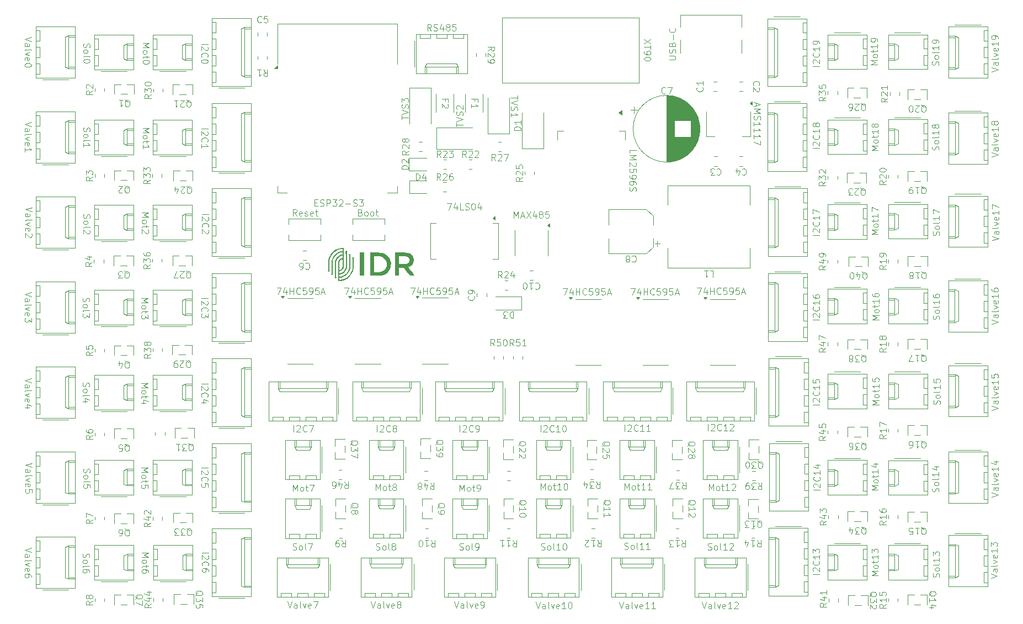
<source format=gbr>
%TF.GenerationSoftware,KiCad,Pcbnew,9.0.0*%
%TF.CreationDate,2025-03-15T02:30:36-06:00*%
%TF.ProjectId,ParallelValveController,50617261-6c6c-4656-9c56-616c7665436f,rev?*%
%TF.SameCoordinates,Original*%
%TF.FileFunction,Legend,Top*%
%TF.FilePolarity,Positive*%
%FSLAX46Y46*%
G04 Gerber Fmt 4.6, Leading zero omitted, Abs format (unit mm)*
G04 Created by KiCad (PCBNEW 9.0.0) date 2025-03-15 02:30:36*
%MOMM*%
%LPD*%
G01*
G04 APERTURE LIST*
%ADD10C,0.100000*%
%ADD11C,0.120000*%
%ADD12C,0.000000*%
G04 APERTURE END LIST*
D10*
X141892857Y-133577580D02*
X142226190Y-134053771D01*
X142464285Y-133577580D02*
X142464285Y-134577580D01*
X142464285Y-134577580D02*
X142083333Y-134577580D01*
X142083333Y-134577580D02*
X141988095Y-134529961D01*
X141988095Y-134529961D02*
X141940476Y-134482342D01*
X141940476Y-134482342D02*
X141892857Y-134387104D01*
X141892857Y-134387104D02*
X141892857Y-134244247D01*
X141892857Y-134244247D02*
X141940476Y-134149009D01*
X141940476Y-134149009D02*
X141988095Y-134101390D01*
X141988095Y-134101390D02*
X142083333Y-134053771D01*
X142083333Y-134053771D02*
X142464285Y-134053771D01*
X140940476Y-133577580D02*
X141511904Y-133577580D01*
X141226190Y-133577580D02*
X141226190Y-134577580D01*
X141226190Y-134577580D02*
X141321428Y-134434723D01*
X141321428Y-134434723D02*
X141416666Y-134339485D01*
X141416666Y-134339485D02*
X141511904Y-134291866D01*
X140321428Y-134577580D02*
X140226190Y-134577580D01*
X140226190Y-134577580D02*
X140130952Y-134529961D01*
X140130952Y-134529961D02*
X140083333Y-134482342D01*
X140083333Y-134482342D02*
X140035714Y-134387104D01*
X140035714Y-134387104D02*
X139988095Y-134196628D01*
X139988095Y-134196628D02*
X139988095Y-133958533D01*
X139988095Y-133958533D02*
X140035714Y-133768057D01*
X140035714Y-133768057D02*
X140083333Y-133672819D01*
X140083333Y-133672819D02*
X140130952Y-133625200D01*
X140130952Y-133625200D02*
X140226190Y-133577580D01*
X140226190Y-133577580D02*
X140321428Y-133577580D01*
X140321428Y-133577580D02*
X140416666Y-133625200D01*
X140416666Y-133625200D02*
X140464285Y-133672819D01*
X140464285Y-133672819D02*
X140511904Y-133768057D01*
X140511904Y-133768057D02*
X140559523Y-133958533D01*
X140559523Y-133958533D02*
X140559523Y-134196628D01*
X140559523Y-134196628D02*
X140511904Y-134387104D01*
X140511904Y-134387104D02*
X140464285Y-134482342D01*
X140464285Y-134482342D02*
X140416666Y-134529961D01*
X140416666Y-134529961D02*
X140321428Y-134577580D01*
X98859919Y-105055357D02*
X98383728Y-105388690D01*
X98859919Y-105626785D02*
X97859919Y-105626785D01*
X97859919Y-105626785D02*
X97859919Y-105245833D01*
X97859919Y-105245833D02*
X97907538Y-105150595D01*
X97907538Y-105150595D02*
X97955157Y-105102976D01*
X97955157Y-105102976D02*
X98050395Y-105055357D01*
X98050395Y-105055357D02*
X98193252Y-105055357D01*
X98193252Y-105055357D02*
X98288490Y-105102976D01*
X98288490Y-105102976D02*
X98336109Y-105150595D01*
X98336109Y-105150595D02*
X98383728Y-105245833D01*
X98383728Y-105245833D02*
X98383728Y-105626785D01*
X97859919Y-104722023D02*
X97859919Y-104102976D01*
X97859919Y-104102976D02*
X98240871Y-104436309D01*
X98240871Y-104436309D02*
X98240871Y-104293452D01*
X98240871Y-104293452D02*
X98288490Y-104198214D01*
X98288490Y-104198214D02*
X98336109Y-104150595D01*
X98336109Y-104150595D02*
X98431347Y-104102976D01*
X98431347Y-104102976D02*
X98669442Y-104102976D01*
X98669442Y-104102976D02*
X98764680Y-104150595D01*
X98764680Y-104150595D02*
X98812300Y-104198214D01*
X98812300Y-104198214D02*
X98859919Y-104293452D01*
X98859919Y-104293452D02*
X98859919Y-104579166D01*
X98859919Y-104579166D02*
X98812300Y-104674404D01*
X98812300Y-104674404D02*
X98764680Y-104722023D01*
X98288490Y-103531547D02*
X98240871Y-103626785D01*
X98240871Y-103626785D02*
X98193252Y-103674404D01*
X98193252Y-103674404D02*
X98098014Y-103722023D01*
X98098014Y-103722023D02*
X98050395Y-103722023D01*
X98050395Y-103722023D02*
X97955157Y-103674404D01*
X97955157Y-103674404D02*
X97907538Y-103626785D01*
X97907538Y-103626785D02*
X97859919Y-103531547D01*
X97859919Y-103531547D02*
X97859919Y-103341071D01*
X97859919Y-103341071D02*
X97907538Y-103245833D01*
X97907538Y-103245833D02*
X97955157Y-103198214D01*
X97955157Y-103198214D02*
X98050395Y-103150595D01*
X98050395Y-103150595D02*
X98098014Y-103150595D01*
X98098014Y-103150595D02*
X98193252Y-103198214D01*
X98193252Y-103198214D02*
X98240871Y-103245833D01*
X98240871Y-103245833D02*
X98288490Y-103341071D01*
X98288490Y-103341071D02*
X98288490Y-103531547D01*
X98288490Y-103531547D02*
X98336109Y-103626785D01*
X98336109Y-103626785D02*
X98383728Y-103674404D01*
X98383728Y-103674404D02*
X98478966Y-103722023D01*
X98478966Y-103722023D02*
X98669442Y-103722023D01*
X98669442Y-103722023D02*
X98764680Y-103674404D01*
X98764680Y-103674404D02*
X98812300Y-103626785D01*
X98812300Y-103626785D02*
X98859919Y-103531547D01*
X98859919Y-103531547D02*
X98859919Y-103341071D01*
X98859919Y-103341071D02*
X98812300Y-103245833D01*
X98812300Y-103245833D02*
X98764680Y-103198214D01*
X98764680Y-103198214D02*
X98669442Y-103150595D01*
X98669442Y-103150595D02*
X98478966Y-103150595D01*
X98478966Y-103150595D02*
X98383728Y-103198214D01*
X98383728Y-103198214D02*
X98336109Y-103245833D01*
X98336109Y-103245833D02*
X98288490Y-103341071D01*
X217071428Y-79332342D02*
X217166666Y-79379961D01*
X217166666Y-79379961D02*
X217261904Y-79475200D01*
X217261904Y-79475200D02*
X217404761Y-79618057D01*
X217404761Y-79618057D02*
X217499999Y-79665676D01*
X217499999Y-79665676D02*
X217595237Y-79665676D01*
X217547618Y-79427580D02*
X217642856Y-79475200D01*
X217642856Y-79475200D02*
X217738094Y-79570438D01*
X217738094Y-79570438D02*
X217785713Y-79760914D01*
X217785713Y-79760914D02*
X217785713Y-80094247D01*
X217785713Y-80094247D02*
X217738094Y-80284723D01*
X217738094Y-80284723D02*
X217642856Y-80379961D01*
X217642856Y-80379961D02*
X217547618Y-80427580D01*
X217547618Y-80427580D02*
X217357142Y-80427580D01*
X217357142Y-80427580D02*
X217261904Y-80379961D01*
X217261904Y-80379961D02*
X217166666Y-80284723D01*
X217166666Y-80284723D02*
X217119047Y-80094247D01*
X217119047Y-80094247D02*
X217119047Y-79760914D01*
X217119047Y-79760914D02*
X217166666Y-79570438D01*
X217166666Y-79570438D02*
X217261904Y-79475200D01*
X217261904Y-79475200D02*
X217357142Y-79427580D01*
X217357142Y-79427580D02*
X217547618Y-79427580D01*
X216166666Y-79427580D02*
X216738094Y-79427580D01*
X216452380Y-79427580D02*
X216452380Y-80427580D01*
X216452380Y-80427580D02*
X216547618Y-80284723D01*
X216547618Y-80284723D02*
X216642856Y-80189485D01*
X216642856Y-80189485D02*
X216738094Y-80141866D01*
X215690475Y-79427580D02*
X215499999Y-79427580D01*
X215499999Y-79427580D02*
X215404761Y-79475200D01*
X215404761Y-79475200D02*
X215357142Y-79522819D01*
X215357142Y-79522819D02*
X215261904Y-79665676D01*
X215261904Y-79665676D02*
X215214285Y-79856152D01*
X215214285Y-79856152D02*
X215214285Y-80237104D01*
X215214285Y-80237104D02*
X215261904Y-80332342D01*
X215261904Y-80332342D02*
X215309523Y-80379961D01*
X215309523Y-80379961D02*
X215404761Y-80427580D01*
X215404761Y-80427580D02*
X215595237Y-80427580D01*
X215595237Y-80427580D02*
X215690475Y-80379961D01*
X215690475Y-80379961D02*
X215738094Y-80332342D01*
X215738094Y-80332342D02*
X215785713Y-80237104D01*
X215785713Y-80237104D02*
X215785713Y-79999009D01*
X215785713Y-79999009D02*
X215738094Y-79903771D01*
X215738094Y-79903771D02*
X215690475Y-79856152D01*
X215690475Y-79856152D02*
X215595237Y-79808533D01*
X215595237Y-79808533D02*
X215404761Y-79808533D01*
X215404761Y-79808533D02*
X215309523Y-79856152D01*
X215309523Y-79856152D02*
X215261904Y-79903771D01*
X215261904Y-79903771D02*
X215214285Y-79999009D01*
X89822419Y-90966666D02*
X89346228Y-91299999D01*
X89822419Y-91538094D02*
X88822419Y-91538094D01*
X88822419Y-91538094D02*
X88822419Y-91157142D01*
X88822419Y-91157142D02*
X88870038Y-91061904D01*
X88870038Y-91061904D02*
X88917657Y-91014285D01*
X88917657Y-91014285D02*
X89012895Y-90966666D01*
X89012895Y-90966666D02*
X89155752Y-90966666D01*
X89155752Y-90966666D02*
X89250990Y-91014285D01*
X89250990Y-91014285D02*
X89298609Y-91061904D01*
X89298609Y-91061904D02*
X89346228Y-91157142D01*
X89346228Y-91157142D02*
X89346228Y-91538094D01*
X89155752Y-90109523D02*
X89822419Y-90109523D01*
X88774800Y-90347618D02*
X89489085Y-90585713D01*
X89489085Y-90585713D02*
X89489085Y-89966666D01*
X155282342Y-119128571D02*
X155329961Y-119033333D01*
X155329961Y-119033333D02*
X155425200Y-118938095D01*
X155425200Y-118938095D02*
X155568057Y-118795238D01*
X155568057Y-118795238D02*
X155615676Y-118700000D01*
X155615676Y-118700000D02*
X155615676Y-118604762D01*
X155377580Y-118652381D02*
X155425200Y-118557143D01*
X155425200Y-118557143D02*
X155520438Y-118461905D01*
X155520438Y-118461905D02*
X155710914Y-118414286D01*
X155710914Y-118414286D02*
X156044247Y-118414286D01*
X156044247Y-118414286D02*
X156234723Y-118461905D01*
X156234723Y-118461905D02*
X156329961Y-118557143D01*
X156329961Y-118557143D02*
X156377580Y-118652381D01*
X156377580Y-118652381D02*
X156377580Y-118842857D01*
X156377580Y-118842857D02*
X156329961Y-118938095D01*
X156329961Y-118938095D02*
X156234723Y-119033333D01*
X156234723Y-119033333D02*
X156044247Y-119080952D01*
X156044247Y-119080952D02*
X155710914Y-119080952D01*
X155710914Y-119080952D02*
X155520438Y-119033333D01*
X155520438Y-119033333D02*
X155425200Y-118938095D01*
X155425200Y-118938095D02*
X155377580Y-118842857D01*
X155377580Y-118842857D02*
X155377580Y-118652381D01*
X156282342Y-119461905D02*
X156329961Y-119509524D01*
X156329961Y-119509524D02*
X156377580Y-119604762D01*
X156377580Y-119604762D02*
X156377580Y-119842857D01*
X156377580Y-119842857D02*
X156329961Y-119938095D01*
X156329961Y-119938095D02*
X156282342Y-119985714D01*
X156282342Y-119985714D02*
X156187104Y-120033333D01*
X156187104Y-120033333D02*
X156091866Y-120033333D01*
X156091866Y-120033333D02*
X155949009Y-119985714D01*
X155949009Y-119985714D02*
X155377580Y-119414286D01*
X155377580Y-119414286D02*
X155377580Y-120033333D01*
X156282342Y-120414286D02*
X156329961Y-120461905D01*
X156329961Y-120461905D02*
X156377580Y-120557143D01*
X156377580Y-120557143D02*
X156377580Y-120795238D01*
X156377580Y-120795238D02*
X156329961Y-120890476D01*
X156329961Y-120890476D02*
X156282342Y-120938095D01*
X156282342Y-120938095D02*
X156187104Y-120985714D01*
X156187104Y-120985714D02*
X156091866Y-120985714D01*
X156091866Y-120985714D02*
X155949009Y-120938095D01*
X155949009Y-120938095D02*
X155377580Y-120366667D01*
X155377580Y-120366667D02*
X155377580Y-120985714D01*
X88575200Y-83656265D02*
X88527580Y-83799122D01*
X88527580Y-83799122D02*
X88527580Y-84037217D01*
X88527580Y-84037217D02*
X88575200Y-84132455D01*
X88575200Y-84132455D02*
X88622819Y-84180074D01*
X88622819Y-84180074D02*
X88718057Y-84227693D01*
X88718057Y-84227693D02*
X88813295Y-84227693D01*
X88813295Y-84227693D02*
X88908533Y-84180074D01*
X88908533Y-84180074D02*
X88956152Y-84132455D01*
X88956152Y-84132455D02*
X89003771Y-84037217D01*
X89003771Y-84037217D02*
X89051390Y-83846741D01*
X89051390Y-83846741D02*
X89099009Y-83751503D01*
X89099009Y-83751503D02*
X89146628Y-83703884D01*
X89146628Y-83703884D02*
X89241866Y-83656265D01*
X89241866Y-83656265D02*
X89337104Y-83656265D01*
X89337104Y-83656265D02*
X89432342Y-83703884D01*
X89432342Y-83703884D02*
X89479961Y-83751503D01*
X89479961Y-83751503D02*
X89527580Y-83846741D01*
X89527580Y-83846741D02*
X89527580Y-84084836D01*
X89527580Y-84084836D02*
X89479961Y-84227693D01*
X88527580Y-84799122D02*
X88575200Y-84703884D01*
X88575200Y-84703884D02*
X88622819Y-84656265D01*
X88622819Y-84656265D02*
X88718057Y-84608646D01*
X88718057Y-84608646D02*
X89003771Y-84608646D01*
X89003771Y-84608646D02*
X89099009Y-84656265D01*
X89099009Y-84656265D02*
X89146628Y-84703884D01*
X89146628Y-84703884D02*
X89194247Y-84799122D01*
X89194247Y-84799122D02*
X89194247Y-84941979D01*
X89194247Y-84941979D02*
X89146628Y-85037217D01*
X89146628Y-85037217D02*
X89099009Y-85084836D01*
X89099009Y-85084836D02*
X89003771Y-85132455D01*
X89003771Y-85132455D02*
X88718057Y-85132455D01*
X88718057Y-85132455D02*
X88622819Y-85084836D01*
X88622819Y-85084836D02*
X88575200Y-85037217D01*
X88575200Y-85037217D02*
X88527580Y-84941979D01*
X88527580Y-84941979D02*
X88527580Y-84799122D01*
X88527580Y-85703884D02*
X88575200Y-85608646D01*
X88575200Y-85608646D02*
X88670438Y-85561027D01*
X88670438Y-85561027D02*
X89527580Y-85561027D01*
X89432342Y-86037218D02*
X89479961Y-86084837D01*
X89479961Y-86084837D02*
X89527580Y-86180075D01*
X89527580Y-86180075D02*
X89527580Y-86418170D01*
X89527580Y-86418170D02*
X89479961Y-86513408D01*
X89479961Y-86513408D02*
X89432342Y-86561027D01*
X89432342Y-86561027D02*
X89337104Y-86608646D01*
X89337104Y-86608646D02*
X89241866Y-86608646D01*
X89241866Y-86608646D02*
X89099009Y-86561027D01*
X89099009Y-86561027D02*
X88527580Y-85989599D01*
X88527580Y-85989599D02*
X88527580Y-86608646D01*
X184666666Y-92227580D02*
X185142856Y-92227580D01*
X185142856Y-92227580D02*
X185142856Y-93227580D01*
X183809523Y-92227580D02*
X184380951Y-92227580D01*
X184095237Y-92227580D02*
X184095237Y-93227580D01*
X184095237Y-93227580D02*
X184190475Y-93084723D01*
X184190475Y-93084723D02*
X184285713Y-92989485D01*
X184285713Y-92989485D02*
X184380951Y-92941866D01*
X192042857Y-124777580D02*
X192376190Y-125253771D01*
X192614285Y-124777580D02*
X192614285Y-125777580D01*
X192614285Y-125777580D02*
X192233333Y-125777580D01*
X192233333Y-125777580D02*
X192138095Y-125729961D01*
X192138095Y-125729961D02*
X192090476Y-125682342D01*
X192090476Y-125682342D02*
X192042857Y-125587104D01*
X192042857Y-125587104D02*
X192042857Y-125444247D01*
X192042857Y-125444247D02*
X192090476Y-125349009D01*
X192090476Y-125349009D02*
X192138095Y-125301390D01*
X192138095Y-125301390D02*
X192233333Y-125253771D01*
X192233333Y-125253771D02*
X192614285Y-125253771D01*
X191709523Y-125777580D02*
X191090476Y-125777580D01*
X191090476Y-125777580D02*
X191423809Y-125396628D01*
X191423809Y-125396628D02*
X191280952Y-125396628D01*
X191280952Y-125396628D02*
X191185714Y-125349009D01*
X191185714Y-125349009D02*
X191138095Y-125301390D01*
X191138095Y-125301390D02*
X191090476Y-125206152D01*
X191090476Y-125206152D02*
X191090476Y-124968057D01*
X191090476Y-124968057D02*
X191138095Y-124872819D01*
X191138095Y-124872819D02*
X191185714Y-124825200D01*
X191185714Y-124825200D02*
X191280952Y-124777580D01*
X191280952Y-124777580D02*
X191566666Y-124777580D01*
X191566666Y-124777580D02*
X191661904Y-124825200D01*
X191661904Y-124825200D02*
X191709523Y-124872819D01*
X190614285Y-124777580D02*
X190423809Y-124777580D01*
X190423809Y-124777580D02*
X190328571Y-124825200D01*
X190328571Y-124825200D02*
X190280952Y-124872819D01*
X190280952Y-124872819D02*
X190185714Y-125015676D01*
X190185714Y-125015676D02*
X190138095Y-125206152D01*
X190138095Y-125206152D02*
X190138095Y-125587104D01*
X190138095Y-125587104D02*
X190185714Y-125682342D01*
X190185714Y-125682342D02*
X190233333Y-125729961D01*
X190233333Y-125729961D02*
X190328571Y-125777580D01*
X190328571Y-125777580D02*
X190519047Y-125777580D01*
X190519047Y-125777580D02*
X190614285Y-125729961D01*
X190614285Y-125729961D02*
X190661904Y-125682342D01*
X190661904Y-125682342D02*
X190709523Y-125587104D01*
X190709523Y-125587104D02*
X190709523Y-125349009D01*
X190709523Y-125349009D02*
X190661904Y-125253771D01*
X190661904Y-125253771D02*
X190614285Y-125206152D01*
X190614285Y-125206152D02*
X190519047Y-125158533D01*
X190519047Y-125158533D02*
X190328571Y-125158533D01*
X190328571Y-125158533D02*
X190233333Y-125206152D01*
X190233333Y-125206152D02*
X190185714Y-125253771D01*
X190185714Y-125253771D02*
X190138095Y-125349009D01*
X182708646Y-94872419D02*
X183375312Y-94872419D01*
X183375312Y-94872419D02*
X182946741Y-95872419D01*
X184184836Y-95205752D02*
X184184836Y-95872419D01*
X183946741Y-94824800D02*
X183708646Y-95539085D01*
X183708646Y-95539085D02*
X184327693Y-95539085D01*
X184708646Y-95872419D02*
X184708646Y-94872419D01*
X184708646Y-95348609D02*
X185280074Y-95348609D01*
X185280074Y-95872419D02*
X185280074Y-94872419D01*
X186327693Y-95777180D02*
X186280074Y-95824800D01*
X186280074Y-95824800D02*
X186137217Y-95872419D01*
X186137217Y-95872419D02*
X186041979Y-95872419D01*
X186041979Y-95872419D02*
X185899122Y-95824800D01*
X185899122Y-95824800D02*
X185803884Y-95729561D01*
X185803884Y-95729561D02*
X185756265Y-95634323D01*
X185756265Y-95634323D02*
X185708646Y-95443847D01*
X185708646Y-95443847D02*
X185708646Y-95300990D01*
X185708646Y-95300990D02*
X185756265Y-95110514D01*
X185756265Y-95110514D02*
X185803884Y-95015276D01*
X185803884Y-95015276D02*
X185899122Y-94920038D01*
X185899122Y-94920038D02*
X186041979Y-94872419D01*
X186041979Y-94872419D02*
X186137217Y-94872419D01*
X186137217Y-94872419D02*
X186280074Y-94920038D01*
X186280074Y-94920038D02*
X186327693Y-94967657D01*
X187232455Y-94872419D02*
X186756265Y-94872419D01*
X186756265Y-94872419D02*
X186708646Y-95348609D01*
X186708646Y-95348609D02*
X186756265Y-95300990D01*
X186756265Y-95300990D02*
X186851503Y-95253371D01*
X186851503Y-95253371D02*
X187089598Y-95253371D01*
X187089598Y-95253371D02*
X187184836Y-95300990D01*
X187184836Y-95300990D02*
X187232455Y-95348609D01*
X187232455Y-95348609D02*
X187280074Y-95443847D01*
X187280074Y-95443847D02*
X187280074Y-95681942D01*
X187280074Y-95681942D02*
X187232455Y-95777180D01*
X187232455Y-95777180D02*
X187184836Y-95824800D01*
X187184836Y-95824800D02*
X187089598Y-95872419D01*
X187089598Y-95872419D02*
X186851503Y-95872419D01*
X186851503Y-95872419D02*
X186756265Y-95824800D01*
X186756265Y-95824800D02*
X186708646Y-95777180D01*
X187756265Y-95872419D02*
X187946741Y-95872419D01*
X187946741Y-95872419D02*
X188041979Y-95824800D01*
X188041979Y-95824800D02*
X188089598Y-95777180D01*
X188089598Y-95777180D02*
X188184836Y-95634323D01*
X188184836Y-95634323D02*
X188232455Y-95443847D01*
X188232455Y-95443847D02*
X188232455Y-95062895D01*
X188232455Y-95062895D02*
X188184836Y-94967657D01*
X188184836Y-94967657D02*
X188137217Y-94920038D01*
X188137217Y-94920038D02*
X188041979Y-94872419D01*
X188041979Y-94872419D02*
X187851503Y-94872419D01*
X187851503Y-94872419D02*
X187756265Y-94920038D01*
X187756265Y-94920038D02*
X187708646Y-94967657D01*
X187708646Y-94967657D02*
X187661027Y-95062895D01*
X187661027Y-95062895D02*
X187661027Y-95300990D01*
X187661027Y-95300990D02*
X187708646Y-95396228D01*
X187708646Y-95396228D02*
X187756265Y-95443847D01*
X187756265Y-95443847D02*
X187851503Y-95491466D01*
X187851503Y-95491466D02*
X188041979Y-95491466D01*
X188041979Y-95491466D02*
X188137217Y-95443847D01*
X188137217Y-95443847D02*
X188184836Y-95396228D01*
X188184836Y-95396228D02*
X188232455Y-95300990D01*
X189137217Y-94872419D02*
X188661027Y-94872419D01*
X188661027Y-94872419D02*
X188613408Y-95348609D01*
X188613408Y-95348609D02*
X188661027Y-95300990D01*
X188661027Y-95300990D02*
X188756265Y-95253371D01*
X188756265Y-95253371D02*
X188994360Y-95253371D01*
X188994360Y-95253371D02*
X189089598Y-95300990D01*
X189089598Y-95300990D02*
X189137217Y-95348609D01*
X189137217Y-95348609D02*
X189184836Y-95443847D01*
X189184836Y-95443847D02*
X189184836Y-95681942D01*
X189184836Y-95681942D02*
X189137217Y-95777180D01*
X189137217Y-95777180D02*
X189089598Y-95824800D01*
X189089598Y-95824800D02*
X188994360Y-95872419D01*
X188994360Y-95872419D02*
X188756265Y-95872419D01*
X188756265Y-95872419D02*
X188661027Y-95824800D01*
X188661027Y-95824800D02*
X188613408Y-95777180D01*
X189565789Y-95586704D02*
X190041979Y-95586704D01*
X189470551Y-95872419D02*
X189803884Y-94872419D01*
X189803884Y-94872419D02*
X190137217Y-95872419D01*
X227872419Y-126938972D02*
X228872419Y-126605639D01*
X228872419Y-126605639D02*
X227872419Y-126272306D01*
X228872419Y-125510401D02*
X228348609Y-125510401D01*
X228348609Y-125510401D02*
X228253371Y-125558020D01*
X228253371Y-125558020D02*
X228205752Y-125653258D01*
X228205752Y-125653258D02*
X228205752Y-125843734D01*
X228205752Y-125843734D02*
X228253371Y-125938972D01*
X228824800Y-125510401D02*
X228872419Y-125605639D01*
X228872419Y-125605639D02*
X228872419Y-125843734D01*
X228872419Y-125843734D02*
X228824800Y-125938972D01*
X228824800Y-125938972D02*
X228729561Y-125986591D01*
X228729561Y-125986591D02*
X228634323Y-125986591D01*
X228634323Y-125986591D02*
X228539085Y-125938972D01*
X228539085Y-125938972D02*
X228491466Y-125843734D01*
X228491466Y-125843734D02*
X228491466Y-125605639D01*
X228491466Y-125605639D02*
X228443847Y-125510401D01*
X228872419Y-124891353D02*
X228824800Y-124986591D01*
X228824800Y-124986591D02*
X228729561Y-125034210D01*
X228729561Y-125034210D02*
X227872419Y-125034210D01*
X228205752Y-124605638D02*
X228872419Y-124367543D01*
X228872419Y-124367543D02*
X228205752Y-124129448D01*
X228824800Y-123367543D02*
X228872419Y-123462781D01*
X228872419Y-123462781D02*
X228872419Y-123653257D01*
X228872419Y-123653257D02*
X228824800Y-123748495D01*
X228824800Y-123748495D02*
X228729561Y-123796114D01*
X228729561Y-123796114D02*
X228348609Y-123796114D01*
X228348609Y-123796114D02*
X228253371Y-123748495D01*
X228253371Y-123748495D02*
X228205752Y-123653257D01*
X228205752Y-123653257D02*
X228205752Y-123462781D01*
X228205752Y-123462781D02*
X228253371Y-123367543D01*
X228253371Y-123367543D02*
X228348609Y-123319924D01*
X228348609Y-123319924D02*
X228443847Y-123319924D01*
X228443847Y-123319924D02*
X228539085Y-123796114D01*
X228872419Y-122367543D02*
X228872419Y-122938971D01*
X228872419Y-122653257D02*
X227872419Y-122653257D01*
X227872419Y-122653257D02*
X228015276Y-122748495D01*
X228015276Y-122748495D02*
X228110514Y-122843733D01*
X228110514Y-122843733D02*
X228158133Y-122938971D01*
X228205752Y-121510400D02*
X228872419Y-121510400D01*
X227824800Y-121748495D02*
X228539085Y-121986590D01*
X228539085Y-121986590D02*
X228539085Y-121367543D01*
X89922419Y-64666666D02*
X89446228Y-64999999D01*
X89922419Y-65238094D02*
X88922419Y-65238094D01*
X88922419Y-65238094D02*
X88922419Y-64857142D01*
X88922419Y-64857142D02*
X88970038Y-64761904D01*
X88970038Y-64761904D02*
X89017657Y-64714285D01*
X89017657Y-64714285D02*
X89112895Y-64666666D01*
X89112895Y-64666666D02*
X89255752Y-64666666D01*
X89255752Y-64666666D02*
X89350990Y-64714285D01*
X89350990Y-64714285D02*
X89398609Y-64761904D01*
X89398609Y-64761904D02*
X89446228Y-64857142D01*
X89446228Y-64857142D02*
X89446228Y-65238094D01*
X89017657Y-64285713D02*
X88970038Y-64238094D01*
X88970038Y-64238094D02*
X88922419Y-64142856D01*
X88922419Y-64142856D02*
X88922419Y-63904761D01*
X88922419Y-63904761D02*
X88970038Y-63809523D01*
X88970038Y-63809523D02*
X89017657Y-63761904D01*
X89017657Y-63761904D02*
X89112895Y-63714285D01*
X89112895Y-63714285D02*
X89208133Y-63714285D01*
X89208133Y-63714285D02*
X89350990Y-63761904D01*
X89350990Y-63761904D02*
X89922419Y-64333332D01*
X89922419Y-64333332D02*
X89922419Y-63714285D01*
X178402419Y-59895951D02*
X179211942Y-59895951D01*
X179211942Y-59895951D02*
X179307180Y-59848332D01*
X179307180Y-59848332D02*
X179354800Y-59800713D01*
X179354800Y-59800713D02*
X179402419Y-59705475D01*
X179402419Y-59705475D02*
X179402419Y-59514999D01*
X179402419Y-59514999D02*
X179354800Y-59419761D01*
X179354800Y-59419761D02*
X179307180Y-59372142D01*
X179307180Y-59372142D02*
X179211942Y-59324523D01*
X179211942Y-59324523D02*
X178402419Y-59324523D01*
X179354800Y-58895951D02*
X179402419Y-58753094D01*
X179402419Y-58753094D02*
X179402419Y-58514999D01*
X179402419Y-58514999D02*
X179354800Y-58419761D01*
X179354800Y-58419761D02*
X179307180Y-58372142D01*
X179307180Y-58372142D02*
X179211942Y-58324523D01*
X179211942Y-58324523D02*
X179116704Y-58324523D01*
X179116704Y-58324523D02*
X179021466Y-58372142D01*
X179021466Y-58372142D02*
X178973847Y-58419761D01*
X178973847Y-58419761D02*
X178926228Y-58514999D01*
X178926228Y-58514999D02*
X178878609Y-58705475D01*
X178878609Y-58705475D02*
X178830990Y-58800713D01*
X178830990Y-58800713D02*
X178783371Y-58848332D01*
X178783371Y-58848332D02*
X178688133Y-58895951D01*
X178688133Y-58895951D02*
X178592895Y-58895951D01*
X178592895Y-58895951D02*
X178497657Y-58848332D01*
X178497657Y-58848332D02*
X178450038Y-58800713D01*
X178450038Y-58800713D02*
X178402419Y-58705475D01*
X178402419Y-58705475D02*
X178402419Y-58467380D01*
X178402419Y-58467380D02*
X178450038Y-58324523D01*
X178878609Y-57562618D02*
X178926228Y-57419761D01*
X178926228Y-57419761D02*
X178973847Y-57372142D01*
X178973847Y-57372142D02*
X179069085Y-57324523D01*
X179069085Y-57324523D02*
X179211942Y-57324523D01*
X179211942Y-57324523D02*
X179307180Y-57372142D01*
X179307180Y-57372142D02*
X179354800Y-57419761D01*
X179354800Y-57419761D02*
X179402419Y-57514999D01*
X179402419Y-57514999D02*
X179402419Y-57895951D01*
X179402419Y-57895951D02*
X178402419Y-57895951D01*
X178402419Y-57895951D02*
X178402419Y-57562618D01*
X178402419Y-57562618D02*
X178450038Y-57467380D01*
X178450038Y-57467380D02*
X178497657Y-57419761D01*
X178497657Y-57419761D02*
X178592895Y-57372142D01*
X178592895Y-57372142D02*
X178688133Y-57372142D01*
X178688133Y-57372142D02*
X178783371Y-57419761D01*
X178783371Y-57419761D02*
X178830990Y-57467380D01*
X178830990Y-57467380D02*
X178878609Y-57562618D01*
X178878609Y-57562618D02*
X178878609Y-57895951D01*
X179021466Y-56895951D02*
X179021466Y-56134047D01*
X179307180Y-55086428D02*
X179354800Y-55134047D01*
X179354800Y-55134047D02*
X179402419Y-55276904D01*
X179402419Y-55276904D02*
X179402419Y-55372142D01*
X179402419Y-55372142D02*
X179354800Y-55514999D01*
X179354800Y-55514999D02*
X179259561Y-55610237D01*
X179259561Y-55610237D02*
X179164323Y-55657856D01*
X179164323Y-55657856D02*
X178973847Y-55705475D01*
X178973847Y-55705475D02*
X178830990Y-55705475D01*
X178830990Y-55705475D02*
X178640514Y-55657856D01*
X178640514Y-55657856D02*
X178545276Y-55610237D01*
X178545276Y-55610237D02*
X178450038Y-55514999D01*
X178450038Y-55514999D02*
X178402419Y-55372142D01*
X178402419Y-55372142D02*
X178402419Y-55276904D01*
X178402419Y-55276904D02*
X178450038Y-55134047D01*
X178450038Y-55134047D02*
X178497657Y-55086428D01*
X219724800Y-126143734D02*
X219772419Y-126000877D01*
X219772419Y-126000877D02*
X219772419Y-125762782D01*
X219772419Y-125762782D02*
X219724800Y-125667544D01*
X219724800Y-125667544D02*
X219677180Y-125619925D01*
X219677180Y-125619925D02*
X219581942Y-125572306D01*
X219581942Y-125572306D02*
X219486704Y-125572306D01*
X219486704Y-125572306D02*
X219391466Y-125619925D01*
X219391466Y-125619925D02*
X219343847Y-125667544D01*
X219343847Y-125667544D02*
X219296228Y-125762782D01*
X219296228Y-125762782D02*
X219248609Y-125953258D01*
X219248609Y-125953258D02*
X219200990Y-126048496D01*
X219200990Y-126048496D02*
X219153371Y-126096115D01*
X219153371Y-126096115D02*
X219058133Y-126143734D01*
X219058133Y-126143734D02*
X218962895Y-126143734D01*
X218962895Y-126143734D02*
X218867657Y-126096115D01*
X218867657Y-126096115D02*
X218820038Y-126048496D01*
X218820038Y-126048496D02*
X218772419Y-125953258D01*
X218772419Y-125953258D02*
X218772419Y-125715163D01*
X218772419Y-125715163D02*
X218820038Y-125572306D01*
X219772419Y-125000877D02*
X219724800Y-125096115D01*
X219724800Y-125096115D02*
X219677180Y-125143734D01*
X219677180Y-125143734D02*
X219581942Y-125191353D01*
X219581942Y-125191353D02*
X219296228Y-125191353D01*
X219296228Y-125191353D02*
X219200990Y-125143734D01*
X219200990Y-125143734D02*
X219153371Y-125096115D01*
X219153371Y-125096115D02*
X219105752Y-125000877D01*
X219105752Y-125000877D02*
X219105752Y-124858020D01*
X219105752Y-124858020D02*
X219153371Y-124762782D01*
X219153371Y-124762782D02*
X219200990Y-124715163D01*
X219200990Y-124715163D02*
X219296228Y-124667544D01*
X219296228Y-124667544D02*
X219581942Y-124667544D01*
X219581942Y-124667544D02*
X219677180Y-124715163D01*
X219677180Y-124715163D02*
X219724800Y-124762782D01*
X219724800Y-124762782D02*
X219772419Y-124858020D01*
X219772419Y-124858020D02*
X219772419Y-125000877D01*
X219772419Y-124096115D02*
X219724800Y-124191353D01*
X219724800Y-124191353D02*
X219629561Y-124238972D01*
X219629561Y-124238972D02*
X218772419Y-124238972D01*
X219772419Y-123191353D02*
X219772419Y-123762781D01*
X219772419Y-123477067D02*
X218772419Y-123477067D01*
X218772419Y-123477067D02*
X218915276Y-123572305D01*
X218915276Y-123572305D02*
X219010514Y-123667543D01*
X219010514Y-123667543D02*
X219058133Y-123762781D01*
X219105752Y-122334210D02*
X219772419Y-122334210D01*
X218724800Y-122572305D02*
X219439085Y-122810400D01*
X219439085Y-122810400D02*
X219439085Y-122191353D01*
X209132342Y-142253571D02*
X209179961Y-142158333D01*
X209179961Y-142158333D02*
X209275200Y-142063095D01*
X209275200Y-142063095D02*
X209418057Y-141920238D01*
X209418057Y-141920238D02*
X209465676Y-141825000D01*
X209465676Y-141825000D02*
X209465676Y-141729762D01*
X209227580Y-141777381D02*
X209275200Y-141682143D01*
X209275200Y-141682143D02*
X209370438Y-141586905D01*
X209370438Y-141586905D02*
X209560914Y-141539286D01*
X209560914Y-141539286D02*
X209894247Y-141539286D01*
X209894247Y-141539286D02*
X210084723Y-141586905D01*
X210084723Y-141586905D02*
X210179961Y-141682143D01*
X210179961Y-141682143D02*
X210227580Y-141777381D01*
X210227580Y-141777381D02*
X210227580Y-141967857D01*
X210227580Y-141967857D02*
X210179961Y-142063095D01*
X210179961Y-142063095D02*
X210084723Y-142158333D01*
X210084723Y-142158333D02*
X209894247Y-142205952D01*
X209894247Y-142205952D02*
X209560914Y-142205952D01*
X209560914Y-142205952D02*
X209370438Y-142158333D01*
X209370438Y-142158333D02*
X209275200Y-142063095D01*
X209275200Y-142063095D02*
X209227580Y-141967857D01*
X209227580Y-141967857D02*
X209227580Y-141777381D01*
X210227580Y-142539286D02*
X210227580Y-143158333D01*
X210227580Y-143158333D02*
X209846628Y-142825000D01*
X209846628Y-142825000D02*
X209846628Y-142967857D01*
X209846628Y-142967857D02*
X209799009Y-143063095D01*
X209799009Y-143063095D02*
X209751390Y-143110714D01*
X209751390Y-143110714D02*
X209656152Y-143158333D01*
X209656152Y-143158333D02*
X209418057Y-143158333D01*
X209418057Y-143158333D02*
X209322819Y-143110714D01*
X209322819Y-143110714D02*
X209275200Y-143063095D01*
X209275200Y-143063095D02*
X209227580Y-142967857D01*
X209227580Y-142967857D02*
X209227580Y-142682143D01*
X209227580Y-142682143D02*
X209275200Y-142586905D01*
X209275200Y-142586905D02*
X209322819Y-142539286D01*
X210132342Y-143539286D02*
X210179961Y-143586905D01*
X210179961Y-143586905D02*
X210227580Y-143682143D01*
X210227580Y-143682143D02*
X210227580Y-143920238D01*
X210227580Y-143920238D02*
X210179961Y-144015476D01*
X210179961Y-144015476D02*
X210132342Y-144063095D01*
X210132342Y-144063095D02*
X210037104Y-144110714D01*
X210037104Y-144110714D02*
X209941866Y-144110714D01*
X209941866Y-144110714D02*
X209799009Y-144063095D01*
X209799009Y-144063095D02*
X209227580Y-143491667D01*
X209227580Y-143491667D02*
X209227580Y-144110714D01*
X227772419Y-139438972D02*
X228772419Y-139105639D01*
X228772419Y-139105639D02*
X227772419Y-138772306D01*
X228772419Y-138010401D02*
X228248609Y-138010401D01*
X228248609Y-138010401D02*
X228153371Y-138058020D01*
X228153371Y-138058020D02*
X228105752Y-138153258D01*
X228105752Y-138153258D02*
X228105752Y-138343734D01*
X228105752Y-138343734D02*
X228153371Y-138438972D01*
X228724800Y-138010401D02*
X228772419Y-138105639D01*
X228772419Y-138105639D02*
X228772419Y-138343734D01*
X228772419Y-138343734D02*
X228724800Y-138438972D01*
X228724800Y-138438972D02*
X228629561Y-138486591D01*
X228629561Y-138486591D02*
X228534323Y-138486591D01*
X228534323Y-138486591D02*
X228439085Y-138438972D01*
X228439085Y-138438972D02*
X228391466Y-138343734D01*
X228391466Y-138343734D02*
X228391466Y-138105639D01*
X228391466Y-138105639D02*
X228343847Y-138010401D01*
X228772419Y-137391353D02*
X228724800Y-137486591D01*
X228724800Y-137486591D02*
X228629561Y-137534210D01*
X228629561Y-137534210D02*
X227772419Y-137534210D01*
X228105752Y-137105638D02*
X228772419Y-136867543D01*
X228772419Y-136867543D02*
X228105752Y-136629448D01*
X228724800Y-135867543D02*
X228772419Y-135962781D01*
X228772419Y-135962781D02*
X228772419Y-136153257D01*
X228772419Y-136153257D02*
X228724800Y-136248495D01*
X228724800Y-136248495D02*
X228629561Y-136296114D01*
X228629561Y-136296114D02*
X228248609Y-136296114D01*
X228248609Y-136296114D02*
X228153371Y-136248495D01*
X228153371Y-136248495D02*
X228105752Y-136153257D01*
X228105752Y-136153257D02*
X228105752Y-135962781D01*
X228105752Y-135962781D02*
X228153371Y-135867543D01*
X228153371Y-135867543D02*
X228248609Y-135819924D01*
X228248609Y-135819924D02*
X228343847Y-135819924D01*
X228343847Y-135819924D02*
X228439085Y-136296114D01*
X228772419Y-134867543D02*
X228772419Y-135438971D01*
X228772419Y-135153257D02*
X227772419Y-135153257D01*
X227772419Y-135153257D02*
X227915276Y-135248495D01*
X227915276Y-135248495D02*
X228010514Y-135343733D01*
X228010514Y-135343733D02*
X228058133Y-135438971D01*
X227772419Y-134534209D02*
X227772419Y-133915162D01*
X227772419Y-133915162D02*
X228153371Y-134248495D01*
X228153371Y-134248495D02*
X228153371Y-134105638D01*
X228153371Y-134105638D02*
X228200990Y-134010400D01*
X228200990Y-134010400D02*
X228248609Y-133962781D01*
X228248609Y-133962781D02*
X228343847Y-133915162D01*
X228343847Y-133915162D02*
X228581942Y-133915162D01*
X228581942Y-133915162D02*
X228677180Y-133962781D01*
X228677180Y-133962781D02*
X228724800Y-134010400D01*
X228724800Y-134010400D02*
X228772419Y-134105638D01*
X228772419Y-134105638D02*
X228772419Y-134391352D01*
X228772419Y-134391352D02*
X228724800Y-134486590D01*
X228724800Y-134486590D02*
X228677180Y-134534209D01*
X97627580Y-70403884D02*
X98627580Y-70403884D01*
X98627580Y-70403884D02*
X97913295Y-70737217D01*
X97913295Y-70737217D02*
X98627580Y-71070550D01*
X98627580Y-71070550D02*
X97627580Y-71070550D01*
X97627580Y-71689598D02*
X97675200Y-71594360D01*
X97675200Y-71594360D02*
X97722819Y-71546741D01*
X97722819Y-71546741D02*
X97818057Y-71499122D01*
X97818057Y-71499122D02*
X98103771Y-71499122D01*
X98103771Y-71499122D02*
X98199009Y-71546741D01*
X98199009Y-71546741D02*
X98246628Y-71594360D01*
X98246628Y-71594360D02*
X98294247Y-71689598D01*
X98294247Y-71689598D02*
X98294247Y-71832455D01*
X98294247Y-71832455D02*
X98246628Y-71927693D01*
X98246628Y-71927693D02*
X98199009Y-71975312D01*
X98199009Y-71975312D02*
X98103771Y-72022931D01*
X98103771Y-72022931D02*
X97818057Y-72022931D01*
X97818057Y-72022931D02*
X97722819Y-71975312D01*
X97722819Y-71975312D02*
X97675200Y-71927693D01*
X97675200Y-71927693D02*
X97627580Y-71832455D01*
X97627580Y-71832455D02*
X97627580Y-71689598D01*
X98294247Y-72308646D02*
X98294247Y-72689598D01*
X98627580Y-72451503D02*
X97770438Y-72451503D01*
X97770438Y-72451503D02*
X97675200Y-72499122D01*
X97675200Y-72499122D02*
X97627580Y-72594360D01*
X97627580Y-72594360D02*
X97627580Y-72689598D01*
X97627580Y-73546741D02*
X97627580Y-72975313D01*
X97627580Y-73261027D02*
X98627580Y-73261027D01*
X98627580Y-73261027D02*
X98484723Y-73165789D01*
X98484723Y-73165789D02*
X98389485Y-73070551D01*
X98389485Y-73070551D02*
X98341866Y-72975313D01*
X202422419Y-91480357D02*
X201946228Y-91813690D01*
X202422419Y-92051785D02*
X201422419Y-92051785D01*
X201422419Y-92051785D02*
X201422419Y-91670833D01*
X201422419Y-91670833D02*
X201470038Y-91575595D01*
X201470038Y-91575595D02*
X201517657Y-91527976D01*
X201517657Y-91527976D02*
X201612895Y-91480357D01*
X201612895Y-91480357D02*
X201755752Y-91480357D01*
X201755752Y-91480357D02*
X201850990Y-91527976D01*
X201850990Y-91527976D02*
X201898609Y-91575595D01*
X201898609Y-91575595D02*
X201946228Y-91670833D01*
X201946228Y-91670833D02*
X201946228Y-92051785D01*
X201755752Y-90623214D02*
X202422419Y-90623214D01*
X201374800Y-90861309D02*
X202089085Y-91099404D01*
X202089085Y-91099404D02*
X202089085Y-90480357D01*
X202422419Y-90051785D02*
X202422419Y-89861309D01*
X202422419Y-89861309D02*
X202374800Y-89766071D01*
X202374800Y-89766071D02*
X202327180Y-89718452D01*
X202327180Y-89718452D02*
X202184323Y-89623214D01*
X202184323Y-89623214D02*
X201993847Y-89575595D01*
X201993847Y-89575595D02*
X201612895Y-89575595D01*
X201612895Y-89575595D02*
X201517657Y-89623214D01*
X201517657Y-89623214D02*
X201470038Y-89670833D01*
X201470038Y-89670833D02*
X201422419Y-89766071D01*
X201422419Y-89766071D02*
X201422419Y-89956547D01*
X201422419Y-89956547D02*
X201470038Y-90051785D01*
X201470038Y-90051785D02*
X201517657Y-90099404D01*
X201517657Y-90099404D02*
X201612895Y-90147023D01*
X201612895Y-90147023D02*
X201850990Y-90147023D01*
X201850990Y-90147023D02*
X201946228Y-90099404D01*
X201946228Y-90099404D02*
X201993847Y-90051785D01*
X201993847Y-90051785D02*
X202041466Y-89956547D01*
X202041466Y-89956547D02*
X202041466Y-89766071D01*
X202041466Y-89766071D02*
X201993847Y-89670833D01*
X201993847Y-89670833D02*
X201946228Y-89623214D01*
X201946228Y-89623214D02*
X201850990Y-89575595D01*
X217071428Y-118332342D02*
X217166666Y-118379961D01*
X217166666Y-118379961D02*
X217261904Y-118475200D01*
X217261904Y-118475200D02*
X217404761Y-118618057D01*
X217404761Y-118618057D02*
X217499999Y-118665676D01*
X217499999Y-118665676D02*
X217595237Y-118665676D01*
X217547618Y-118427580D02*
X217642856Y-118475200D01*
X217642856Y-118475200D02*
X217738094Y-118570438D01*
X217738094Y-118570438D02*
X217785713Y-118760914D01*
X217785713Y-118760914D02*
X217785713Y-119094247D01*
X217785713Y-119094247D02*
X217738094Y-119284723D01*
X217738094Y-119284723D02*
X217642856Y-119379961D01*
X217642856Y-119379961D02*
X217547618Y-119427580D01*
X217547618Y-119427580D02*
X217357142Y-119427580D01*
X217357142Y-119427580D02*
X217261904Y-119379961D01*
X217261904Y-119379961D02*
X217166666Y-119284723D01*
X217166666Y-119284723D02*
X217119047Y-119094247D01*
X217119047Y-119094247D02*
X217119047Y-118760914D01*
X217119047Y-118760914D02*
X217166666Y-118570438D01*
X217166666Y-118570438D02*
X217261904Y-118475200D01*
X217261904Y-118475200D02*
X217357142Y-118427580D01*
X217357142Y-118427580D02*
X217547618Y-118427580D01*
X216166666Y-118427580D02*
X216738094Y-118427580D01*
X216452380Y-118427580D02*
X216452380Y-119427580D01*
X216452380Y-119427580D02*
X216547618Y-119284723D01*
X216547618Y-119284723D02*
X216642856Y-119189485D01*
X216642856Y-119189485D02*
X216738094Y-119141866D01*
X215309523Y-119427580D02*
X215499999Y-119427580D01*
X215499999Y-119427580D02*
X215595237Y-119379961D01*
X215595237Y-119379961D02*
X215642856Y-119332342D01*
X215642856Y-119332342D02*
X215738094Y-119189485D01*
X215738094Y-119189485D02*
X215785713Y-118999009D01*
X215785713Y-118999009D02*
X215785713Y-118618057D01*
X215785713Y-118618057D02*
X215738094Y-118522819D01*
X215738094Y-118522819D02*
X215690475Y-118475200D01*
X215690475Y-118475200D02*
X215595237Y-118427580D01*
X215595237Y-118427580D02*
X215404761Y-118427580D01*
X215404761Y-118427580D02*
X215309523Y-118475200D01*
X215309523Y-118475200D02*
X215261904Y-118522819D01*
X215261904Y-118522819D02*
X215214285Y-118618057D01*
X215214285Y-118618057D02*
X215214285Y-118856152D01*
X215214285Y-118856152D02*
X215261904Y-118951390D01*
X215261904Y-118951390D02*
X215309523Y-118999009D01*
X215309523Y-118999009D02*
X215404761Y-119046628D01*
X215404761Y-119046628D02*
X215595237Y-119046628D01*
X215595237Y-119046628D02*
X215690475Y-118999009D01*
X215690475Y-118999009D02*
X215738094Y-118951390D01*
X215738094Y-118951390D02*
X215785713Y-118856152D01*
X143357142Y-74872419D02*
X143023809Y-74396228D01*
X142785714Y-74872419D02*
X142785714Y-73872419D01*
X142785714Y-73872419D02*
X143166666Y-73872419D01*
X143166666Y-73872419D02*
X143261904Y-73920038D01*
X143261904Y-73920038D02*
X143309523Y-73967657D01*
X143309523Y-73967657D02*
X143357142Y-74062895D01*
X143357142Y-74062895D02*
X143357142Y-74205752D01*
X143357142Y-74205752D02*
X143309523Y-74300990D01*
X143309523Y-74300990D02*
X143261904Y-74348609D01*
X143261904Y-74348609D02*
X143166666Y-74396228D01*
X143166666Y-74396228D02*
X142785714Y-74396228D01*
X143738095Y-73967657D02*
X143785714Y-73920038D01*
X143785714Y-73920038D02*
X143880952Y-73872419D01*
X143880952Y-73872419D02*
X144119047Y-73872419D01*
X144119047Y-73872419D02*
X144214285Y-73920038D01*
X144214285Y-73920038D02*
X144261904Y-73967657D01*
X144261904Y-73967657D02*
X144309523Y-74062895D01*
X144309523Y-74062895D02*
X144309523Y-74158133D01*
X144309523Y-74158133D02*
X144261904Y-74300990D01*
X144261904Y-74300990D02*
X143690476Y-74872419D01*
X143690476Y-74872419D02*
X144309523Y-74872419D01*
X144642857Y-73872419D02*
X145261904Y-73872419D01*
X145261904Y-73872419D02*
X144928571Y-74253371D01*
X144928571Y-74253371D02*
X145071428Y-74253371D01*
X145071428Y-74253371D02*
X145166666Y-74300990D01*
X145166666Y-74300990D02*
X145214285Y-74348609D01*
X145214285Y-74348609D02*
X145261904Y-74443847D01*
X145261904Y-74443847D02*
X145261904Y-74681942D01*
X145261904Y-74681942D02*
X145214285Y-74777180D01*
X145214285Y-74777180D02*
X145166666Y-74824800D01*
X145166666Y-74824800D02*
X145071428Y-74872419D01*
X145071428Y-74872419D02*
X144785714Y-74872419D01*
X144785714Y-74872419D02*
X144690476Y-74824800D01*
X144690476Y-74824800D02*
X144642857Y-74777180D01*
X88575200Y-57456265D02*
X88527580Y-57599122D01*
X88527580Y-57599122D02*
X88527580Y-57837217D01*
X88527580Y-57837217D02*
X88575200Y-57932455D01*
X88575200Y-57932455D02*
X88622819Y-57980074D01*
X88622819Y-57980074D02*
X88718057Y-58027693D01*
X88718057Y-58027693D02*
X88813295Y-58027693D01*
X88813295Y-58027693D02*
X88908533Y-57980074D01*
X88908533Y-57980074D02*
X88956152Y-57932455D01*
X88956152Y-57932455D02*
X89003771Y-57837217D01*
X89003771Y-57837217D02*
X89051390Y-57646741D01*
X89051390Y-57646741D02*
X89099009Y-57551503D01*
X89099009Y-57551503D02*
X89146628Y-57503884D01*
X89146628Y-57503884D02*
X89241866Y-57456265D01*
X89241866Y-57456265D02*
X89337104Y-57456265D01*
X89337104Y-57456265D02*
X89432342Y-57503884D01*
X89432342Y-57503884D02*
X89479961Y-57551503D01*
X89479961Y-57551503D02*
X89527580Y-57646741D01*
X89527580Y-57646741D02*
X89527580Y-57884836D01*
X89527580Y-57884836D02*
X89479961Y-58027693D01*
X88527580Y-58599122D02*
X88575200Y-58503884D01*
X88575200Y-58503884D02*
X88622819Y-58456265D01*
X88622819Y-58456265D02*
X88718057Y-58408646D01*
X88718057Y-58408646D02*
X89003771Y-58408646D01*
X89003771Y-58408646D02*
X89099009Y-58456265D01*
X89099009Y-58456265D02*
X89146628Y-58503884D01*
X89146628Y-58503884D02*
X89194247Y-58599122D01*
X89194247Y-58599122D02*
X89194247Y-58741979D01*
X89194247Y-58741979D02*
X89146628Y-58837217D01*
X89146628Y-58837217D02*
X89099009Y-58884836D01*
X89099009Y-58884836D02*
X89003771Y-58932455D01*
X89003771Y-58932455D02*
X88718057Y-58932455D01*
X88718057Y-58932455D02*
X88622819Y-58884836D01*
X88622819Y-58884836D02*
X88575200Y-58837217D01*
X88575200Y-58837217D02*
X88527580Y-58741979D01*
X88527580Y-58741979D02*
X88527580Y-58599122D01*
X88527580Y-59503884D02*
X88575200Y-59408646D01*
X88575200Y-59408646D02*
X88670438Y-59361027D01*
X88670438Y-59361027D02*
X89527580Y-59361027D01*
X89527580Y-60075313D02*
X89527580Y-60170551D01*
X89527580Y-60170551D02*
X89479961Y-60265789D01*
X89479961Y-60265789D02*
X89432342Y-60313408D01*
X89432342Y-60313408D02*
X89337104Y-60361027D01*
X89337104Y-60361027D02*
X89146628Y-60408646D01*
X89146628Y-60408646D02*
X88908533Y-60408646D01*
X88908533Y-60408646D02*
X88718057Y-60361027D01*
X88718057Y-60361027D02*
X88622819Y-60313408D01*
X88622819Y-60313408D02*
X88575200Y-60265789D01*
X88575200Y-60265789D02*
X88527580Y-60170551D01*
X88527580Y-60170551D02*
X88527580Y-60075313D01*
X88527580Y-60075313D02*
X88575200Y-59980075D01*
X88575200Y-59980075D02*
X88622819Y-59932456D01*
X88622819Y-59932456D02*
X88718057Y-59884837D01*
X88718057Y-59884837D02*
X88908533Y-59837218D01*
X88908533Y-59837218D02*
X89146628Y-59837218D01*
X89146628Y-59837218D02*
X89337104Y-59884837D01*
X89337104Y-59884837D02*
X89432342Y-59932456D01*
X89432342Y-59932456D02*
X89479961Y-59980075D01*
X89479961Y-59980075D02*
X89527580Y-60075313D01*
X211922419Y-65805357D02*
X211446228Y-66138690D01*
X211922419Y-66376785D02*
X210922419Y-66376785D01*
X210922419Y-66376785D02*
X210922419Y-65995833D01*
X210922419Y-65995833D02*
X210970038Y-65900595D01*
X210970038Y-65900595D02*
X211017657Y-65852976D01*
X211017657Y-65852976D02*
X211112895Y-65805357D01*
X211112895Y-65805357D02*
X211255752Y-65805357D01*
X211255752Y-65805357D02*
X211350990Y-65852976D01*
X211350990Y-65852976D02*
X211398609Y-65900595D01*
X211398609Y-65900595D02*
X211446228Y-65995833D01*
X211446228Y-65995833D02*
X211446228Y-66376785D01*
X211017657Y-65424404D02*
X210970038Y-65376785D01*
X210970038Y-65376785D02*
X210922419Y-65281547D01*
X210922419Y-65281547D02*
X210922419Y-65043452D01*
X210922419Y-65043452D02*
X210970038Y-64948214D01*
X210970038Y-64948214D02*
X211017657Y-64900595D01*
X211017657Y-64900595D02*
X211112895Y-64852976D01*
X211112895Y-64852976D02*
X211208133Y-64852976D01*
X211208133Y-64852976D02*
X211350990Y-64900595D01*
X211350990Y-64900595D02*
X211922419Y-65472023D01*
X211922419Y-65472023D02*
X211922419Y-64852976D01*
X211922419Y-63900595D02*
X211922419Y-64472023D01*
X211922419Y-64186309D02*
X210922419Y-64186309D01*
X210922419Y-64186309D02*
X211065276Y-64281547D01*
X211065276Y-64281547D02*
X211160514Y-64376785D01*
X211160514Y-64376785D02*
X211208133Y-64472023D01*
X118208646Y-94872419D02*
X118875312Y-94872419D01*
X118875312Y-94872419D02*
X118446741Y-95872419D01*
X119684836Y-95205752D02*
X119684836Y-95872419D01*
X119446741Y-94824800D02*
X119208646Y-95539085D01*
X119208646Y-95539085D02*
X119827693Y-95539085D01*
X120208646Y-95872419D02*
X120208646Y-94872419D01*
X120208646Y-95348609D02*
X120780074Y-95348609D01*
X120780074Y-95872419D02*
X120780074Y-94872419D01*
X121827693Y-95777180D02*
X121780074Y-95824800D01*
X121780074Y-95824800D02*
X121637217Y-95872419D01*
X121637217Y-95872419D02*
X121541979Y-95872419D01*
X121541979Y-95872419D02*
X121399122Y-95824800D01*
X121399122Y-95824800D02*
X121303884Y-95729561D01*
X121303884Y-95729561D02*
X121256265Y-95634323D01*
X121256265Y-95634323D02*
X121208646Y-95443847D01*
X121208646Y-95443847D02*
X121208646Y-95300990D01*
X121208646Y-95300990D02*
X121256265Y-95110514D01*
X121256265Y-95110514D02*
X121303884Y-95015276D01*
X121303884Y-95015276D02*
X121399122Y-94920038D01*
X121399122Y-94920038D02*
X121541979Y-94872419D01*
X121541979Y-94872419D02*
X121637217Y-94872419D01*
X121637217Y-94872419D02*
X121780074Y-94920038D01*
X121780074Y-94920038D02*
X121827693Y-94967657D01*
X122732455Y-94872419D02*
X122256265Y-94872419D01*
X122256265Y-94872419D02*
X122208646Y-95348609D01*
X122208646Y-95348609D02*
X122256265Y-95300990D01*
X122256265Y-95300990D02*
X122351503Y-95253371D01*
X122351503Y-95253371D02*
X122589598Y-95253371D01*
X122589598Y-95253371D02*
X122684836Y-95300990D01*
X122684836Y-95300990D02*
X122732455Y-95348609D01*
X122732455Y-95348609D02*
X122780074Y-95443847D01*
X122780074Y-95443847D02*
X122780074Y-95681942D01*
X122780074Y-95681942D02*
X122732455Y-95777180D01*
X122732455Y-95777180D02*
X122684836Y-95824800D01*
X122684836Y-95824800D02*
X122589598Y-95872419D01*
X122589598Y-95872419D02*
X122351503Y-95872419D01*
X122351503Y-95872419D02*
X122256265Y-95824800D01*
X122256265Y-95824800D02*
X122208646Y-95777180D01*
X123256265Y-95872419D02*
X123446741Y-95872419D01*
X123446741Y-95872419D02*
X123541979Y-95824800D01*
X123541979Y-95824800D02*
X123589598Y-95777180D01*
X123589598Y-95777180D02*
X123684836Y-95634323D01*
X123684836Y-95634323D02*
X123732455Y-95443847D01*
X123732455Y-95443847D02*
X123732455Y-95062895D01*
X123732455Y-95062895D02*
X123684836Y-94967657D01*
X123684836Y-94967657D02*
X123637217Y-94920038D01*
X123637217Y-94920038D02*
X123541979Y-94872419D01*
X123541979Y-94872419D02*
X123351503Y-94872419D01*
X123351503Y-94872419D02*
X123256265Y-94920038D01*
X123256265Y-94920038D02*
X123208646Y-94967657D01*
X123208646Y-94967657D02*
X123161027Y-95062895D01*
X123161027Y-95062895D02*
X123161027Y-95300990D01*
X123161027Y-95300990D02*
X123208646Y-95396228D01*
X123208646Y-95396228D02*
X123256265Y-95443847D01*
X123256265Y-95443847D02*
X123351503Y-95491466D01*
X123351503Y-95491466D02*
X123541979Y-95491466D01*
X123541979Y-95491466D02*
X123637217Y-95443847D01*
X123637217Y-95443847D02*
X123684836Y-95396228D01*
X123684836Y-95396228D02*
X123732455Y-95300990D01*
X124637217Y-94872419D02*
X124161027Y-94872419D01*
X124161027Y-94872419D02*
X124113408Y-95348609D01*
X124113408Y-95348609D02*
X124161027Y-95300990D01*
X124161027Y-95300990D02*
X124256265Y-95253371D01*
X124256265Y-95253371D02*
X124494360Y-95253371D01*
X124494360Y-95253371D02*
X124589598Y-95300990D01*
X124589598Y-95300990D02*
X124637217Y-95348609D01*
X124637217Y-95348609D02*
X124684836Y-95443847D01*
X124684836Y-95443847D02*
X124684836Y-95681942D01*
X124684836Y-95681942D02*
X124637217Y-95777180D01*
X124637217Y-95777180D02*
X124589598Y-95824800D01*
X124589598Y-95824800D02*
X124494360Y-95872419D01*
X124494360Y-95872419D02*
X124256265Y-95872419D01*
X124256265Y-95872419D02*
X124161027Y-95824800D01*
X124161027Y-95824800D02*
X124113408Y-95777180D01*
X125065789Y-95586704D02*
X125541979Y-95586704D01*
X124970551Y-95872419D02*
X125303884Y-94872419D01*
X125303884Y-94872419D02*
X125637217Y-95872419D01*
X171603884Y-116872419D02*
X171603884Y-115872419D01*
X172032455Y-115967657D02*
X172080074Y-115920038D01*
X172080074Y-115920038D02*
X172175312Y-115872419D01*
X172175312Y-115872419D02*
X172413407Y-115872419D01*
X172413407Y-115872419D02*
X172508645Y-115920038D01*
X172508645Y-115920038D02*
X172556264Y-115967657D01*
X172556264Y-115967657D02*
X172603883Y-116062895D01*
X172603883Y-116062895D02*
X172603883Y-116158133D01*
X172603883Y-116158133D02*
X172556264Y-116300990D01*
X172556264Y-116300990D02*
X171984836Y-116872419D01*
X171984836Y-116872419D02*
X172603883Y-116872419D01*
X173603883Y-116777180D02*
X173556264Y-116824800D01*
X173556264Y-116824800D02*
X173413407Y-116872419D01*
X173413407Y-116872419D02*
X173318169Y-116872419D01*
X173318169Y-116872419D02*
X173175312Y-116824800D01*
X173175312Y-116824800D02*
X173080074Y-116729561D01*
X173080074Y-116729561D02*
X173032455Y-116634323D01*
X173032455Y-116634323D02*
X172984836Y-116443847D01*
X172984836Y-116443847D02*
X172984836Y-116300990D01*
X172984836Y-116300990D02*
X173032455Y-116110514D01*
X173032455Y-116110514D02*
X173080074Y-116015276D01*
X173080074Y-116015276D02*
X173175312Y-115920038D01*
X173175312Y-115920038D02*
X173318169Y-115872419D01*
X173318169Y-115872419D02*
X173413407Y-115872419D01*
X173413407Y-115872419D02*
X173556264Y-115920038D01*
X173556264Y-115920038D02*
X173603883Y-115967657D01*
X174556264Y-116872419D02*
X173984836Y-116872419D01*
X174270550Y-116872419D02*
X174270550Y-115872419D01*
X174270550Y-115872419D02*
X174175312Y-116015276D01*
X174175312Y-116015276D02*
X174080074Y-116110514D01*
X174080074Y-116110514D02*
X173984836Y-116158133D01*
X175508645Y-116872419D02*
X174937217Y-116872419D01*
X175222931Y-116872419D02*
X175222931Y-115872419D01*
X175222931Y-115872419D02*
X175127693Y-116015276D01*
X175127693Y-116015276D02*
X175032455Y-116110514D01*
X175032455Y-116110514D02*
X174937217Y-116158133D01*
X88575200Y-70356265D02*
X88527580Y-70499122D01*
X88527580Y-70499122D02*
X88527580Y-70737217D01*
X88527580Y-70737217D02*
X88575200Y-70832455D01*
X88575200Y-70832455D02*
X88622819Y-70880074D01*
X88622819Y-70880074D02*
X88718057Y-70927693D01*
X88718057Y-70927693D02*
X88813295Y-70927693D01*
X88813295Y-70927693D02*
X88908533Y-70880074D01*
X88908533Y-70880074D02*
X88956152Y-70832455D01*
X88956152Y-70832455D02*
X89003771Y-70737217D01*
X89003771Y-70737217D02*
X89051390Y-70546741D01*
X89051390Y-70546741D02*
X89099009Y-70451503D01*
X89099009Y-70451503D02*
X89146628Y-70403884D01*
X89146628Y-70403884D02*
X89241866Y-70356265D01*
X89241866Y-70356265D02*
X89337104Y-70356265D01*
X89337104Y-70356265D02*
X89432342Y-70403884D01*
X89432342Y-70403884D02*
X89479961Y-70451503D01*
X89479961Y-70451503D02*
X89527580Y-70546741D01*
X89527580Y-70546741D02*
X89527580Y-70784836D01*
X89527580Y-70784836D02*
X89479961Y-70927693D01*
X88527580Y-71499122D02*
X88575200Y-71403884D01*
X88575200Y-71403884D02*
X88622819Y-71356265D01*
X88622819Y-71356265D02*
X88718057Y-71308646D01*
X88718057Y-71308646D02*
X89003771Y-71308646D01*
X89003771Y-71308646D02*
X89099009Y-71356265D01*
X89099009Y-71356265D02*
X89146628Y-71403884D01*
X89146628Y-71403884D02*
X89194247Y-71499122D01*
X89194247Y-71499122D02*
X89194247Y-71641979D01*
X89194247Y-71641979D02*
X89146628Y-71737217D01*
X89146628Y-71737217D02*
X89099009Y-71784836D01*
X89099009Y-71784836D02*
X89003771Y-71832455D01*
X89003771Y-71832455D02*
X88718057Y-71832455D01*
X88718057Y-71832455D02*
X88622819Y-71784836D01*
X88622819Y-71784836D02*
X88575200Y-71737217D01*
X88575200Y-71737217D02*
X88527580Y-71641979D01*
X88527580Y-71641979D02*
X88527580Y-71499122D01*
X88527580Y-72403884D02*
X88575200Y-72308646D01*
X88575200Y-72308646D02*
X88670438Y-72261027D01*
X88670438Y-72261027D02*
X89527580Y-72261027D01*
X88527580Y-73308646D02*
X88527580Y-72737218D01*
X88527580Y-73022932D02*
X89527580Y-73022932D01*
X89527580Y-73022932D02*
X89384723Y-72927694D01*
X89384723Y-72927694D02*
X89289485Y-72832456D01*
X89289485Y-72832456D02*
X89241866Y-72737218D01*
X142582342Y-118928571D02*
X142629961Y-118833333D01*
X142629961Y-118833333D02*
X142725200Y-118738095D01*
X142725200Y-118738095D02*
X142868057Y-118595238D01*
X142868057Y-118595238D02*
X142915676Y-118500000D01*
X142915676Y-118500000D02*
X142915676Y-118404762D01*
X142677580Y-118452381D02*
X142725200Y-118357143D01*
X142725200Y-118357143D02*
X142820438Y-118261905D01*
X142820438Y-118261905D02*
X143010914Y-118214286D01*
X143010914Y-118214286D02*
X143344247Y-118214286D01*
X143344247Y-118214286D02*
X143534723Y-118261905D01*
X143534723Y-118261905D02*
X143629961Y-118357143D01*
X143629961Y-118357143D02*
X143677580Y-118452381D01*
X143677580Y-118452381D02*
X143677580Y-118642857D01*
X143677580Y-118642857D02*
X143629961Y-118738095D01*
X143629961Y-118738095D02*
X143534723Y-118833333D01*
X143534723Y-118833333D02*
X143344247Y-118880952D01*
X143344247Y-118880952D02*
X143010914Y-118880952D01*
X143010914Y-118880952D02*
X142820438Y-118833333D01*
X142820438Y-118833333D02*
X142725200Y-118738095D01*
X142725200Y-118738095D02*
X142677580Y-118642857D01*
X142677580Y-118642857D02*
X142677580Y-118452381D01*
X143677580Y-119214286D02*
X143677580Y-119833333D01*
X143677580Y-119833333D02*
X143296628Y-119500000D01*
X143296628Y-119500000D02*
X143296628Y-119642857D01*
X143296628Y-119642857D02*
X143249009Y-119738095D01*
X143249009Y-119738095D02*
X143201390Y-119785714D01*
X143201390Y-119785714D02*
X143106152Y-119833333D01*
X143106152Y-119833333D02*
X142868057Y-119833333D01*
X142868057Y-119833333D02*
X142772819Y-119785714D01*
X142772819Y-119785714D02*
X142725200Y-119738095D01*
X142725200Y-119738095D02*
X142677580Y-119642857D01*
X142677580Y-119642857D02*
X142677580Y-119357143D01*
X142677580Y-119357143D02*
X142725200Y-119261905D01*
X142725200Y-119261905D02*
X142772819Y-119214286D01*
X142677580Y-120309524D02*
X142677580Y-120500000D01*
X142677580Y-120500000D02*
X142725200Y-120595238D01*
X142725200Y-120595238D02*
X142772819Y-120642857D01*
X142772819Y-120642857D02*
X142915676Y-120738095D01*
X142915676Y-120738095D02*
X143106152Y-120785714D01*
X143106152Y-120785714D02*
X143487104Y-120785714D01*
X143487104Y-120785714D02*
X143582342Y-120738095D01*
X143582342Y-120738095D02*
X143629961Y-120690476D01*
X143629961Y-120690476D02*
X143677580Y-120595238D01*
X143677580Y-120595238D02*
X143677580Y-120404762D01*
X143677580Y-120404762D02*
X143629961Y-120309524D01*
X143629961Y-120309524D02*
X143582342Y-120261905D01*
X143582342Y-120261905D02*
X143487104Y-120214286D01*
X143487104Y-120214286D02*
X143249009Y-120214286D01*
X143249009Y-120214286D02*
X143153771Y-120261905D01*
X143153771Y-120261905D02*
X143106152Y-120309524D01*
X143106152Y-120309524D02*
X143058533Y-120404762D01*
X143058533Y-120404762D02*
X143058533Y-120595238D01*
X143058533Y-120595238D02*
X143106152Y-120690476D01*
X143106152Y-120690476D02*
X143153771Y-120738095D01*
X143153771Y-120738095D02*
X143249009Y-120785714D01*
X138442419Y-73892857D02*
X137966228Y-74226190D01*
X138442419Y-74464285D02*
X137442419Y-74464285D01*
X137442419Y-74464285D02*
X137442419Y-74083333D01*
X137442419Y-74083333D02*
X137490038Y-73988095D01*
X137490038Y-73988095D02*
X137537657Y-73940476D01*
X137537657Y-73940476D02*
X137632895Y-73892857D01*
X137632895Y-73892857D02*
X137775752Y-73892857D01*
X137775752Y-73892857D02*
X137870990Y-73940476D01*
X137870990Y-73940476D02*
X137918609Y-73988095D01*
X137918609Y-73988095D02*
X137966228Y-74083333D01*
X137966228Y-74083333D02*
X137966228Y-74464285D01*
X137537657Y-73511904D02*
X137490038Y-73464285D01*
X137490038Y-73464285D02*
X137442419Y-73369047D01*
X137442419Y-73369047D02*
X137442419Y-73130952D01*
X137442419Y-73130952D02*
X137490038Y-73035714D01*
X137490038Y-73035714D02*
X137537657Y-72988095D01*
X137537657Y-72988095D02*
X137632895Y-72940476D01*
X137632895Y-72940476D02*
X137728133Y-72940476D01*
X137728133Y-72940476D02*
X137870990Y-72988095D01*
X137870990Y-72988095D02*
X138442419Y-73559523D01*
X138442419Y-73559523D02*
X138442419Y-72940476D01*
X137870990Y-72369047D02*
X137823371Y-72464285D01*
X137823371Y-72464285D02*
X137775752Y-72511904D01*
X137775752Y-72511904D02*
X137680514Y-72559523D01*
X137680514Y-72559523D02*
X137632895Y-72559523D01*
X137632895Y-72559523D02*
X137537657Y-72511904D01*
X137537657Y-72511904D02*
X137490038Y-72464285D01*
X137490038Y-72464285D02*
X137442419Y-72369047D01*
X137442419Y-72369047D02*
X137442419Y-72178571D01*
X137442419Y-72178571D02*
X137490038Y-72083333D01*
X137490038Y-72083333D02*
X137537657Y-72035714D01*
X137537657Y-72035714D02*
X137632895Y-71988095D01*
X137632895Y-71988095D02*
X137680514Y-71988095D01*
X137680514Y-71988095D02*
X137775752Y-72035714D01*
X137775752Y-72035714D02*
X137823371Y-72083333D01*
X137823371Y-72083333D02*
X137870990Y-72178571D01*
X137870990Y-72178571D02*
X137870990Y-72369047D01*
X137870990Y-72369047D02*
X137918609Y-72464285D01*
X137918609Y-72464285D02*
X137966228Y-72511904D01*
X137966228Y-72511904D02*
X138061466Y-72559523D01*
X138061466Y-72559523D02*
X138251942Y-72559523D01*
X138251942Y-72559523D02*
X138347180Y-72511904D01*
X138347180Y-72511904D02*
X138394800Y-72464285D01*
X138394800Y-72464285D02*
X138442419Y-72369047D01*
X138442419Y-72369047D02*
X138442419Y-72178571D01*
X138442419Y-72178571D02*
X138394800Y-72083333D01*
X138394800Y-72083333D02*
X138347180Y-72035714D01*
X138347180Y-72035714D02*
X138251942Y-71988095D01*
X138251942Y-71988095D02*
X138061466Y-71988095D01*
X138061466Y-71988095D02*
X137966228Y-72035714D01*
X137966228Y-72035714D02*
X137918609Y-72083333D01*
X137918609Y-72083333D02*
X137870990Y-72178571D01*
X227872419Y-61738972D02*
X228872419Y-61405639D01*
X228872419Y-61405639D02*
X227872419Y-61072306D01*
X228872419Y-60310401D02*
X228348609Y-60310401D01*
X228348609Y-60310401D02*
X228253371Y-60358020D01*
X228253371Y-60358020D02*
X228205752Y-60453258D01*
X228205752Y-60453258D02*
X228205752Y-60643734D01*
X228205752Y-60643734D02*
X228253371Y-60738972D01*
X228824800Y-60310401D02*
X228872419Y-60405639D01*
X228872419Y-60405639D02*
X228872419Y-60643734D01*
X228872419Y-60643734D02*
X228824800Y-60738972D01*
X228824800Y-60738972D02*
X228729561Y-60786591D01*
X228729561Y-60786591D02*
X228634323Y-60786591D01*
X228634323Y-60786591D02*
X228539085Y-60738972D01*
X228539085Y-60738972D02*
X228491466Y-60643734D01*
X228491466Y-60643734D02*
X228491466Y-60405639D01*
X228491466Y-60405639D02*
X228443847Y-60310401D01*
X228872419Y-59691353D02*
X228824800Y-59786591D01*
X228824800Y-59786591D02*
X228729561Y-59834210D01*
X228729561Y-59834210D02*
X227872419Y-59834210D01*
X228205752Y-59405638D02*
X228872419Y-59167543D01*
X228872419Y-59167543D02*
X228205752Y-58929448D01*
X228824800Y-58167543D02*
X228872419Y-58262781D01*
X228872419Y-58262781D02*
X228872419Y-58453257D01*
X228872419Y-58453257D02*
X228824800Y-58548495D01*
X228824800Y-58548495D02*
X228729561Y-58596114D01*
X228729561Y-58596114D02*
X228348609Y-58596114D01*
X228348609Y-58596114D02*
X228253371Y-58548495D01*
X228253371Y-58548495D02*
X228205752Y-58453257D01*
X228205752Y-58453257D02*
X228205752Y-58262781D01*
X228205752Y-58262781D02*
X228253371Y-58167543D01*
X228253371Y-58167543D02*
X228348609Y-58119924D01*
X228348609Y-58119924D02*
X228443847Y-58119924D01*
X228443847Y-58119924D02*
X228539085Y-58596114D01*
X228872419Y-57167543D02*
X228872419Y-57738971D01*
X228872419Y-57453257D02*
X227872419Y-57453257D01*
X227872419Y-57453257D02*
X228015276Y-57548495D01*
X228015276Y-57548495D02*
X228110514Y-57643733D01*
X228110514Y-57643733D02*
X228158133Y-57738971D01*
X228872419Y-56691352D02*
X228872419Y-56500876D01*
X228872419Y-56500876D02*
X228824800Y-56405638D01*
X228824800Y-56405638D02*
X228777180Y-56358019D01*
X228777180Y-56358019D02*
X228634323Y-56262781D01*
X228634323Y-56262781D02*
X228443847Y-56215162D01*
X228443847Y-56215162D02*
X228062895Y-56215162D01*
X228062895Y-56215162D02*
X227967657Y-56262781D01*
X227967657Y-56262781D02*
X227920038Y-56310400D01*
X227920038Y-56310400D02*
X227872419Y-56405638D01*
X227872419Y-56405638D02*
X227872419Y-56596114D01*
X227872419Y-56596114D02*
X227920038Y-56691352D01*
X227920038Y-56691352D02*
X227967657Y-56738971D01*
X227967657Y-56738971D02*
X228062895Y-56786590D01*
X228062895Y-56786590D02*
X228300990Y-56786590D01*
X228300990Y-56786590D02*
X228396228Y-56738971D01*
X228396228Y-56738971D02*
X228443847Y-56691352D01*
X228443847Y-56691352D02*
X228491466Y-56596114D01*
X228491466Y-56596114D02*
X228491466Y-56405638D01*
X228491466Y-56405638D02*
X228443847Y-56310400D01*
X228443847Y-56310400D02*
X228396228Y-56262781D01*
X228396228Y-56262781D02*
X228300990Y-56215162D01*
X152757142Y-93372419D02*
X152423809Y-92896228D01*
X152185714Y-93372419D02*
X152185714Y-92372419D01*
X152185714Y-92372419D02*
X152566666Y-92372419D01*
X152566666Y-92372419D02*
X152661904Y-92420038D01*
X152661904Y-92420038D02*
X152709523Y-92467657D01*
X152709523Y-92467657D02*
X152757142Y-92562895D01*
X152757142Y-92562895D02*
X152757142Y-92705752D01*
X152757142Y-92705752D02*
X152709523Y-92800990D01*
X152709523Y-92800990D02*
X152661904Y-92848609D01*
X152661904Y-92848609D02*
X152566666Y-92896228D01*
X152566666Y-92896228D02*
X152185714Y-92896228D01*
X153138095Y-92467657D02*
X153185714Y-92420038D01*
X153185714Y-92420038D02*
X153280952Y-92372419D01*
X153280952Y-92372419D02*
X153519047Y-92372419D01*
X153519047Y-92372419D02*
X153614285Y-92420038D01*
X153614285Y-92420038D02*
X153661904Y-92467657D01*
X153661904Y-92467657D02*
X153709523Y-92562895D01*
X153709523Y-92562895D02*
X153709523Y-92658133D01*
X153709523Y-92658133D02*
X153661904Y-92800990D01*
X153661904Y-92800990D02*
X153090476Y-93372419D01*
X153090476Y-93372419D02*
X153709523Y-93372419D01*
X154566666Y-92705752D02*
X154566666Y-93372419D01*
X154328571Y-92324800D02*
X154090476Y-93039085D01*
X154090476Y-93039085D02*
X154709523Y-93039085D01*
X98772419Y-78330357D02*
X98296228Y-78663690D01*
X98772419Y-78901785D02*
X97772419Y-78901785D01*
X97772419Y-78901785D02*
X97772419Y-78520833D01*
X97772419Y-78520833D02*
X97820038Y-78425595D01*
X97820038Y-78425595D02*
X97867657Y-78377976D01*
X97867657Y-78377976D02*
X97962895Y-78330357D01*
X97962895Y-78330357D02*
X98105752Y-78330357D01*
X98105752Y-78330357D02*
X98200990Y-78377976D01*
X98200990Y-78377976D02*
X98248609Y-78425595D01*
X98248609Y-78425595D02*
X98296228Y-78520833D01*
X98296228Y-78520833D02*
X98296228Y-78901785D01*
X97772419Y-77997023D02*
X97772419Y-77377976D01*
X97772419Y-77377976D02*
X98153371Y-77711309D01*
X98153371Y-77711309D02*
X98153371Y-77568452D01*
X98153371Y-77568452D02*
X98200990Y-77473214D01*
X98200990Y-77473214D02*
X98248609Y-77425595D01*
X98248609Y-77425595D02*
X98343847Y-77377976D01*
X98343847Y-77377976D02*
X98581942Y-77377976D01*
X98581942Y-77377976D02*
X98677180Y-77425595D01*
X98677180Y-77425595D02*
X98724800Y-77473214D01*
X98724800Y-77473214D02*
X98772419Y-77568452D01*
X98772419Y-77568452D02*
X98772419Y-77854166D01*
X98772419Y-77854166D02*
X98724800Y-77949404D01*
X98724800Y-77949404D02*
X98677180Y-77997023D01*
X97772419Y-77044642D02*
X97772419Y-76425595D01*
X97772419Y-76425595D02*
X98153371Y-76758928D01*
X98153371Y-76758928D02*
X98153371Y-76616071D01*
X98153371Y-76616071D02*
X98200990Y-76520833D01*
X98200990Y-76520833D02*
X98248609Y-76473214D01*
X98248609Y-76473214D02*
X98343847Y-76425595D01*
X98343847Y-76425595D02*
X98581942Y-76425595D01*
X98581942Y-76425595D02*
X98677180Y-76473214D01*
X98677180Y-76473214D02*
X98724800Y-76520833D01*
X98724800Y-76520833D02*
X98772419Y-76616071D01*
X98772419Y-76616071D02*
X98772419Y-76901785D01*
X98772419Y-76901785D02*
X98724800Y-76997023D01*
X98724800Y-76997023D02*
X98677180Y-77044642D01*
X177833333Y-65027180D02*
X177785714Y-65074800D01*
X177785714Y-65074800D02*
X177642857Y-65122419D01*
X177642857Y-65122419D02*
X177547619Y-65122419D01*
X177547619Y-65122419D02*
X177404762Y-65074800D01*
X177404762Y-65074800D02*
X177309524Y-64979561D01*
X177309524Y-64979561D02*
X177261905Y-64884323D01*
X177261905Y-64884323D02*
X177214286Y-64693847D01*
X177214286Y-64693847D02*
X177214286Y-64550990D01*
X177214286Y-64550990D02*
X177261905Y-64360514D01*
X177261905Y-64360514D02*
X177309524Y-64265276D01*
X177309524Y-64265276D02*
X177404762Y-64170038D01*
X177404762Y-64170038D02*
X177547619Y-64122419D01*
X177547619Y-64122419D02*
X177642857Y-64122419D01*
X177642857Y-64122419D02*
X177785714Y-64170038D01*
X177785714Y-64170038D02*
X177833333Y-64217657D01*
X178166667Y-64122419D02*
X178833333Y-64122419D01*
X178833333Y-64122419D02*
X178404762Y-65122419D01*
X98822419Y-130905357D02*
X98346228Y-131238690D01*
X98822419Y-131476785D02*
X97822419Y-131476785D01*
X97822419Y-131476785D02*
X97822419Y-131095833D01*
X97822419Y-131095833D02*
X97870038Y-131000595D01*
X97870038Y-131000595D02*
X97917657Y-130952976D01*
X97917657Y-130952976D02*
X98012895Y-130905357D01*
X98012895Y-130905357D02*
X98155752Y-130905357D01*
X98155752Y-130905357D02*
X98250990Y-130952976D01*
X98250990Y-130952976D02*
X98298609Y-131000595D01*
X98298609Y-131000595D02*
X98346228Y-131095833D01*
X98346228Y-131095833D02*
X98346228Y-131476785D01*
X98155752Y-130048214D02*
X98822419Y-130048214D01*
X97774800Y-130286309D02*
X98489085Y-130524404D01*
X98489085Y-130524404D02*
X98489085Y-129905357D01*
X97917657Y-129572023D02*
X97870038Y-129524404D01*
X97870038Y-129524404D02*
X97822419Y-129429166D01*
X97822419Y-129429166D02*
X97822419Y-129191071D01*
X97822419Y-129191071D02*
X97870038Y-129095833D01*
X97870038Y-129095833D02*
X97917657Y-129048214D01*
X97917657Y-129048214D02*
X98012895Y-129000595D01*
X98012895Y-129000595D02*
X98108133Y-129000595D01*
X98108133Y-129000595D02*
X98250990Y-129048214D01*
X98250990Y-129048214D02*
X98822419Y-129619642D01*
X98822419Y-129619642D02*
X98822419Y-129000595D01*
X219724800Y-73743734D02*
X219772419Y-73600877D01*
X219772419Y-73600877D02*
X219772419Y-73362782D01*
X219772419Y-73362782D02*
X219724800Y-73267544D01*
X219724800Y-73267544D02*
X219677180Y-73219925D01*
X219677180Y-73219925D02*
X219581942Y-73172306D01*
X219581942Y-73172306D02*
X219486704Y-73172306D01*
X219486704Y-73172306D02*
X219391466Y-73219925D01*
X219391466Y-73219925D02*
X219343847Y-73267544D01*
X219343847Y-73267544D02*
X219296228Y-73362782D01*
X219296228Y-73362782D02*
X219248609Y-73553258D01*
X219248609Y-73553258D02*
X219200990Y-73648496D01*
X219200990Y-73648496D02*
X219153371Y-73696115D01*
X219153371Y-73696115D02*
X219058133Y-73743734D01*
X219058133Y-73743734D02*
X218962895Y-73743734D01*
X218962895Y-73743734D02*
X218867657Y-73696115D01*
X218867657Y-73696115D02*
X218820038Y-73648496D01*
X218820038Y-73648496D02*
X218772419Y-73553258D01*
X218772419Y-73553258D02*
X218772419Y-73315163D01*
X218772419Y-73315163D02*
X218820038Y-73172306D01*
X219772419Y-72600877D02*
X219724800Y-72696115D01*
X219724800Y-72696115D02*
X219677180Y-72743734D01*
X219677180Y-72743734D02*
X219581942Y-72791353D01*
X219581942Y-72791353D02*
X219296228Y-72791353D01*
X219296228Y-72791353D02*
X219200990Y-72743734D01*
X219200990Y-72743734D02*
X219153371Y-72696115D01*
X219153371Y-72696115D02*
X219105752Y-72600877D01*
X219105752Y-72600877D02*
X219105752Y-72458020D01*
X219105752Y-72458020D02*
X219153371Y-72362782D01*
X219153371Y-72362782D02*
X219200990Y-72315163D01*
X219200990Y-72315163D02*
X219296228Y-72267544D01*
X219296228Y-72267544D02*
X219581942Y-72267544D01*
X219581942Y-72267544D02*
X219677180Y-72315163D01*
X219677180Y-72315163D02*
X219724800Y-72362782D01*
X219724800Y-72362782D02*
X219772419Y-72458020D01*
X219772419Y-72458020D02*
X219772419Y-72600877D01*
X219772419Y-71696115D02*
X219724800Y-71791353D01*
X219724800Y-71791353D02*
X219629561Y-71838972D01*
X219629561Y-71838972D02*
X218772419Y-71838972D01*
X219772419Y-70791353D02*
X219772419Y-71362781D01*
X219772419Y-71077067D02*
X218772419Y-71077067D01*
X218772419Y-71077067D02*
X218915276Y-71172305D01*
X218915276Y-71172305D02*
X219010514Y-71267543D01*
X219010514Y-71267543D02*
X219058133Y-71362781D01*
X219200990Y-70219924D02*
X219153371Y-70315162D01*
X219153371Y-70315162D02*
X219105752Y-70362781D01*
X219105752Y-70362781D02*
X219010514Y-70410400D01*
X219010514Y-70410400D02*
X218962895Y-70410400D01*
X218962895Y-70410400D02*
X218867657Y-70362781D01*
X218867657Y-70362781D02*
X218820038Y-70315162D01*
X218820038Y-70315162D02*
X218772419Y-70219924D01*
X218772419Y-70219924D02*
X218772419Y-70029448D01*
X218772419Y-70029448D02*
X218820038Y-69934210D01*
X218820038Y-69934210D02*
X218867657Y-69886591D01*
X218867657Y-69886591D02*
X218962895Y-69838972D01*
X218962895Y-69838972D02*
X219010514Y-69838972D01*
X219010514Y-69838972D02*
X219105752Y-69886591D01*
X219105752Y-69886591D02*
X219153371Y-69934210D01*
X219153371Y-69934210D02*
X219200990Y-70029448D01*
X219200990Y-70029448D02*
X219200990Y-70219924D01*
X219200990Y-70219924D02*
X219248609Y-70315162D01*
X219248609Y-70315162D02*
X219296228Y-70362781D01*
X219296228Y-70362781D02*
X219391466Y-70410400D01*
X219391466Y-70410400D02*
X219581942Y-70410400D01*
X219581942Y-70410400D02*
X219677180Y-70362781D01*
X219677180Y-70362781D02*
X219724800Y-70315162D01*
X219724800Y-70315162D02*
X219772419Y-70219924D01*
X219772419Y-70219924D02*
X219772419Y-70029448D01*
X219772419Y-70029448D02*
X219724800Y-69934210D01*
X219724800Y-69934210D02*
X219677180Y-69886591D01*
X219677180Y-69886591D02*
X219581942Y-69838972D01*
X219581942Y-69838972D02*
X219391466Y-69838972D01*
X219391466Y-69838972D02*
X219296228Y-69886591D01*
X219296228Y-69886591D02*
X219248609Y-69934210D01*
X219248609Y-69934210D02*
X219200990Y-70029448D01*
X146303884Y-126072419D02*
X146303884Y-125072419D01*
X146303884Y-125072419D02*
X146637217Y-125786704D01*
X146637217Y-125786704D02*
X146970550Y-125072419D01*
X146970550Y-125072419D02*
X146970550Y-126072419D01*
X147589598Y-126072419D02*
X147494360Y-126024800D01*
X147494360Y-126024800D02*
X147446741Y-125977180D01*
X147446741Y-125977180D02*
X147399122Y-125881942D01*
X147399122Y-125881942D02*
X147399122Y-125596228D01*
X147399122Y-125596228D02*
X147446741Y-125500990D01*
X147446741Y-125500990D02*
X147494360Y-125453371D01*
X147494360Y-125453371D02*
X147589598Y-125405752D01*
X147589598Y-125405752D02*
X147732455Y-125405752D01*
X147732455Y-125405752D02*
X147827693Y-125453371D01*
X147827693Y-125453371D02*
X147875312Y-125500990D01*
X147875312Y-125500990D02*
X147922931Y-125596228D01*
X147922931Y-125596228D02*
X147922931Y-125881942D01*
X147922931Y-125881942D02*
X147875312Y-125977180D01*
X147875312Y-125977180D02*
X147827693Y-126024800D01*
X147827693Y-126024800D02*
X147732455Y-126072419D01*
X147732455Y-126072419D02*
X147589598Y-126072419D01*
X148208646Y-125405752D02*
X148589598Y-125405752D01*
X148351503Y-125072419D02*
X148351503Y-125929561D01*
X148351503Y-125929561D02*
X148399122Y-126024800D01*
X148399122Y-126024800D02*
X148494360Y-126072419D01*
X148494360Y-126072419D02*
X148589598Y-126072419D01*
X148970551Y-126072419D02*
X149161027Y-126072419D01*
X149161027Y-126072419D02*
X149256265Y-126024800D01*
X149256265Y-126024800D02*
X149303884Y-125977180D01*
X149303884Y-125977180D02*
X149399122Y-125834323D01*
X149399122Y-125834323D02*
X149446741Y-125643847D01*
X149446741Y-125643847D02*
X149446741Y-125262895D01*
X149446741Y-125262895D02*
X149399122Y-125167657D01*
X149399122Y-125167657D02*
X149351503Y-125120038D01*
X149351503Y-125120038D02*
X149256265Y-125072419D01*
X149256265Y-125072419D02*
X149065789Y-125072419D01*
X149065789Y-125072419D02*
X148970551Y-125120038D01*
X148970551Y-125120038D02*
X148922932Y-125167657D01*
X148922932Y-125167657D02*
X148875313Y-125262895D01*
X148875313Y-125262895D02*
X148875313Y-125500990D01*
X148875313Y-125500990D02*
X148922932Y-125596228D01*
X148922932Y-125596228D02*
X148970551Y-125643847D01*
X148970551Y-125643847D02*
X149065789Y-125691466D01*
X149065789Y-125691466D02*
X149256265Y-125691466D01*
X149256265Y-125691466D02*
X149351503Y-125643847D01*
X149351503Y-125643847D02*
X149399122Y-125596228D01*
X149399122Y-125596228D02*
X149446741Y-125500990D01*
X171603884Y-125872419D02*
X171603884Y-124872419D01*
X171603884Y-124872419D02*
X171937217Y-125586704D01*
X171937217Y-125586704D02*
X172270550Y-124872419D01*
X172270550Y-124872419D02*
X172270550Y-125872419D01*
X172889598Y-125872419D02*
X172794360Y-125824800D01*
X172794360Y-125824800D02*
X172746741Y-125777180D01*
X172746741Y-125777180D02*
X172699122Y-125681942D01*
X172699122Y-125681942D02*
X172699122Y-125396228D01*
X172699122Y-125396228D02*
X172746741Y-125300990D01*
X172746741Y-125300990D02*
X172794360Y-125253371D01*
X172794360Y-125253371D02*
X172889598Y-125205752D01*
X172889598Y-125205752D02*
X173032455Y-125205752D01*
X173032455Y-125205752D02*
X173127693Y-125253371D01*
X173127693Y-125253371D02*
X173175312Y-125300990D01*
X173175312Y-125300990D02*
X173222931Y-125396228D01*
X173222931Y-125396228D02*
X173222931Y-125681942D01*
X173222931Y-125681942D02*
X173175312Y-125777180D01*
X173175312Y-125777180D02*
X173127693Y-125824800D01*
X173127693Y-125824800D02*
X173032455Y-125872419D01*
X173032455Y-125872419D02*
X172889598Y-125872419D01*
X173508646Y-125205752D02*
X173889598Y-125205752D01*
X173651503Y-124872419D02*
X173651503Y-125729561D01*
X173651503Y-125729561D02*
X173699122Y-125824800D01*
X173699122Y-125824800D02*
X173794360Y-125872419D01*
X173794360Y-125872419D02*
X173889598Y-125872419D01*
X174746741Y-125872419D02*
X174175313Y-125872419D01*
X174461027Y-125872419D02*
X174461027Y-124872419D01*
X174461027Y-124872419D02*
X174365789Y-125015276D01*
X174365789Y-125015276D02*
X174270551Y-125110514D01*
X174270551Y-125110514D02*
X174175313Y-125158133D01*
X175699122Y-125872419D02*
X175127694Y-125872419D01*
X175413408Y-125872419D02*
X175413408Y-124872419D01*
X175413408Y-124872419D02*
X175318170Y-125015276D01*
X175318170Y-125015276D02*
X175222932Y-125110514D01*
X175222932Y-125110514D02*
X175127694Y-125158133D01*
X128608646Y-94872419D02*
X129275312Y-94872419D01*
X129275312Y-94872419D02*
X128846741Y-95872419D01*
X130084836Y-95205752D02*
X130084836Y-95872419D01*
X129846741Y-94824800D02*
X129608646Y-95539085D01*
X129608646Y-95539085D02*
X130227693Y-95539085D01*
X130608646Y-95872419D02*
X130608646Y-94872419D01*
X130608646Y-95348609D02*
X131180074Y-95348609D01*
X131180074Y-95872419D02*
X131180074Y-94872419D01*
X132227693Y-95777180D02*
X132180074Y-95824800D01*
X132180074Y-95824800D02*
X132037217Y-95872419D01*
X132037217Y-95872419D02*
X131941979Y-95872419D01*
X131941979Y-95872419D02*
X131799122Y-95824800D01*
X131799122Y-95824800D02*
X131703884Y-95729561D01*
X131703884Y-95729561D02*
X131656265Y-95634323D01*
X131656265Y-95634323D02*
X131608646Y-95443847D01*
X131608646Y-95443847D02*
X131608646Y-95300990D01*
X131608646Y-95300990D02*
X131656265Y-95110514D01*
X131656265Y-95110514D02*
X131703884Y-95015276D01*
X131703884Y-95015276D02*
X131799122Y-94920038D01*
X131799122Y-94920038D02*
X131941979Y-94872419D01*
X131941979Y-94872419D02*
X132037217Y-94872419D01*
X132037217Y-94872419D02*
X132180074Y-94920038D01*
X132180074Y-94920038D02*
X132227693Y-94967657D01*
X133132455Y-94872419D02*
X132656265Y-94872419D01*
X132656265Y-94872419D02*
X132608646Y-95348609D01*
X132608646Y-95348609D02*
X132656265Y-95300990D01*
X132656265Y-95300990D02*
X132751503Y-95253371D01*
X132751503Y-95253371D02*
X132989598Y-95253371D01*
X132989598Y-95253371D02*
X133084836Y-95300990D01*
X133084836Y-95300990D02*
X133132455Y-95348609D01*
X133132455Y-95348609D02*
X133180074Y-95443847D01*
X133180074Y-95443847D02*
X133180074Y-95681942D01*
X133180074Y-95681942D02*
X133132455Y-95777180D01*
X133132455Y-95777180D02*
X133084836Y-95824800D01*
X133084836Y-95824800D02*
X132989598Y-95872419D01*
X132989598Y-95872419D02*
X132751503Y-95872419D01*
X132751503Y-95872419D02*
X132656265Y-95824800D01*
X132656265Y-95824800D02*
X132608646Y-95777180D01*
X133656265Y-95872419D02*
X133846741Y-95872419D01*
X133846741Y-95872419D02*
X133941979Y-95824800D01*
X133941979Y-95824800D02*
X133989598Y-95777180D01*
X133989598Y-95777180D02*
X134084836Y-95634323D01*
X134084836Y-95634323D02*
X134132455Y-95443847D01*
X134132455Y-95443847D02*
X134132455Y-95062895D01*
X134132455Y-95062895D02*
X134084836Y-94967657D01*
X134084836Y-94967657D02*
X134037217Y-94920038D01*
X134037217Y-94920038D02*
X133941979Y-94872419D01*
X133941979Y-94872419D02*
X133751503Y-94872419D01*
X133751503Y-94872419D02*
X133656265Y-94920038D01*
X133656265Y-94920038D02*
X133608646Y-94967657D01*
X133608646Y-94967657D02*
X133561027Y-95062895D01*
X133561027Y-95062895D02*
X133561027Y-95300990D01*
X133561027Y-95300990D02*
X133608646Y-95396228D01*
X133608646Y-95396228D02*
X133656265Y-95443847D01*
X133656265Y-95443847D02*
X133751503Y-95491466D01*
X133751503Y-95491466D02*
X133941979Y-95491466D01*
X133941979Y-95491466D02*
X134037217Y-95443847D01*
X134037217Y-95443847D02*
X134084836Y-95396228D01*
X134084836Y-95396228D02*
X134132455Y-95300990D01*
X135037217Y-94872419D02*
X134561027Y-94872419D01*
X134561027Y-94872419D02*
X134513408Y-95348609D01*
X134513408Y-95348609D02*
X134561027Y-95300990D01*
X134561027Y-95300990D02*
X134656265Y-95253371D01*
X134656265Y-95253371D02*
X134894360Y-95253371D01*
X134894360Y-95253371D02*
X134989598Y-95300990D01*
X134989598Y-95300990D02*
X135037217Y-95348609D01*
X135037217Y-95348609D02*
X135084836Y-95443847D01*
X135084836Y-95443847D02*
X135084836Y-95681942D01*
X135084836Y-95681942D02*
X135037217Y-95777180D01*
X135037217Y-95777180D02*
X134989598Y-95824800D01*
X134989598Y-95824800D02*
X134894360Y-95872419D01*
X134894360Y-95872419D02*
X134656265Y-95872419D01*
X134656265Y-95872419D02*
X134561027Y-95824800D01*
X134561027Y-95824800D02*
X134513408Y-95777180D01*
X135465789Y-95586704D02*
X135941979Y-95586704D01*
X135370551Y-95872419D02*
X135703884Y-94872419D01*
X135703884Y-94872419D02*
X136037217Y-95872419D01*
X155127580Y-65433333D02*
X155127580Y-66004761D01*
X154127580Y-65719047D02*
X155127580Y-65719047D01*
X155127580Y-66195238D02*
X154127580Y-66528571D01*
X154127580Y-66528571D02*
X155127580Y-66861904D01*
X154175200Y-67147619D02*
X154127580Y-67290476D01*
X154127580Y-67290476D02*
X154127580Y-67528571D01*
X154127580Y-67528571D02*
X154175200Y-67623809D01*
X154175200Y-67623809D02*
X154222819Y-67671428D01*
X154222819Y-67671428D02*
X154318057Y-67719047D01*
X154318057Y-67719047D02*
X154413295Y-67719047D01*
X154413295Y-67719047D02*
X154508533Y-67671428D01*
X154508533Y-67671428D02*
X154556152Y-67623809D01*
X154556152Y-67623809D02*
X154603771Y-67528571D01*
X154603771Y-67528571D02*
X154651390Y-67338095D01*
X154651390Y-67338095D02*
X154699009Y-67242857D01*
X154699009Y-67242857D02*
X154746628Y-67195238D01*
X154746628Y-67195238D02*
X154841866Y-67147619D01*
X154841866Y-67147619D02*
X154937104Y-67147619D01*
X154937104Y-67147619D02*
X155032342Y-67195238D01*
X155032342Y-67195238D02*
X155079961Y-67242857D01*
X155079961Y-67242857D02*
X155127580Y-67338095D01*
X155127580Y-67338095D02*
X155127580Y-67576190D01*
X155127580Y-67576190D02*
X155079961Y-67719047D01*
X154127580Y-68671428D02*
X154127580Y-68100000D01*
X154127580Y-68385714D02*
X155127580Y-68385714D01*
X155127580Y-68385714D02*
X154984723Y-68290476D01*
X154984723Y-68290476D02*
X154889485Y-68195238D01*
X154889485Y-68195238D02*
X154841866Y-68100000D01*
X191713295Y-66559524D02*
X191713295Y-67035714D01*
X191427580Y-66464286D02*
X192427580Y-66797619D01*
X192427580Y-66797619D02*
X191427580Y-67130952D01*
X191427580Y-67464286D02*
X192427580Y-67464286D01*
X192427580Y-67464286D02*
X191713295Y-67797619D01*
X191713295Y-67797619D02*
X192427580Y-68130952D01*
X192427580Y-68130952D02*
X191427580Y-68130952D01*
X191475200Y-68559524D02*
X191427580Y-68702381D01*
X191427580Y-68702381D02*
X191427580Y-68940476D01*
X191427580Y-68940476D02*
X191475200Y-69035714D01*
X191475200Y-69035714D02*
X191522819Y-69083333D01*
X191522819Y-69083333D02*
X191618057Y-69130952D01*
X191618057Y-69130952D02*
X191713295Y-69130952D01*
X191713295Y-69130952D02*
X191808533Y-69083333D01*
X191808533Y-69083333D02*
X191856152Y-69035714D01*
X191856152Y-69035714D02*
X191903771Y-68940476D01*
X191903771Y-68940476D02*
X191951390Y-68750000D01*
X191951390Y-68750000D02*
X191999009Y-68654762D01*
X191999009Y-68654762D02*
X192046628Y-68607143D01*
X192046628Y-68607143D02*
X192141866Y-68559524D01*
X192141866Y-68559524D02*
X192237104Y-68559524D01*
X192237104Y-68559524D02*
X192332342Y-68607143D01*
X192332342Y-68607143D02*
X192379961Y-68654762D01*
X192379961Y-68654762D02*
X192427580Y-68750000D01*
X192427580Y-68750000D02*
X192427580Y-68988095D01*
X192427580Y-68988095D02*
X192379961Y-69130952D01*
X191427580Y-70083333D02*
X191427580Y-69511905D01*
X191427580Y-69797619D02*
X192427580Y-69797619D01*
X192427580Y-69797619D02*
X192284723Y-69702381D01*
X192284723Y-69702381D02*
X192189485Y-69607143D01*
X192189485Y-69607143D02*
X192141866Y-69511905D01*
X191427580Y-71035714D02*
X191427580Y-70464286D01*
X191427580Y-70750000D02*
X192427580Y-70750000D01*
X192427580Y-70750000D02*
X192284723Y-70654762D01*
X192284723Y-70654762D02*
X192189485Y-70559524D01*
X192189485Y-70559524D02*
X192141866Y-70464286D01*
X191427580Y-71988095D02*
X191427580Y-71416667D01*
X191427580Y-71702381D02*
X192427580Y-71702381D01*
X192427580Y-71702381D02*
X192284723Y-71607143D01*
X192284723Y-71607143D02*
X192189485Y-71511905D01*
X192189485Y-71511905D02*
X192141866Y-71416667D01*
X192427580Y-72321429D02*
X192427580Y-72988095D01*
X192427580Y-72988095D02*
X191427580Y-72559524D01*
X175577580Y-56808333D02*
X174577580Y-57474999D01*
X175577580Y-57474999D02*
X174577580Y-56808333D01*
X175577580Y-57713095D02*
X175577580Y-58284523D01*
X174577580Y-57998809D02*
X175577580Y-57998809D01*
X174577580Y-58665476D02*
X174577580Y-58855952D01*
X174577580Y-58855952D02*
X174625200Y-58951190D01*
X174625200Y-58951190D02*
X174672819Y-58998809D01*
X174672819Y-58998809D02*
X174815676Y-59094047D01*
X174815676Y-59094047D02*
X175006152Y-59141666D01*
X175006152Y-59141666D02*
X175387104Y-59141666D01*
X175387104Y-59141666D02*
X175482342Y-59094047D01*
X175482342Y-59094047D02*
X175529961Y-59046428D01*
X175529961Y-59046428D02*
X175577580Y-58951190D01*
X175577580Y-58951190D02*
X175577580Y-58760714D01*
X175577580Y-58760714D02*
X175529961Y-58665476D01*
X175529961Y-58665476D02*
X175482342Y-58617857D01*
X175482342Y-58617857D02*
X175387104Y-58570238D01*
X175387104Y-58570238D02*
X175149009Y-58570238D01*
X175149009Y-58570238D02*
X175053771Y-58617857D01*
X175053771Y-58617857D02*
X175006152Y-58665476D01*
X175006152Y-58665476D02*
X174958533Y-58760714D01*
X174958533Y-58760714D02*
X174958533Y-58951190D01*
X174958533Y-58951190D02*
X175006152Y-59046428D01*
X175006152Y-59046428D02*
X175053771Y-59094047D01*
X175053771Y-59094047D02*
X175149009Y-59141666D01*
X175577580Y-59760714D02*
X175577580Y-59855952D01*
X175577580Y-59855952D02*
X175529961Y-59951190D01*
X175529961Y-59951190D02*
X175482342Y-59998809D01*
X175482342Y-59998809D02*
X175387104Y-60046428D01*
X175387104Y-60046428D02*
X175196628Y-60094047D01*
X175196628Y-60094047D02*
X174958533Y-60094047D01*
X174958533Y-60094047D02*
X174768057Y-60046428D01*
X174768057Y-60046428D02*
X174672819Y-59998809D01*
X174672819Y-59998809D02*
X174625200Y-59951190D01*
X174625200Y-59951190D02*
X174577580Y-59855952D01*
X174577580Y-59855952D02*
X174577580Y-59760714D01*
X174577580Y-59760714D02*
X174625200Y-59665476D01*
X174625200Y-59665476D02*
X174672819Y-59617857D01*
X174672819Y-59617857D02*
X174768057Y-59570238D01*
X174768057Y-59570238D02*
X174958533Y-59522619D01*
X174958533Y-59522619D02*
X175196628Y-59522619D01*
X175196628Y-59522619D02*
X175387104Y-59570238D01*
X175387104Y-59570238D02*
X175482342Y-59617857D01*
X175482342Y-59617857D02*
X175529961Y-59665476D01*
X175529961Y-59665476D02*
X175577580Y-59760714D01*
X129482342Y-119028571D02*
X129529961Y-118933333D01*
X129529961Y-118933333D02*
X129625200Y-118838095D01*
X129625200Y-118838095D02*
X129768057Y-118695238D01*
X129768057Y-118695238D02*
X129815676Y-118600000D01*
X129815676Y-118600000D02*
X129815676Y-118504762D01*
X129577580Y-118552381D02*
X129625200Y-118457143D01*
X129625200Y-118457143D02*
X129720438Y-118361905D01*
X129720438Y-118361905D02*
X129910914Y-118314286D01*
X129910914Y-118314286D02*
X130244247Y-118314286D01*
X130244247Y-118314286D02*
X130434723Y-118361905D01*
X130434723Y-118361905D02*
X130529961Y-118457143D01*
X130529961Y-118457143D02*
X130577580Y-118552381D01*
X130577580Y-118552381D02*
X130577580Y-118742857D01*
X130577580Y-118742857D02*
X130529961Y-118838095D01*
X130529961Y-118838095D02*
X130434723Y-118933333D01*
X130434723Y-118933333D02*
X130244247Y-118980952D01*
X130244247Y-118980952D02*
X129910914Y-118980952D01*
X129910914Y-118980952D02*
X129720438Y-118933333D01*
X129720438Y-118933333D02*
X129625200Y-118838095D01*
X129625200Y-118838095D02*
X129577580Y-118742857D01*
X129577580Y-118742857D02*
X129577580Y-118552381D01*
X130577580Y-119314286D02*
X130577580Y-119933333D01*
X130577580Y-119933333D02*
X130196628Y-119600000D01*
X130196628Y-119600000D02*
X130196628Y-119742857D01*
X130196628Y-119742857D02*
X130149009Y-119838095D01*
X130149009Y-119838095D02*
X130101390Y-119885714D01*
X130101390Y-119885714D02*
X130006152Y-119933333D01*
X130006152Y-119933333D02*
X129768057Y-119933333D01*
X129768057Y-119933333D02*
X129672819Y-119885714D01*
X129672819Y-119885714D02*
X129625200Y-119838095D01*
X129625200Y-119838095D02*
X129577580Y-119742857D01*
X129577580Y-119742857D02*
X129577580Y-119457143D01*
X129577580Y-119457143D02*
X129625200Y-119361905D01*
X129625200Y-119361905D02*
X129672819Y-119314286D01*
X130577580Y-120266667D02*
X130577580Y-120933333D01*
X130577580Y-120933333D02*
X129577580Y-120504762D01*
X202522419Y-130642857D02*
X202046228Y-130976190D01*
X202522419Y-131214285D02*
X201522419Y-131214285D01*
X201522419Y-131214285D02*
X201522419Y-130833333D01*
X201522419Y-130833333D02*
X201570038Y-130738095D01*
X201570038Y-130738095D02*
X201617657Y-130690476D01*
X201617657Y-130690476D02*
X201712895Y-130642857D01*
X201712895Y-130642857D02*
X201855752Y-130642857D01*
X201855752Y-130642857D02*
X201950990Y-130690476D01*
X201950990Y-130690476D02*
X201998609Y-130738095D01*
X201998609Y-130738095D02*
X202046228Y-130833333D01*
X202046228Y-130833333D02*
X202046228Y-131214285D01*
X201855752Y-129785714D02*
X202522419Y-129785714D01*
X201474800Y-130023809D02*
X202189085Y-130261904D01*
X202189085Y-130261904D02*
X202189085Y-129642857D01*
X201522419Y-129357142D02*
X201522419Y-128738095D01*
X201522419Y-128738095D02*
X201903371Y-129071428D01*
X201903371Y-129071428D02*
X201903371Y-128928571D01*
X201903371Y-128928571D02*
X201950990Y-128833333D01*
X201950990Y-128833333D02*
X201998609Y-128785714D01*
X201998609Y-128785714D02*
X202093847Y-128738095D01*
X202093847Y-128738095D02*
X202331942Y-128738095D01*
X202331942Y-128738095D02*
X202427180Y-128785714D01*
X202427180Y-128785714D02*
X202474800Y-128833333D01*
X202474800Y-128833333D02*
X202522419Y-128928571D01*
X202522419Y-128928571D02*
X202522419Y-129214285D01*
X202522419Y-129214285D02*
X202474800Y-129309523D01*
X202474800Y-129309523D02*
X202427180Y-129357142D01*
X131037217Y-83348609D02*
X131180074Y-83396228D01*
X131180074Y-83396228D02*
X131227693Y-83443847D01*
X131227693Y-83443847D02*
X131275312Y-83539085D01*
X131275312Y-83539085D02*
X131275312Y-83681942D01*
X131275312Y-83681942D02*
X131227693Y-83777180D01*
X131227693Y-83777180D02*
X131180074Y-83824800D01*
X131180074Y-83824800D02*
X131084836Y-83872419D01*
X131084836Y-83872419D02*
X130703884Y-83872419D01*
X130703884Y-83872419D02*
X130703884Y-82872419D01*
X130703884Y-82872419D02*
X131037217Y-82872419D01*
X131037217Y-82872419D02*
X131132455Y-82920038D01*
X131132455Y-82920038D02*
X131180074Y-82967657D01*
X131180074Y-82967657D02*
X131227693Y-83062895D01*
X131227693Y-83062895D02*
X131227693Y-83158133D01*
X131227693Y-83158133D02*
X131180074Y-83253371D01*
X131180074Y-83253371D02*
X131132455Y-83300990D01*
X131132455Y-83300990D02*
X131037217Y-83348609D01*
X131037217Y-83348609D02*
X130703884Y-83348609D01*
X131846741Y-83872419D02*
X131751503Y-83824800D01*
X131751503Y-83824800D02*
X131703884Y-83777180D01*
X131703884Y-83777180D02*
X131656265Y-83681942D01*
X131656265Y-83681942D02*
X131656265Y-83396228D01*
X131656265Y-83396228D02*
X131703884Y-83300990D01*
X131703884Y-83300990D02*
X131751503Y-83253371D01*
X131751503Y-83253371D02*
X131846741Y-83205752D01*
X131846741Y-83205752D02*
X131989598Y-83205752D01*
X131989598Y-83205752D02*
X132084836Y-83253371D01*
X132084836Y-83253371D02*
X132132455Y-83300990D01*
X132132455Y-83300990D02*
X132180074Y-83396228D01*
X132180074Y-83396228D02*
X132180074Y-83681942D01*
X132180074Y-83681942D02*
X132132455Y-83777180D01*
X132132455Y-83777180D02*
X132084836Y-83824800D01*
X132084836Y-83824800D02*
X131989598Y-83872419D01*
X131989598Y-83872419D02*
X131846741Y-83872419D01*
X132751503Y-83872419D02*
X132656265Y-83824800D01*
X132656265Y-83824800D02*
X132608646Y-83777180D01*
X132608646Y-83777180D02*
X132561027Y-83681942D01*
X132561027Y-83681942D02*
X132561027Y-83396228D01*
X132561027Y-83396228D02*
X132608646Y-83300990D01*
X132608646Y-83300990D02*
X132656265Y-83253371D01*
X132656265Y-83253371D02*
X132751503Y-83205752D01*
X132751503Y-83205752D02*
X132894360Y-83205752D01*
X132894360Y-83205752D02*
X132989598Y-83253371D01*
X132989598Y-83253371D02*
X133037217Y-83300990D01*
X133037217Y-83300990D02*
X133084836Y-83396228D01*
X133084836Y-83396228D02*
X133084836Y-83681942D01*
X133084836Y-83681942D02*
X133037217Y-83777180D01*
X133037217Y-83777180D02*
X132989598Y-83824800D01*
X132989598Y-83824800D02*
X132894360Y-83872419D01*
X132894360Y-83872419D02*
X132751503Y-83872419D01*
X133370551Y-83205752D02*
X133751503Y-83205752D01*
X133513408Y-82872419D02*
X133513408Y-83729561D01*
X133513408Y-83729561D02*
X133561027Y-83824800D01*
X133561027Y-83824800D02*
X133656265Y-83872419D01*
X133656265Y-83872419D02*
X133751503Y-83872419D01*
X143332142Y-78372419D02*
X142998809Y-77896228D01*
X142760714Y-78372419D02*
X142760714Y-77372419D01*
X142760714Y-77372419D02*
X143141666Y-77372419D01*
X143141666Y-77372419D02*
X143236904Y-77420038D01*
X143236904Y-77420038D02*
X143284523Y-77467657D01*
X143284523Y-77467657D02*
X143332142Y-77562895D01*
X143332142Y-77562895D02*
X143332142Y-77705752D01*
X143332142Y-77705752D02*
X143284523Y-77800990D01*
X143284523Y-77800990D02*
X143236904Y-77848609D01*
X143236904Y-77848609D02*
X143141666Y-77896228D01*
X143141666Y-77896228D02*
X142760714Y-77896228D01*
X143713095Y-77467657D02*
X143760714Y-77420038D01*
X143760714Y-77420038D02*
X143855952Y-77372419D01*
X143855952Y-77372419D02*
X144094047Y-77372419D01*
X144094047Y-77372419D02*
X144189285Y-77420038D01*
X144189285Y-77420038D02*
X144236904Y-77467657D01*
X144236904Y-77467657D02*
X144284523Y-77562895D01*
X144284523Y-77562895D02*
X144284523Y-77658133D01*
X144284523Y-77658133D02*
X144236904Y-77800990D01*
X144236904Y-77800990D02*
X143665476Y-78372419D01*
X143665476Y-78372419D02*
X144284523Y-78372419D01*
X145141666Y-77372419D02*
X144951190Y-77372419D01*
X144951190Y-77372419D02*
X144855952Y-77420038D01*
X144855952Y-77420038D02*
X144808333Y-77467657D01*
X144808333Y-77467657D02*
X144713095Y-77610514D01*
X144713095Y-77610514D02*
X144665476Y-77800990D01*
X144665476Y-77800990D02*
X144665476Y-78181942D01*
X144665476Y-78181942D02*
X144713095Y-78277180D01*
X144713095Y-78277180D02*
X144760714Y-78324800D01*
X144760714Y-78324800D02*
X144855952Y-78372419D01*
X144855952Y-78372419D02*
X145046428Y-78372419D01*
X145046428Y-78372419D02*
X145141666Y-78324800D01*
X145141666Y-78324800D02*
X145189285Y-78277180D01*
X145189285Y-78277180D02*
X145236904Y-78181942D01*
X145236904Y-78181942D02*
X145236904Y-77943847D01*
X145236904Y-77943847D02*
X145189285Y-77848609D01*
X145189285Y-77848609D02*
X145141666Y-77800990D01*
X145141666Y-77800990D02*
X145046428Y-77753371D01*
X145046428Y-77753371D02*
X144855952Y-77753371D01*
X144855952Y-77753371D02*
X144760714Y-77800990D01*
X144760714Y-77800990D02*
X144713095Y-77848609D01*
X144713095Y-77848609D02*
X144665476Y-77943847D01*
X168282342Y-128178571D02*
X168329961Y-128083333D01*
X168329961Y-128083333D02*
X168425200Y-127988095D01*
X168425200Y-127988095D02*
X168568057Y-127845238D01*
X168568057Y-127845238D02*
X168615676Y-127750000D01*
X168615676Y-127750000D02*
X168615676Y-127654762D01*
X168377580Y-127702381D02*
X168425200Y-127607143D01*
X168425200Y-127607143D02*
X168520438Y-127511905D01*
X168520438Y-127511905D02*
X168710914Y-127464286D01*
X168710914Y-127464286D02*
X169044247Y-127464286D01*
X169044247Y-127464286D02*
X169234723Y-127511905D01*
X169234723Y-127511905D02*
X169329961Y-127607143D01*
X169329961Y-127607143D02*
X169377580Y-127702381D01*
X169377580Y-127702381D02*
X169377580Y-127892857D01*
X169377580Y-127892857D02*
X169329961Y-127988095D01*
X169329961Y-127988095D02*
X169234723Y-128083333D01*
X169234723Y-128083333D02*
X169044247Y-128130952D01*
X169044247Y-128130952D02*
X168710914Y-128130952D01*
X168710914Y-128130952D02*
X168520438Y-128083333D01*
X168520438Y-128083333D02*
X168425200Y-127988095D01*
X168425200Y-127988095D02*
X168377580Y-127892857D01*
X168377580Y-127892857D02*
X168377580Y-127702381D01*
X168377580Y-129083333D02*
X168377580Y-128511905D01*
X168377580Y-128797619D02*
X169377580Y-128797619D01*
X169377580Y-128797619D02*
X169234723Y-128702381D01*
X169234723Y-128702381D02*
X169139485Y-128607143D01*
X169139485Y-128607143D02*
X169091866Y-128511905D01*
X168377580Y-130035714D02*
X168377580Y-129464286D01*
X168377580Y-129750000D02*
X169377580Y-129750000D01*
X169377580Y-129750000D02*
X169234723Y-129654762D01*
X169234723Y-129654762D02*
X169139485Y-129559524D01*
X169139485Y-129559524D02*
X169091866Y-129464286D01*
X128592857Y-124627580D02*
X128926190Y-125103771D01*
X129164285Y-124627580D02*
X129164285Y-125627580D01*
X129164285Y-125627580D02*
X128783333Y-125627580D01*
X128783333Y-125627580D02*
X128688095Y-125579961D01*
X128688095Y-125579961D02*
X128640476Y-125532342D01*
X128640476Y-125532342D02*
X128592857Y-125437104D01*
X128592857Y-125437104D02*
X128592857Y-125294247D01*
X128592857Y-125294247D02*
X128640476Y-125199009D01*
X128640476Y-125199009D02*
X128688095Y-125151390D01*
X128688095Y-125151390D02*
X128783333Y-125103771D01*
X128783333Y-125103771D02*
X129164285Y-125103771D01*
X127735714Y-125294247D02*
X127735714Y-124627580D01*
X127973809Y-125675200D02*
X128211904Y-124960914D01*
X128211904Y-124960914D02*
X127592857Y-124960914D01*
X126783333Y-125627580D02*
X126973809Y-125627580D01*
X126973809Y-125627580D02*
X127069047Y-125579961D01*
X127069047Y-125579961D02*
X127116666Y-125532342D01*
X127116666Y-125532342D02*
X127211904Y-125389485D01*
X127211904Y-125389485D02*
X127259523Y-125199009D01*
X127259523Y-125199009D02*
X127259523Y-124818057D01*
X127259523Y-124818057D02*
X127211904Y-124722819D01*
X127211904Y-124722819D02*
X127164285Y-124675200D01*
X127164285Y-124675200D02*
X127069047Y-124627580D01*
X127069047Y-124627580D02*
X126878571Y-124627580D01*
X126878571Y-124627580D02*
X126783333Y-124675200D01*
X126783333Y-124675200D02*
X126735714Y-124722819D01*
X126735714Y-124722819D02*
X126688095Y-124818057D01*
X126688095Y-124818057D02*
X126688095Y-125056152D01*
X126688095Y-125056152D02*
X126735714Y-125151390D01*
X126735714Y-125151390D02*
X126783333Y-125199009D01*
X126783333Y-125199009D02*
X126878571Y-125246628D01*
X126878571Y-125246628D02*
X127069047Y-125246628D01*
X127069047Y-125246628D02*
X127164285Y-125199009D01*
X127164285Y-125199009D02*
X127211904Y-125151390D01*
X127211904Y-125151390D02*
X127259523Y-125056152D01*
X157961027Y-143072419D02*
X158294360Y-144072419D01*
X158294360Y-144072419D02*
X158627693Y-143072419D01*
X159389598Y-144072419D02*
X159389598Y-143548609D01*
X159389598Y-143548609D02*
X159341979Y-143453371D01*
X159341979Y-143453371D02*
X159246741Y-143405752D01*
X159246741Y-143405752D02*
X159056265Y-143405752D01*
X159056265Y-143405752D02*
X158961027Y-143453371D01*
X159389598Y-144024800D02*
X159294360Y-144072419D01*
X159294360Y-144072419D02*
X159056265Y-144072419D01*
X159056265Y-144072419D02*
X158961027Y-144024800D01*
X158961027Y-144024800D02*
X158913408Y-143929561D01*
X158913408Y-143929561D02*
X158913408Y-143834323D01*
X158913408Y-143834323D02*
X158961027Y-143739085D01*
X158961027Y-143739085D02*
X159056265Y-143691466D01*
X159056265Y-143691466D02*
X159294360Y-143691466D01*
X159294360Y-143691466D02*
X159389598Y-143643847D01*
X160008646Y-144072419D02*
X159913408Y-144024800D01*
X159913408Y-144024800D02*
X159865789Y-143929561D01*
X159865789Y-143929561D02*
X159865789Y-143072419D01*
X160294361Y-143405752D02*
X160532456Y-144072419D01*
X160532456Y-144072419D02*
X160770551Y-143405752D01*
X161532456Y-144024800D02*
X161437218Y-144072419D01*
X161437218Y-144072419D02*
X161246742Y-144072419D01*
X161246742Y-144072419D02*
X161151504Y-144024800D01*
X161151504Y-144024800D02*
X161103885Y-143929561D01*
X161103885Y-143929561D02*
X161103885Y-143548609D01*
X161103885Y-143548609D02*
X161151504Y-143453371D01*
X161151504Y-143453371D02*
X161246742Y-143405752D01*
X161246742Y-143405752D02*
X161437218Y-143405752D01*
X161437218Y-143405752D02*
X161532456Y-143453371D01*
X161532456Y-143453371D02*
X161580075Y-143548609D01*
X161580075Y-143548609D02*
X161580075Y-143643847D01*
X161580075Y-143643847D02*
X161103885Y-143739085D01*
X162532456Y-144072419D02*
X161961028Y-144072419D01*
X162246742Y-144072419D02*
X162246742Y-143072419D01*
X162246742Y-143072419D02*
X162151504Y-143215276D01*
X162151504Y-143215276D02*
X162056266Y-143310514D01*
X162056266Y-143310514D02*
X161961028Y-143358133D01*
X163151504Y-143072419D02*
X163246742Y-143072419D01*
X163246742Y-143072419D02*
X163341980Y-143120038D01*
X163341980Y-143120038D02*
X163389599Y-143167657D01*
X163389599Y-143167657D02*
X163437218Y-143262895D01*
X163437218Y-143262895D02*
X163484837Y-143453371D01*
X163484837Y-143453371D02*
X163484837Y-143691466D01*
X163484837Y-143691466D02*
X163437218Y-143881942D01*
X163437218Y-143881942D02*
X163389599Y-143977180D01*
X163389599Y-143977180D02*
X163341980Y-144024800D01*
X163341980Y-144024800D02*
X163246742Y-144072419D01*
X163246742Y-144072419D02*
X163151504Y-144072419D01*
X163151504Y-144072419D02*
X163056266Y-144024800D01*
X163056266Y-144024800D02*
X163008647Y-143977180D01*
X163008647Y-143977180D02*
X162961028Y-143881942D01*
X162961028Y-143881942D02*
X162913409Y-143691466D01*
X162913409Y-143691466D02*
X162913409Y-143453371D01*
X162913409Y-143453371D02*
X162961028Y-143262895D01*
X162961028Y-143262895D02*
X163008647Y-143167657D01*
X163008647Y-143167657D02*
X163056266Y-143120038D01*
X163056266Y-143120038D02*
X163151504Y-143072419D01*
X208021428Y-92432342D02*
X208116666Y-92479961D01*
X208116666Y-92479961D02*
X208211904Y-92575200D01*
X208211904Y-92575200D02*
X208354761Y-92718057D01*
X208354761Y-92718057D02*
X208449999Y-92765676D01*
X208449999Y-92765676D02*
X208545237Y-92765676D01*
X208497618Y-92527580D02*
X208592856Y-92575200D01*
X208592856Y-92575200D02*
X208688094Y-92670438D01*
X208688094Y-92670438D02*
X208735713Y-92860914D01*
X208735713Y-92860914D02*
X208735713Y-93194247D01*
X208735713Y-93194247D02*
X208688094Y-93384723D01*
X208688094Y-93384723D02*
X208592856Y-93479961D01*
X208592856Y-93479961D02*
X208497618Y-93527580D01*
X208497618Y-93527580D02*
X208307142Y-93527580D01*
X208307142Y-93527580D02*
X208211904Y-93479961D01*
X208211904Y-93479961D02*
X208116666Y-93384723D01*
X208116666Y-93384723D02*
X208069047Y-93194247D01*
X208069047Y-93194247D02*
X208069047Y-92860914D01*
X208069047Y-92860914D02*
X208116666Y-92670438D01*
X208116666Y-92670438D02*
X208211904Y-92575200D01*
X208211904Y-92575200D02*
X208307142Y-92527580D01*
X208307142Y-92527580D02*
X208497618Y-92527580D01*
X207211904Y-93194247D02*
X207211904Y-92527580D01*
X207449999Y-93575200D02*
X207688094Y-92860914D01*
X207688094Y-92860914D02*
X207069047Y-92860914D01*
X206497618Y-93527580D02*
X206402380Y-93527580D01*
X206402380Y-93527580D02*
X206307142Y-93479961D01*
X206307142Y-93479961D02*
X206259523Y-93432342D01*
X206259523Y-93432342D02*
X206211904Y-93337104D01*
X206211904Y-93337104D02*
X206164285Y-93146628D01*
X206164285Y-93146628D02*
X206164285Y-92908533D01*
X206164285Y-92908533D02*
X206211904Y-92718057D01*
X206211904Y-92718057D02*
X206259523Y-92622819D01*
X206259523Y-92622819D02*
X206307142Y-92575200D01*
X206307142Y-92575200D02*
X206402380Y-92527580D01*
X206402380Y-92527580D02*
X206497618Y-92527580D01*
X206497618Y-92527580D02*
X206592856Y-92575200D01*
X206592856Y-92575200D02*
X206640475Y-92622819D01*
X206640475Y-92622819D02*
X206688094Y-92718057D01*
X206688094Y-92718057D02*
X206735713Y-92908533D01*
X206735713Y-92908533D02*
X206735713Y-93146628D01*
X206735713Y-93146628D02*
X206688094Y-93337104D01*
X206688094Y-93337104D02*
X206640475Y-93432342D01*
X206640475Y-93432342D02*
X206592856Y-93479961D01*
X206592856Y-93479961D02*
X206497618Y-93527580D01*
X98772419Y-91342857D02*
X98296228Y-91676190D01*
X98772419Y-91914285D02*
X97772419Y-91914285D01*
X97772419Y-91914285D02*
X97772419Y-91533333D01*
X97772419Y-91533333D02*
X97820038Y-91438095D01*
X97820038Y-91438095D02*
X97867657Y-91390476D01*
X97867657Y-91390476D02*
X97962895Y-91342857D01*
X97962895Y-91342857D02*
X98105752Y-91342857D01*
X98105752Y-91342857D02*
X98200990Y-91390476D01*
X98200990Y-91390476D02*
X98248609Y-91438095D01*
X98248609Y-91438095D02*
X98296228Y-91533333D01*
X98296228Y-91533333D02*
X98296228Y-91914285D01*
X97772419Y-91009523D02*
X97772419Y-90390476D01*
X97772419Y-90390476D02*
X98153371Y-90723809D01*
X98153371Y-90723809D02*
X98153371Y-90580952D01*
X98153371Y-90580952D02*
X98200990Y-90485714D01*
X98200990Y-90485714D02*
X98248609Y-90438095D01*
X98248609Y-90438095D02*
X98343847Y-90390476D01*
X98343847Y-90390476D02*
X98581942Y-90390476D01*
X98581942Y-90390476D02*
X98677180Y-90438095D01*
X98677180Y-90438095D02*
X98724800Y-90485714D01*
X98724800Y-90485714D02*
X98772419Y-90580952D01*
X98772419Y-90580952D02*
X98772419Y-90866666D01*
X98772419Y-90866666D02*
X98724800Y-90961904D01*
X98724800Y-90961904D02*
X98677180Y-91009523D01*
X97772419Y-89533333D02*
X97772419Y-89723809D01*
X97772419Y-89723809D02*
X97820038Y-89819047D01*
X97820038Y-89819047D02*
X97867657Y-89866666D01*
X97867657Y-89866666D02*
X98010514Y-89961904D01*
X98010514Y-89961904D02*
X98200990Y-90009523D01*
X98200990Y-90009523D02*
X98581942Y-90009523D01*
X98581942Y-90009523D02*
X98677180Y-89961904D01*
X98677180Y-89961904D02*
X98724800Y-89914285D01*
X98724800Y-89914285D02*
X98772419Y-89819047D01*
X98772419Y-89819047D02*
X98772419Y-89628571D01*
X98772419Y-89628571D02*
X98724800Y-89533333D01*
X98724800Y-89533333D02*
X98677180Y-89485714D01*
X98677180Y-89485714D02*
X98581942Y-89438095D01*
X98581942Y-89438095D02*
X98343847Y-89438095D01*
X98343847Y-89438095D02*
X98248609Y-89485714D01*
X98248609Y-89485714D02*
X98200990Y-89533333D01*
X98200990Y-89533333D02*
X98153371Y-89628571D01*
X98153371Y-89628571D02*
X98153371Y-89819047D01*
X98153371Y-89819047D02*
X98200990Y-89914285D01*
X98200990Y-89914285D02*
X98248609Y-89961904D01*
X98248609Y-89961904D02*
X98343847Y-90009523D01*
X80527580Y-69461027D02*
X79527580Y-69794360D01*
X79527580Y-69794360D02*
X80527580Y-70127693D01*
X79527580Y-70889598D02*
X80051390Y-70889598D01*
X80051390Y-70889598D02*
X80146628Y-70841979D01*
X80146628Y-70841979D02*
X80194247Y-70746741D01*
X80194247Y-70746741D02*
X80194247Y-70556265D01*
X80194247Y-70556265D02*
X80146628Y-70461027D01*
X79575200Y-70889598D02*
X79527580Y-70794360D01*
X79527580Y-70794360D02*
X79527580Y-70556265D01*
X79527580Y-70556265D02*
X79575200Y-70461027D01*
X79575200Y-70461027D02*
X79670438Y-70413408D01*
X79670438Y-70413408D02*
X79765676Y-70413408D01*
X79765676Y-70413408D02*
X79860914Y-70461027D01*
X79860914Y-70461027D02*
X79908533Y-70556265D01*
X79908533Y-70556265D02*
X79908533Y-70794360D01*
X79908533Y-70794360D02*
X79956152Y-70889598D01*
X79527580Y-71508646D02*
X79575200Y-71413408D01*
X79575200Y-71413408D02*
X79670438Y-71365789D01*
X79670438Y-71365789D02*
X80527580Y-71365789D01*
X80194247Y-71794361D02*
X79527580Y-72032456D01*
X79527580Y-72032456D02*
X80194247Y-72270551D01*
X79575200Y-73032456D02*
X79527580Y-72937218D01*
X79527580Y-72937218D02*
X79527580Y-72746742D01*
X79527580Y-72746742D02*
X79575200Y-72651504D01*
X79575200Y-72651504D02*
X79670438Y-72603885D01*
X79670438Y-72603885D02*
X80051390Y-72603885D01*
X80051390Y-72603885D02*
X80146628Y-72651504D01*
X80146628Y-72651504D02*
X80194247Y-72746742D01*
X80194247Y-72746742D02*
X80194247Y-72937218D01*
X80194247Y-72937218D02*
X80146628Y-73032456D01*
X80146628Y-73032456D02*
X80051390Y-73080075D01*
X80051390Y-73080075D02*
X79956152Y-73080075D01*
X79956152Y-73080075D02*
X79860914Y-72603885D01*
X79527580Y-74032456D02*
X79527580Y-73461028D01*
X79527580Y-73746742D02*
X80527580Y-73746742D01*
X80527580Y-73746742D02*
X80384723Y-73651504D01*
X80384723Y-73651504D02*
X80289485Y-73556266D01*
X80289485Y-73556266D02*
X80241866Y-73461028D01*
X80627580Y-121761027D02*
X79627580Y-122094360D01*
X79627580Y-122094360D02*
X80627580Y-122427693D01*
X79627580Y-123189598D02*
X80151390Y-123189598D01*
X80151390Y-123189598D02*
X80246628Y-123141979D01*
X80246628Y-123141979D02*
X80294247Y-123046741D01*
X80294247Y-123046741D02*
X80294247Y-122856265D01*
X80294247Y-122856265D02*
X80246628Y-122761027D01*
X79675200Y-123189598D02*
X79627580Y-123094360D01*
X79627580Y-123094360D02*
X79627580Y-122856265D01*
X79627580Y-122856265D02*
X79675200Y-122761027D01*
X79675200Y-122761027D02*
X79770438Y-122713408D01*
X79770438Y-122713408D02*
X79865676Y-122713408D01*
X79865676Y-122713408D02*
X79960914Y-122761027D01*
X79960914Y-122761027D02*
X80008533Y-122856265D01*
X80008533Y-122856265D02*
X80008533Y-123094360D01*
X80008533Y-123094360D02*
X80056152Y-123189598D01*
X79627580Y-123808646D02*
X79675200Y-123713408D01*
X79675200Y-123713408D02*
X79770438Y-123665789D01*
X79770438Y-123665789D02*
X80627580Y-123665789D01*
X80294247Y-124094361D02*
X79627580Y-124332456D01*
X79627580Y-124332456D02*
X80294247Y-124570551D01*
X79675200Y-125332456D02*
X79627580Y-125237218D01*
X79627580Y-125237218D02*
X79627580Y-125046742D01*
X79627580Y-125046742D02*
X79675200Y-124951504D01*
X79675200Y-124951504D02*
X79770438Y-124903885D01*
X79770438Y-124903885D02*
X80151390Y-124903885D01*
X80151390Y-124903885D02*
X80246628Y-124951504D01*
X80246628Y-124951504D02*
X80294247Y-125046742D01*
X80294247Y-125046742D02*
X80294247Y-125237218D01*
X80294247Y-125237218D02*
X80246628Y-125332456D01*
X80246628Y-125332456D02*
X80151390Y-125380075D01*
X80151390Y-125380075D02*
X80056152Y-125380075D01*
X80056152Y-125380075D02*
X79960914Y-124903885D01*
X80627580Y-126284837D02*
X80627580Y-125808647D01*
X80627580Y-125808647D02*
X80151390Y-125761028D01*
X80151390Y-125761028D02*
X80199009Y-125808647D01*
X80199009Y-125808647D02*
X80246628Y-125903885D01*
X80246628Y-125903885D02*
X80246628Y-126141980D01*
X80246628Y-126141980D02*
X80199009Y-126237218D01*
X80199009Y-126237218D02*
X80151390Y-126284837D01*
X80151390Y-126284837D02*
X80056152Y-126332456D01*
X80056152Y-126332456D02*
X79818057Y-126332456D01*
X79818057Y-126332456D02*
X79722819Y-126284837D01*
X79722819Y-126284837D02*
X79675200Y-126237218D01*
X79675200Y-126237218D02*
X79627580Y-126141980D01*
X79627580Y-126141980D02*
X79627580Y-125903885D01*
X79627580Y-125903885D02*
X79675200Y-125808647D01*
X79675200Y-125808647D02*
X79722819Y-125761028D01*
X210472419Y-125896115D02*
X209472419Y-125896115D01*
X209472419Y-125896115D02*
X210186704Y-125562782D01*
X210186704Y-125562782D02*
X209472419Y-125229449D01*
X209472419Y-125229449D02*
X210472419Y-125229449D01*
X210472419Y-124610401D02*
X210424800Y-124705639D01*
X210424800Y-124705639D02*
X210377180Y-124753258D01*
X210377180Y-124753258D02*
X210281942Y-124800877D01*
X210281942Y-124800877D02*
X209996228Y-124800877D01*
X209996228Y-124800877D02*
X209900990Y-124753258D01*
X209900990Y-124753258D02*
X209853371Y-124705639D01*
X209853371Y-124705639D02*
X209805752Y-124610401D01*
X209805752Y-124610401D02*
X209805752Y-124467544D01*
X209805752Y-124467544D02*
X209853371Y-124372306D01*
X209853371Y-124372306D02*
X209900990Y-124324687D01*
X209900990Y-124324687D02*
X209996228Y-124277068D01*
X209996228Y-124277068D02*
X210281942Y-124277068D01*
X210281942Y-124277068D02*
X210377180Y-124324687D01*
X210377180Y-124324687D02*
X210424800Y-124372306D01*
X210424800Y-124372306D02*
X210472419Y-124467544D01*
X210472419Y-124467544D02*
X210472419Y-124610401D01*
X209805752Y-123991353D02*
X209805752Y-123610401D01*
X209472419Y-123848496D02*
X210329561Y-123848496D01*
X210329561Y-123848496D02*
X210424800Y-123800877D01*
X210424800Y-123800877D02*
X210472419Y-123705639D01*
X210472419Y-123705639D02*
X210472419Y-123610401D01*
X210472419Y-122753258D02*
X210472419Y-123324686D01*
X210472419Y-123038972D02*
X209472419Y-123038972D01*
X209472419Y-123038972D02*
X209615276Y-123134210D01*
X209615276Y-123134210D02*
X209710514Y-123229448D01*
X209710514Y-123229448D02*
X209758133Y-123324686D01*
X209805752Y-121896115D02*
X210472419Y-121896115D01*
X209424800Y-122134210D02*
X210139085Y-122372305D01*
X210139085Y-122372305D02*
X210139085Y-121753258D01*
X94795238Y-92282342D02*
X94890476Y-92329961D01*
X94890476Y-92329961D02*
X94985714Y-92425200D01*
X94985714Y-92425200D02*
X95128571Y-92568057D01*
X95128571Y-92568057D02*
X95223809Y-92615676D01*
X95223809Y-92615676D02*
X95319047Y-92615676D01*
X95271428Y-92377580D02*
X95366666Y-92425200D01*
X95366666Y-92425200D02*
X95461904Y-92520438D01*
X95461904Y-92520438D02*
X95509523Y-92710914D01*
X95509523Y-92710914D02*
X95509523Y-93044247D01*
X95509523Y-93044247D02*
X95461904Y-93234723D01*
X95461904Y-93234723D02*
X95366666Y-93329961D01*
X95366666Y-93329961D02*
X95271428Y-93377580D01*
X95271428Y-93377580D02*
X95080952Y-93377580D01*
X95080952Y-93377580D02*
X94985714Y-93329961D01*
X94985714Y-93329961D02*
X94890476Y-93234723D01*
X94890476Y-93234723D02*
X94842857Y-93044247D01*
X94842857Y-93044247D02*
X94842857Y-92710914D01*
X94842857Y-92710914D02*
X94890476Y-92520438D01*
X94890476Y-92520438D02*
X94985714Y-92425200D01*
X94985714Y-92425200D02*
X95080952Y-92377580D01*
X95080952Y-92377580D02*
X95271428Y-92377580D01*
X94509523Y-93377580D02*
X93890476Y-93377580D01*
X93890476Y-93377580D02*
X94223809Y-92996628D01*
X94223809Y-92996628D02*
X94080952Y-92996628D01*
X94080952Y-92996628D02*
X93985714Y-92949009D01*
X93985714Y-92949009D02*
X93938095Y-92901390D01*
X93938095Y-92901390D02*
X93890476Y-92806152D01*
X93890476Y-92806152D02*
X93890476Y-92568057D01*
X93890476Y-92568057D02*
X93938095Y-92472819D01*
X93938095Y-92472819D02*
X93985714Y-92425200D01*
X93985714Y-92425200D02*
X94080952Y-92377580D01*
X94080952Y-92377580D02*
X94366666Y-92377580D01*
X94366666Y-92377580D02*
X94461904Y-92425200D01*
X94461904Y-92425200D02*
X94509523Y-92472819D01*
X104371428Y-79269842D02*
X104466666Y-79317461D01*
X104466666Y-79317461D02*
X104561904Y-79412700D01*
X104561904Y-79412700D02*
X104704761Y-79555557D01*
X104704761Y-79555557D02*
X104799999Y-79603176D01*
X104799999Y-79603176D02*
X104895237Y-79603176D01*
X104847618Y-79365080D02*
X104942856Y-79412700D01*
X104942856Y-79412700D02*
X105038094Y-79507938D01*
X105038094Y-79507938D02*
X105085713Y-79698414D01*
X105085713Y-79698414D02*
X105085713Y-80031747D01*
X105085713Y-80031747D02*
X105038094Y-80222223D01*
X105038094Y-80222223D02*
X104942856Y-80317461D01*
X104942856Y-80317461D02*
X104847618Y-80365080D01*
X104847618Y-80365080D02*
X104657142Y-80365080D01*
X104657142Y-80365080D02*
X104561904Y-80317461D01*
X104561904Y-80317461D02*
X104466666Y-80222223D01*
X104466666Y-80222223D02*
X104419047Y-80031747D01*
X104419047Y-80031747D02*
X104419047Y-79698414D01*
X104419047Y-79698414D02*
X104466666Y-79507938D01*
X104466666Y-79507938D02*
X104561904Y-79412700D01*
X104561904Y-79412700D02*
X104657142Y-79365080D01*
X104657142Y-79365080D02*
X104847618Y-79365080D01*
X104038094Y-80269842D02*
X103990475Y-80317461D01*
X103990475Y-80317461D02*
X103895237Y-80365080D01*
X103895237Y-80365080D02*
X103657142Y-80365080D01*
X103657142Y-80365080D02*
X103561904Y-80317461D01*
X103561904Y-80317461D02*
X103514285Y-80269842D01*
X103514285Y-80269842D02*
X103466666Y-80174604D01*
X103466666Y-80174604D02*
X103466666Y-80079366D01*
X103466666Y-80079366D02*
X103514285Y-79936509D01*
X103514285Y-79936509D02*
X104085713Y-79365080D01*
X104085713Y-79365080D02*
X103466666Y-79365080D01*
X102609523Y-80031747D02*
X102609523Y-79365080D01*
X102847618Y-80412700D02*
X103085713Y-79698414D01*
X103085713Y-79698414D02*
X102466666Y-79698414D01*
X207821428Y-66582342D02*
X207916666Y-66629961D01*
X207916666Y-66629961D02*
X208011904Y-66725200D01*
X208011904Y-66725200D02*
X208154761Y-66868057D01*
X208154761Y-66868057D02*
X208249999Y-66915676D01*
X208249999Y-66915676D02*
X208345237Y-66915676D01*
X208297618Y-66677580D02*
X208392856Y-66725200D01*
X208392856Y-66725200D02*
X208488094Y-66820438D01*
X208488094Y-66820438D02*
X208535713Y-67010914D01*
X208535713Y-67010914D02*
X208535713Y-67344247D01*
X208535713Y-67344247D02*
X208488094Y-67534723D01*
X208488094Y-67534723D02*
X208392856Y-67629961D01*
X208392856Y-67629961D02*
X208297618Y-67677580D01*
X208297618Y-67677580D02*
X208107142Y-67677580D01*
X208107142Y-67677580D02*
X208011904Y-67629961D01*
X208011904Y-67629961D02*
X207916666Y-67534723D01*
X207916666Y-67534723D02*
X207869047Y-67344247D01*
X207869047Y-67344247D02*
X207869047Y-67010914D01*
X207869047Y-67010914D02*
X207916666Y-66820438D01*
X207916666Y-66820438D02*
X208011904Y-66725200D01*
X208011904Y-66725200D02*
X208107142Y-66677580D01*
X208107142Y-66677580D02*
X208297618Y-66677580D01*
X207488094Y-67582342D02*
X207440475Y-67629961D01*
X207440475Y-67629961D02*
X207345237Y-67677580D01*
X207345237Y-67677580D02*
X207107142Y-67677580D01*
X207107142Y-67677580D02*
X207011904Y-67629961D01*
X207011904Y-67629961D02*
X206964285Y-67582342D01*
X206964285Y-67582342D02*
X206916666Y-67487104D01*
X206916666Y-67487104D02*
X206916666Y-67391866D01*
X206916666Y-67391866D02*
X206964285Y-67249009D01*
X206964285Y-67249009D02*
X207535713Y-66677580D01*
X207535713Y-66677580D02*
X206916666Y-66677580D01*
X206059523Y-67677580D02*
X206249999Y-67677580D01*
X206249999Y-67677580D02*
X206345237Y-67629961D01*
X206345237Y-67629961D02*
X206392856Y-67582342D01*
X206392856Y-67582342D02*
X206488094Y-67439485D01*
X206488094Y-67439485D02*
X206535713Y-67249009D01*
X206535713Y-67249009D02*
X206535713Y-66868057D01*
X206535713Y-66868057D02*
X206488094Y-66772819D01*
X206488094Y-66772819D02*
X206440475Y-66725200D01*
X206440475Y-66725200D02*
X206345237Y-66677580D01*
X206345237Y-66677580D02*
X206154761Y-66677580D01*
X206154761Y-66677580D02*
X206059523Y-66725200D01*
X206059523Y-66725200D02*
X206011904Y-66772819D01*
X206011904Y-66772819D02*
X205964285Y-66868057D01*
X205964285Y-66868057D02*
X205964285Y-67106152D01*
X205964285Y-67106152D02*
X206011904Y-67201390D01*
X206011904Y-67201390D02*
X206059523Y-67249009D01*
X206059523Y-67249009D02*
X206154761Y-67296628D01*
X206154761Y-67296628D02*
X206345237Y-67296628D01*
X206345237Y-67296628D02*
X206440475Y-67249009D01*
X206440475Y-67249009D02*
X206488094Y-67201390D01*
X206488094Y-67201390D02*
X206535713Y-67106152D01*
X155622419Y-70738094D02*
X154622419Y-70738094D01*
X154622419Y-70738094D02*
X154622419Y-70499999D01*
X154622419Y-70499999D02*
X154670038Y-70357142D01*
X154670038Y-70357142D02*
X154765276Y-70261904D01*
X154765276Y-70261904D02*
X154860514Y-70214285D01*
X154860514Y-70214285D02*
X155050990Y-70166666D01*
X155050990Y-70166666D02*
X155193847Y-70166666D01*
X155193847Y-70166666D02*
X155384323Y-70214285D01*
X155384323Y-70214285D02*
X155479561Y-70261904D01*
X155479561Y-70261904D02*
X155574800Y-70357142D01*
X155574800Y-70357142D02*
X155622419Y-70499999D01*
X155622419Y-70499999D02*
X155622419Y-70738094D01*
X155622419Y-69214285D02*
X155622419Y-69785713D01*
X155622419Y-69499999D02*
X154622419Y-69499999D01*
X154622419Y-69499999D02*
X154765276Y-69595237D01*
X154765276Y-69595237D02*
X154860514Y-69690475D01*
X154860514Y-69690475D02*
X154908133Y-69785713D01*
X202572419Y-143215793D02*
X202096228Y-143549126D01*
X202572419Y-143787221D02*
X201572419Y-143787221D01*
X201572419Y-143787221D02*
X201572419Y-143406269D01*
X201572419Y-143406269D02*
X201620038Y-143311031D01*
X201620038Y-143311031D02*
X201667657Y-143263412D01*
X201667657Y-143263412D02*
X201762895Y-143215793D01*
X201762895Y-143215793D02*
X201905752Y-143215793D01*
X201905752Y-143215793D02*
X202000990Y-143263412D01*
X202000990Y-143263412D02*
X202048609Y-143311031D01*
X202048609Y-143311031D02*
X202096228Y-143406269D01*
X202096228Y-143406269D02*
X202096228Y-143787221D01*
X201905752Y-142358650D02*
X202572419Y-142358650D01*
X201524800Y-142596745D02*
X202239085Y-142834840D01*
X202239085Y-142834840D02*
X202239085Y-142215793D01*
X202572419Y-141311031D02*
X202572419Y-141882459D01*
X202572419Y-141596745D02*
X201572419Y-141596745D01*
X201572419Y-141596745D02*
X201715276Y-141691983D01*
X201715276Y-141691983D02*
X201810514Y-141787221D01*
X201810514Y-141787221D02*
X201858133Y-141882459D01*
X104271428Y-92282342D02*
X104366666Y-92329961D01*
X104366666Y-92329961D02*
X104461904Y-92425200D01*
X104461904Y-92425200D02*
X104604761Y-92568057D01*
X104604761Y-92568057D02*
X104699999Y-92615676D01*
X104699999Y-92615676D02*
X104795237Y-92615676D01*
X104747618Y-92377580D02*
X104842856Y-92425200D01*
X104842856Y-92425200D02*
X104938094Y-92520438D01*
X104938094Y-92520438D02*
X104985713Y-92710914D01*
X104985713Y-92710914D02*
X104985713Y-93044247D01*
X104985713Y-93044247D02*
X104938094Y-93234723D01*
X104938094Y-93234723D02*
X104842856Y-93329961D01*
X104842856Y-93329961D02*
X104747618Y-93377580D01*
X104747618Y-93377580D02*
X104557142Y-93377580D01*
X104557142Y-93377580D02*
X104461904Y-93329961D01*
X104461904Y-93329961D02*
X104366666Y-93234723D01*
X104366666Y-93234723D02*
X104319047Y-93044247D01*
X104319047Y-93044247D02*
X104319047Y-92710914D01*
X104319047Y-92710914D02*
X104366666Y-92520438D01*
X104366666Y-92520438D02*
X104461904Y-92425200D01*
X104461904Y-92425200D02*
X104557142Y-92377580D01*
X104557142Y-92377580D02*
X104747618Y-92377580D01*
X103938094Y-93282342D02*
X103890475Y-93329961D01*
X103890475Y-93329961D02*
X103795237Y-93377580D01*
X103795237Y-93377580D02*
X103557142Y-93377580D01*
X103557142Y-93377580D02*
X103461904Y-93329961D01*
X103461904Y-93329961D02*
X103414285Y-93282342D01*
X103414285Y-93282342D02*
X103366666Y-93187104D01*
X103366666Y-93187104D02*
X103366666Y-93091866D01*
X103366666Y-93091866D02*
X103414285Y-92949009D01*
X103414285Y-92949009D02*
X103985713Y-92377580D01*
X103985713Y-92377580D02*
X103366666Y-92377580D01*
X103033332Y-93377580D02*
X102366666Y-93377580D01*
X102366666Y-93377580D02*
X102795237Y-92377580D01*
X217071428Y-131582342D02*
X217166666Y-131629961D01*
X217166666Y-131629961D02*
X217261904Y-131725200D01*
X217261904Y-131725200D02*
X217404761Y-131868057D01*
X217404761Y-131868057D02*
X217499999Y-131915676D01*
X217499999Y-131915676D02*
X217595237Y-131915676D01*
X217547618Y-131677580D02*
X217642856Y-131725200D01*
X217642856Y-131725200D02*
X217738094Y-131820438D01*
X217738094Y-131820438D02*
X217785713Y-132010914D01*
X217785713Y-132010914D02*
X217785713Y-132344247D01*
X217785713Y-132344247D02*
X217738094Y-132534723D01*
X217738094Y-132534723D02*
X217642856Y-132629961D01*
X217642856Y-132629961D02*
X217547618Y-132677580D01*
X217547618Y-132677580D02*
X217357142Y-132677580D01*
X217357142Y-132677580D02*
X217261904Y-132629961D01*
X217261904Y-132629961D02*
X217166666Y-132534723D01*
X217166666Y-132534723D02*
X217119047Y-132344247D01*
X217119047Y-132344247D02*
X217119047Y-132010914D01*
X217119047Y-132010914D02*
X217166666Y-131820438D01*
X217166666Y-131820438D02*
X217261904Y-131725200D01*
X217261904Y-131725200D02*
X217357142Y-131677580D01*
X217357142Y-131677580D02*
X217547618Y-131677580D01*
X216166666Y-131677580D02*
X216738094Y-131677580D01*
X216452380Y-131677580D02*
X216452380Y-132677580D01*
X216452380Y-132677580D02*
X216547618Y-132534723D01*
X216547618Y-132534723D02*
X216642856Y-132439485D01*
X216642856Y-132439485D02*
X216738094Y-132391866D01*
X215261904Y-132677580D02*
X215738094Y-132677580D01*
X215738094Y-132677580D02*
X215785713Y-132201390D01*
X215785713Y-132201390D02*
X215738094Y-132249009D01*
X215738094Y-132249009D02*
X215642856Y-132296628D01*
X215642856Y-132296628D02*
X215404761Y-132296628D01*
X215404761Y-132296628D02*
X215309523Y-132249009D01*
X215309523Y-132249009D02*
X215261904Y-132201390D01*
X215261904Y-132201390D02*
X215214285Y-132106152D01*
X215214285Y-132106152D02*
X215214285Y-131868057D01*
X215214285Y-131868057D02*
X215261904Y-131772819D01*
X215261904Y-131772819D02*
X215309523Y-131725200D01*
X215309523Y-131725200D02*
X215404761Y-131677580D01*
X215404761Y-131677580D02*
X215642856Y-131677580D01*
X215642856Y-131677580D02*
X215738094Y-131725200D01*
X215738094Y-131725200D02*
X215785713Y-131772819D01*
X202422419Y-104142857D02*
X201946228Y-104476190D01*
X202422419Y-104714285D02*
X201422419Y-104714285D01*
X201422419Y-104714285D02*
X201422419Y-104333333D01*
X201422419Y-104333333D02*
X201470038Y-104238095D01*
X201470038Y-104238095D02*
X201517657Y-104190476D01*
X201517657Y-104190476D02*
X201612895Y-104142857D01*
X201612895Y-104142857D02*
X201755752Y-104142857D01*
X201755752Y-104142857D02*
X201850990Y-104190476D01*
X201850990Y-104190476D02*
X201898609Y-104238095D01*
X201898609Y-104238095D02*
X201946228Y-104333333D01*
X201946228Y-104333333D02*
X201946228Y-104714285D01*
X201755752Y-103285714D02*
X202422419Y-103285714D01*
X201374800Y-103523809D02*
X202089085Y-103761904D01*
X202089085Y-103761904D02*
X202089085Y-103142857D01*
X201422419Y-102857142D02*
X201422419Y-102190476D01*
X201422419Y-102190476D02*
X202422419Y-102619047D01*
X202422419Y-117642857D02*
X201946228Y-117976190D01*
X202422419Y-118214285D02*
X201422419Y-118214285D01*
X201422419Y-118214285D02*
X201422419Y-117833333D01*
X201422419Y-117833333D02*
X201470038Y-117738095D01*
X201470038Y-117738095D02*
X201517657Y-117690476D01*
X201517657Y-117690476D02*
X201612895Y-117642857D01*
X201612895Y-117642857D02*
X201755752Y-117642857D01*
X201755752Y-117642857D02*
X201850990Y-117690476D01*
X201850990Y-117690476D02*
X201898609Y-117738095D01*
X201898609Y-117738095D02*
X201946228Y-117833333D01*
X201946228Y-117833333D02*
X201946228Y-118214285D01*
X201755752Y-116785714D02*
X202422419Y-116785714D01*
X201374800Y-117023809D02*
X202089085Y-117261904D01*
X202089085Y-117261904D02*
X202089085Y-116642857D01*
X201422419Y-115785714D02*
X201422419Y-116261904D01*
X201422419Y-116261904D02*
X201898609Y-116309523D01*
X201898609Y-116309523D02*
X201850990Y-116261904D01*
X201850990Y-116261904D02*
X201803371Y-116166666D01*
X201803371Y-116166666D02*
X201803371Y-115928571D01*
X201803371Y-115928571D02*
X201850990Y-115833333D01*
X201850990Y-115833333D02*
X201898609Y-115785714D01*
X201898609Y-115785714D02*
X201993847Y-115738095D01*
X201993847Y-115738095D02*
X202231942Y-115738095D01*
X202231942Y-115738095D02*
X202327180Y-115785714D01*
X202327180Y-115785714D02*
X202374800Y-115833333D01*
X202374800Y-115833333D02*
X202422419Y-115928571D01*
X202422419Y-115928571D02*
X202422419Y-116166666D01*
X202422419Y-116166666D02*
X202374800Y-116261904D01*
X202374800Y-116261904D02*
X202327180Y-116309523D01*
X139561905Y-78362419D02*
X139561905Y-77362419D01*
X139561905Y-77362419D02*
X139800000Y-77362419D01*
X139800000Y-77362419D02*
X139942857Y-77410038D01*
X139942857Y-77410038D02*
X140038095Y-77505276D01*
X140038095Y-77505276D02*
X140085714Y-77600514D01*
X140085714Y-77600514D02*
X140133333Y-77790990D01*
X140133333Y-77790990D02*
X140133333Y-77933847D01*
X140133333Y-77933847D02*
X140085714Y-78124323D01*
X140085714Y-78124323D02*
X140038095Y-78219561D01*
X140038095Y-78219561D02*
X139942857Y-78314800D01*
X139942857Y-78314800D02*
X139800000Y-78362419D01*
X139800000Y-78362419D02*
X139561905Y-78362419D01*
X140990476Y-77695752D02*
X140990476Y-78362419D01*
X140752381Y-77314800D02*
X140514286Y-78029085D01*
X140514286Y-78029085D02*
X141133333Y-78029085D01*
X121275312Y-83872419D02*
X120941979Y-83396228D01*
X120703884Y-83872419D02*
X120703884Y-82872419D01*
X120703884Y-82872419D02*
X121084836Y-82872419D01*
X121084836Y-82872419D02*
X121180074Y-82920038D01*
X121180074Y-82920038D02*
X121227693Y-82967657D01*
X121227693Y-82967657D02*
X121275312Y-83062895D01*
X121275312Y-83062895D02*
X121275312Y-83205752D01*
X121275312Y-83205752D02*
X121227693Y-83300990D01*
X121227693Y-83300990D02*
X121180074Y-83348609D01*
X121180074Y-83348609D02*
X121084836Y-83396228D01*
X121084836Y-83396228D02*
X120703884Y-83396228D01*
X122084836Y-83824800D02*
X121989598Y-83872419D01*
X121989598Y-83872419D02*
X121799122Y-83872419D01*
X121799122Y-83872419D02*
X121703884Y-83824800D01*
X121703884Y-83824800D02*
X121656265Y-83729561D01*
X121656265Y-83729561D02*
X121656265Y-83348609D01*
X121656265Y-83348609D02*
X121703884Y-83253371D01*
X121703884Y-83253371D02*
X121799122Y-83205752D01*
X121799122Y-83205752D02*
X121989598Y-83205752D01*
X121989598Y-83205752D02*
X122084836Y-83253371D01*
X122084836Y-83253371D02*
X122132455Y-83348609D01*
X122132455Y-83348609D02*
X122132455Y-83443847D01*
X122132455Y-83443847D02*
X121656265Y-83539085D01*
X122513408Y-83824800D02*
X122608646Y-83872419D01*
X122608646Y-83872419D02*
X122799122Y-83872419D01*
X122799122Y-83872419D02*
X122894360Y-83824800D01*
X122894360Y-83824800D02*
X122941979Y-83729561D01*
X122941979Y-83729561D02*
X122941979Y-83681942D01*
X122941979Y-83681942D02*
X122894360Y-83586704D01*
X122894360Y-83586704D02*
X122799122Y-83539085D01*
X122799122Y-83539085D02*
X122656265Y-83539085D01*
X122656265Y-83539085D02*
X122561027Y-83491466D01*
X122561027Y-83491466D02*
X122513408Y-83396228D01*
X122513408Y-83396228D02*
X122513408Y-83348609D01*
X122513408Y-83348609D02*
X122561027Y-83253371D01*
X122561027Y-83253371D02*
X122656265Y-83205752D01*
X122656265Y-83205752D02*
X122799122Y-83205752D01*
X122799122Y-83205752D02*
X122894360Y-83253371D01*
X123751503Y-83824800D02*
X123656265Y-83872419D01*
X123656265Y-83872419D02*
X123465789Y-83872419D01*
X123465789Y-83872419D02*
X123370551Y-83824800D01*
X123370551Y-83824800D02*
X123322932Y-83729561D01*
X123322932Y-83729561D02*
X123322932Y-83348609D01*
X123322932Y-83348609D02*
X123370551Y-83253371D01*
X123370551Y-83253371D02*
X123465789Y-83205752D01*
X123465789Y-83205752D02*
X123656265Y-83205752D01*
X123656265Y-83205752D02*
X123751503Y-83253371D01*
X123751503Y-83253371D02*
X123799122Y-83348609D01*
X123799122Y-83348609D02*
X123799122Y-83443847D01*
X123799122Y-83443847D02*
X123322932Y-83539085D01*
X124084837Y-83205752D02*
X124465789Y-83205752D01*
X124227694Y-82872419D02*
X124227694Y-83729561D01*
X124227694Y-83729561D02*
X124275313Y-83824800D01*
X124275313Y-83824800D02*
X124370551Y-83872419D01*
X124370551Y-83872419D02*
X124465789Y-83872419D01*
X219824800Y-99743734D02*
X219872419Y-99600877D01*
X219872419Y-99600877D02*
X219872419Y-99362782D01*
X219872419Y-99362782D02*
X219824800Y-99267544D01*
X219824800Y-99267544D02*
X219777180Y-99219925D01*
X219777180Y-99219925D02*
X219681942Y-99172306D01*
X219681942Y-99172306D02*
X219586704Y-99172306D01*
X219586704Y-99172306D02*
X219491466Y-99219925D01*
X219491466Y-99219925D02*
X219443847Y-99267544D01*
X219443847Y-99267544D02*
X219396228Y-99362782D01*
X219396228Y-99362782D02*
X219348609Y-99553258D01*
X219348609Y-99553258D02*
X219300990Y-99648496D01*
X219300990Y-99648496D02*
X219253371Y-99696115D01*
X219253371Y-99696115D02*
X219158133Y-99743734D01*
X219158133Y-99743734D02*
X219062895Y-99743734D01*
X219062895Y-99743734D02*
X218967657Y-99696115D01*
X218967657Y-99696115D02*
X218920038Y-99648496D01*
X218920038Y-99648496D02*
X218872419Y-99553258D01*
X218872419Y-99553258D02*
X218872419Y-99315163D01*
X218872419Y-99315163D02*
X218920038Y-99172306D01*
X219872419Y-98600877D02*
X219824800Y-98696115D01*
X219824800Y-98696115D02*
X219777180Y-98743734D01*
X219777180Y-98743734D02*
X219681942Y-98791353D01*
X219681942Y-98791353D02*
X219396228Y-98791353D01*
X219396228Y-98791353D02*
X219300990Y-98743734D01*
X219300990Y-98743734D02*
X219253371Y-98696115D01*
X219253371Y-98696115D02*
X219205752Y-98600877D01*
X219205752Y-98600877D02*
X219205752Y-98458020D01*
X219205752Y-98458020D02*
X219253371Y-98362782D01*
X219253371Y-98362782D02*
X219300990Y-98315163D01*
X219300990Y-98315163D02*
X219396228Y-98267544D01*
X219396228Y-98267544D02*
X219681942Y-98267544D01*
X219681942Y-98267544D02*
X219777180Y-98315163D01*
X219777180Y-98315163D02*
X219824800Y-98362782D01*
X219824800Y-98362782D02*
X219872419Y-98458020D01*
X219872419Y-98458020D02*
X219872419Y-98600877D01*
X219872419Y-97696115D02*
X219824800Y-97791353D01*
X219824800Y-97791353D02*
X219729561Y-97838972D01*
X219729561Y-97838972D02*
X218872419Y-97838972D01*
X219872419Y-96791353D02*
X219872419Y-97362781D01*
X219872419Y-97077067D02*
X218872419Y-97077067D01*
X218872419Y-97077067D02*
X219015276Y-97172305D01*
X219015276Y-97172305D02*
X219110514Y-97267543D01*
X219110514Y-97267543D02*
X219158133Y-97362781D01*
X218872419Y-95934210D02*
X218872419Y-96124686D01*
X218872419Y-96124686D02*
X218920038Y-96219924D01*
X218920038Y-96219924D02*
X218967657Y-96267543D01*
X218967657Y-96267543D02*
X219110514Y-96362781D01*
X219110514Y-96362781D02*
X219300990Y-96410400D01*
X219300990Y-96410400D02*
X219681942Y-96410400D01*
X219681942Y-96410400D02*
X219777180Y-96362781D01*
X219777180Y-96362781D02*
X219824800Y-96315162D01*
X219824800Y-96315162D02*
X219872419Y-96219924D01*
X219872419Y-96219924D02*
X219872419Y-96029448D01*
X219872419Y-96029448D02*
X219824800Y-95934210D01*
X219824800Y-95934210D02*
X219777180Y-95886591D01*
X219777180Y-95886591D02*
X219681942Y-95838972D01*
X219681942Y-95838972D02*
X219443847Y-95838972D01*
X219443847Y-95838972D02*
X219348609Y-95886591D01*
X219348609Y-95886591D02*
X219300990Y-95934210D01*
X219300990Y-95934210D02*
X219253371Y-96029448D01*
X219253371Y-96029448D02*
X219253371Y-96219924D01*
X219253371Y-96219924D02*
X219300990Y-96315162D01*
X219300990Y-96315162D02*
X219348609Y-96362781D01*
X219348609Y-96362781D02*
X219443847Y-96410400D01*
X201472419Y-60896115D02*
X200472419Y-60896115D01*
X200567657Y-60467544D02*
X200520038Y-60419925D01*
X200520038Y-60419925D02*
X200472419Y-60324687D01*
X200472419Y-60324687D02*
X200472419Y-60086592D01*
X200472419Y-60086592D02*
X200520038Y-59991354D01*
X200520038Y-59991354D02*
X200567657Y-59943735D01*
X200567657Y-59943735D02*
X200662895Y-59896116D01*
X200662895Y-59896116D02*
X200758133Y-59896116D01*
X200758133Y-59896116D02*
X200900990Y-59943735D01*
X200900990Y-59943735D02*
X201472419Y-60515163D01*
X201472419Y-60515163D02*
X201472419Y-59896116D01*
X201377180Y-58896116D02*
X201424800Y-58943735D01*
X201424800Y-58943735D02*
X201472419Y-59086592D01*
X201472419Y-59086592D02*
X201472419Y-59181830D01*
X201472419Y-59181830D02*
X201424800Y-59324687D01*
X201424800Y-59324687D02*
X201329561Y-59419925D01*
X201329561Y-59419925D02*
X201234323Y-59467544D01*
X201234323Y-59467544D02*
X201043847Y-59515163D01*
X201043847Y-59515163D02*
X200900990Y-59515163D01*
X200900990Y-59515163D02*
X200710514Y-59467544D01*
X200710514Y-59467544D02*
X200615276Y-59419925D01*
X200615276Y-59419925D02*
X200520038Y-59324687D01*
X200520038Y-59324687D02*
X200472419Y-59181830D01*
X200472419Y-59181830D02*
X200472419Y-59086592D01*
X200472419Y-59086592D02*
X200520038Y-58943735D01*
X200520038Y-58943735D02*
X200567657Y-58896116D01*
X201472419Y-57943735D02*
X201472419Y-58515163D01*
X201472419Y-58229449D02*
X200472419Y-58229449D01*
X200472419Y-58229449D02*
X200615276Y-58324687D01*
X200615276Y-58324687D02*
X200710514Y-58419925D01*
X200710514Y-58419925D02*
X200758133Y-58515163D01*
X201472419Y-57467544D02*
X201472419Y-57277068D01*
X201472419Y-57277068D02*
X201424800Y-57181830D01*
X201424800Y-57181830D02*
X201377180Y-57134211D01*
X201377180Y-57134211D02*
X201234323Y-57038973D01*
X201234323Y-57038973D02*
X201043847Y-56991354D01*
X201043847Y-56991354D02*
X200662895Y-56991354D01*
X200662895Y-56991354D02*
X200567657Y-57038973D01*
X200567657Y-57038973D02*
X200520038Y-57086592D01*
X200520038Y-57086592D02*
X200472419Y-57181830D01*
X200472419Y-57181830D02*
X200472419Y-57372306D01*
X200472419Y-57372306D02*
X200520038Y-57467544D01*
X200520038Y-57467544D02*
X200567657Y-57515163D01*
X200567657Y-57515163D02*
X200662895Y-57562782D01*
X200662895Y-57562782D02*
X200900990Y-57562782D01*
X200900990Y-57562782D02*
X200996228Y-57515163D01*
X200996228Y-57515163D02*
X201043847Y-57467544D01*
X201043847Y-57467544D02*
X201091466Y-57372306D01*
X201091466Y-57372306D02*
X201091466Y-57181830D01*
X201091466Y-57181830D02*
X201043847Y-57086592D01*
X201043847Y-57086592D02*
X200996228Y-57038973D01*
X200996228Y-57038973D02*
X200900990Y-56991354D01*
X201472419Y-86796115D02*
X200472419Y-86796115D01*
X200567657Y-86367544D02*
X200520038Y-86319925D01*
X200520038Y-86319925D02*
X200472419Y-86224687D01*
X200472419Y-86224687D02*
X200472419Y-85986592D01*
X200472419Y-85986592D02*
X200520038Y-85891354D01*
X200520038Y-85891354D02*
X200567657Y-85843735D01*
X200567657Y-85843735D02*
X200662895Y-85796116D01*
X200662895Y-85796116D02*
X200758133Y-85796116D01*
X200758133Y-85796116D02*
X200900990Y-85843735D01*
X200900990Y-85843735D02*
X201472419Y-86415163D01*
X201472419Y-86415163D02*
X201472419Y-85796116D01*
X201377180Y-84796116D02*
X201424800Y-84843735D01*
X201424800Y-84843735D02*
X201472419Y-84986592D01*
X201472419Y-84986592D02*
X201472419Y-85081830D01*
X201472419Y-85081830D02*
X201424800Y-85224687D01*
X201424800Y-85224687D02*
X201329561Y-85319925D01*
X201329561Y-85319925D02*
X201234323Y-85367544D01*
X201234323Y-85367544D02*
X201043847Y-85415163D01*
X201043847Y-85415163D02*
X200900990Y-85415163D01*
X200900990Y-85415163D02*
X200710514Y-85367544D01*
X200710514Y-85367544D02*
X200615276Y-85319925D01*
X200615276Y-85319925D02*
X200520038Y-85224687D01*
X200520038Y-85224687D02*
X200472419Y-85081830D01*
X200472419Y-85081830D02*
X200472419Y-84986592D01*
X200472419Y-84986592D02*
X200520038Y-84843735D01*
X200520038Y-84843735D02*
X200567657Y-84796116D01*
X201472419Y-83843735D02*
X201472419Y-84415163D01*
X201472419Y-84129449D02*
X200472419Y-84129449D01*
X200472419Y-84129449D02*
X200615276Y-84224687D01*
X200615276Y-84224687D02*
X200710514Y-84319925D01*
X200710514Y-84319925D02*
X200758133Y-84415163D01*
X200472419Y-83510401D02*
X200472419Y-82843735D01*
X200472419Y-82843735D02*
X201472419Y-83272306D01*
X211672419Y-78442857D02*
X211196228Y-78776190D01*
X211672419Y-79014285D02*
X210672419Y-79014285D01*
X210672419Y-79014285D02*
X210672419Y-78633333D01*
X210672419Y-78633333D02*
X210720038Y-78538095D01*
X210720038Y-78538095D02*
X210767657Y-78490476D01*
X210767657Y-78490476D02*
X210862895Y-78442857D01*
X210862895Y-78442857D02*
X211005752Y-78442857D01*
X211005752Y-78442857D02*
X211100990Y-78490476D01*
X211100990Y-78490476D02*
X211148609Y-78538095D01*
X211148609Y-78538095D02*
X211196228Y-78633333D01*
X211196228Y-78633333D02*
X211196228Y-79014285D01*
X210767657Y-78061904D02*
X210720038Y-78014285D01*
X210720038Y-78014285D02*
X210672419Y-77919047D01*
X210672419Y-77919047D02*
X210672419Y-77680952D01*
X210672419Y-77680952D02*
X210720038Y-77585714D01*
X210720038Y-77585714D02*
X210767657Y-77538095D01*
X210767657Y-77538095D02*
X210862895Y-77490476D01*
X210862895Y-77490476D02*
X210958133Y-77490476D01*
X210958133Y-77490476D02*
X211100990Y-77538095D01*
X211100990Y-77538095D02*
X211672419Y-78109523D01*
X211672419Y-78109523D02*
X211672419Y-77490476D01*
X210672419Y-76871428D02*
X210672419Y-76776190D01*
X210672419Y-76776190D02*
X210720038Y-76680952D01*
X210720038Y-76680952D02*
X210767657Y-76633333D01*
X210767657Y-76633333D02*
X210862895Y-76585714D01*
X210862895Y-76585714D02*
X211053371Y-76538095D01*
X211053371Y-76538095D02*
X211291466Y-76538095D01*
X211291466Y-76538095D02*
X211481942Y-76585714D01*
X211481942Y-76585714D02*
X211577180Y-76633333D01*
X211577180Y-76633333D02*
X211624800Y-76680952D01*
X211624800Y-76680952D02*
X211672419Y-76776190D01*
X211672419Y-76776190D02*
X211672419Y-76871428D01*
X211672419Y-76871428D02*
X211624800Y-76966666D01*
X211624800Y-76966666D02*
X211577180Y-77014285D01*
X211577180Y-77014285D02*
X211481942Y-77061904D01*
X211481942Y-77061904D02*
X211291466Y-77109523D01*
X211291466Y-77109523D02*
X211053371Y-77109523D01*
X211053371Y-77109523D02*
X210862895Y-77061904D01*
X210862895Y-77061904D02*
X210767657Y-77014285D01*
X210767657Y-77014285D02*
X210720038Y-76966666D01*
X210720038Y-76966666D02*
X210672419Y-76871428D01*
X120803884Y-116972419D02*
X120803884Y-115972419D01*
X121232455Y-116067657D02*
X121280074Y-116020038D01*
X121280074Y-116020038D02*
X121375312Y-115972419D01*
X121375312Y-115972419D02*
X121613407Y-115972419D01*
X121613407Y-115972419D02*
X121708645Y-116020038D01*
X121708645Y-116020038D02*
X121756264Y-116067657D01*
X121756264Y-116067657D02*
X121803883Y-116162895D01*
X121803883Y-116162895D02*
X121803883Y-116258133D01*
X121803883Y-116258133D02*
X121756264Y-116400990D01*
X121756264Y-116400990D02*
X121184836Y-116972419D01*
X121184836Y-116972419D02*
X121803883Y-116972419D01*
X122803883Y-116877180D02*
X122756264Y-116924800D01*
X122756264Y-116924800D02*
X122613407Y-116972419D01*
X122613407Y-116972419D02*
X122518169Y-116972419D01*
X122518169Y-116972419D02*
X122375312Y-116924800D01*
X122375312Y-116924800D02*
X122280074Y-116829561D01*
X122280074Y-116829561D02*
X122232455Y-116734323D01*
X122232455Y-116734323D02*
X122184836Y-116543847D01*
X122184836Y-116543847D02*
X122184836Y-116400990D01*
X122184836Y-116400990D02*
X122232455Y-116210514D01*
X122232455Y-116210514D02*
X122280074Y-116115276D01*
X122280074Y-116115276D02*
X122375312Y-116020038D01*
X122375312Y-116020038D02*
X122518169Y-115972419D01*
X122518169Y-115972419D02*
X122613407Y-115972419D01*
X122613407Y-115972419D02*
X122756264Y-116020038D01*
X122756264Y-116020038D02*
X122803883Y-116067657D01*
X123137217Y-115972419D02*
X123803883Y-115972419D01*
X123803883Y-115972419D02*
X123375312Y-116972419D01*
X172716666Y-90022819D02*
X172764285Y-89975200D01*
X172764285Y-89975200D02*
X172907142Y-89927580D01*
X172907142Y-89927580D02*
X173002380Y-89927580D01*
X173002380Y-89927580D02*
X173145237Y-89975200D01*
X173145237Y-89975200D02*
X173240475Y-90070438D01*
X173240475Y-90070438D02*
X173288094Y-90165676D01*
X173288094Y-90165676D02*
X173335713Y-90356152D01*
X173335713Y-90356152D02*
X173335713Y-90499009D01*
X173335713Y-90499009D02*
X173288094Y-90689485D01*
X173288094Y-90689485D02*
X173240475Y-90784723D01*
X173240475Y-90784723D02*
X173145237Y-90879961D01*
X173145237Y-90879961D02*
X173002380Y-90927580D01*
X173002380Y-90927580D02*
X172907142Y-90927580D01*
X172907142Y-90927580D02*
X172764285Y-90879961D01*
X172764285Y-90879961D02*
X172716666Y-90832342D01*
X172145237Y-90499009D02*
X172240475Y-90546628D01*
X172240475Y-90546628D02*
X172288094Y-90594247D01*
X172288094Y-90594247D02*
X172335713Y-90689485D01*
X172335713Y-90689485D02*
X172335713Y-90737104D01*
X172335713Y-90737104D02*
X172288094Y-90832342D01*
X172288094Y-90832342D02*
X172240475Y-90879961D01*
X172240475Y-90879961D02*
X172145237Y-90927580D01*
X172145237Y-90927580D02*
X171954761Y-90927580D01*
X171954761Y-90927580D02*
X171859523Y-90879961D01*
X171859523Y-90879961D02*
X171811904Y-90832342D01*
X171811904Y-90832342D02*
X171764285Y-90737104D01*
X171764285Y-90737104D02*
X171764285Y-90689485D01*
X171764285Y-90689485D02*
X171811904Y-90594247D01*
X171811904Y-90594247D02*
X171859523Y-90546628D01*
X171859523Y-90546628D02*
X171954761Y-90499009D01*
X171954761Y-90499009D02*
X172145237Y-90499009D01*
X172145237Y-90499009D02*
X172240475Y-90451390D01*
X172240475Y-90451390D02*
X172288094Y-90403771D01*
X172288094Y-90403771D02*
X172335713Y-90308533D01*
X172335713Y-90308533D02*
X172335713Y-90118057D01*
X172335713Y-90118057D02*
X172288094Y-90022819D01*
X172288094Y-90022819D02*
X172240475Y-89975200D01*
X172240475Y-89975200D02*
X172145237Y-89927580D01*
X172145237Y-89927580D02*
X171954761Y-89927580D01*
X171954761Y-89927580D02*
X171859523Y-89975200D01*
X171859523Y-89975200D02*
X171811904Y-90022819D01*
X171811904Y-90022819D02*
X171764285Y-90118057D01*
X171764285Y-90118057D02*
X171764285Y-90308533D01*
X171764285Y-90308533D02*
X171811904Y-90403771D01*
X171811904Y-90403771D02*
X171859523Y-90451390D01*
X171859523Y-90451390D02*
X171954761Y-90499009D01*
X106627580Y-109603884D02*
X107627580Y-109603884D01*
X107532342Y-110032455D02*
X107579961Y-110080074D01*
X107579961Y-110080074D02*
X107627580Y-110175312D01*
X107627580Y-110175312D02*
X107627580Y-110413407D01*
X107627580Y-110413407D02*
X107579961Y-110508645D01*
X107579961Y-110508645D02*
X107532342Y-110556264D01*
X107532342Y-110556264D02*
X107437104Y-110603883D01*
X107437104Y-110603883D02*
X107341866Y-110603883D01*
X107341866Y-110603883D02*
X107199009Y-110556264D01*
X107199009Y-110556264D02*
X106627580Y-109984836D01*
X106627580Y-109984836D02*
X106627580Y-110603883D01*
X106722819Y-111603883D02*
X106675200Y-111556264D01*
X106675200Y-111556264D02*
X106627580Y-111413407D01*
X106627580Y-111413407D02*
X106627580Y-111318169D01*
X106627580Y-111318169D02*
X106675200Y-111175312D01*
X106675200Y-111175312D02*
X106770438Y-111080074D01*
X106770438Y-111080074D02*
X106865676Y-111032455D01*
X106865676Y-111032455D02*
X107056152Y-110984836D01*
X107056152Y-110984836D02*
X107199009Y-110984836D01*
X107199009Y-110984836D02*
X107389485Y-111032455D01*
X107389485Y-111032455D02*
X107484723Y-111080074D01*
X107484723Y-111080074D02*
X107579961Y-111175312D01*
X107579961Y-111175312D02*
X107627580Y-111318169D01*
X107627580Y-111318169D02*
X107627580Y-111413407D01*
X107627580Y-111413407D02*
X107579961Y-111556264D01*
X107579961Y-111556264D02*
X107532342Y-111603883D01*
X107294247Y-112461026D02*
X106627580Y-112461026D01*
X107675200Y-112222931D02*
X106960914Y-111984836D01*
X106960914Y-111984836D02*
X106960914Y-112603883D01*
X191892857Y-133577580D02*
X192226190Y-134053771D01*
X192464285Y-133577580D02*
X192464285Y-134577580D01*
X192464285Y-134577580D02*
X192083333Y-134577580D01*
X192083333Y-134577580D02*
X191988095Y-134529961D01*
X191988095Y-134529961D02*
X191940476Y-134482342D01*
X191940476Y-134482342D02*
X191892857Y-134387104D01*
X191892857Y-134387104D02*
X191892857Y-134244247D01*
X191892857Y-134244247D02*
X191940476Y-134149009D01*
X191940476Y-134149009D02*
X191988095Y-134101390D01*
X191988095Y-134101390D02*
X192083333Y-134053771D01*
X192083333Y-134053771D02*
X192464285Y-134053771D01*
X190940476Y-133577580D02*
X191511904Y-133577580D01*
X191226190Y-133577580D02*
X191226190Y-134577580D01*
X191226190Y-134577580D02*
X191321428Y-134434723D01*
X191321428Y-134434723D02*
X191416666Y-134339485D01*
X191416666Y-134339485D02*
X191511904Y-134291866D01*
X190083333Y-134244247D02*
X190083333Y-133577580D01*
X190321428Y-134625200D02*
X190559523Y-133910914D01*
X190559523Y-133910914D02*
X189940476Y-133910914D01*
X201472419Y-138796115D02*
X200472419Y-138796115D01*
X200567657Y-138367544D02*
X200520038Y-138319925D01*
X200520038Y-138319925D02*
X200472419Y-138224687D01*
X200472419Y-138224687D02*
X200472419Y-137986592D01*
X200472419Y-137986592D02*
X200520038Y-137891354D01*
X200520038Y-137891354D02*
X200567657Y-137843735D01*
X200567657Y-137843735D02*
X200662895Y-137796116D01*
X200662895Y-137796116D02*
X200758133Y-137796116D01*
X200758133Y-137796116D02*
X200900990Y-137843735D01*
X200900990Y-137843735D02*
X201472419Y-138415163D01*
X201472419Y-138415163D02*
X201472419Y-137796116D01*
X201377180Y-136796116D02*
X201424800Y-136843735D01*
X201424800Y-136843735D02*
X201472419Y-136986592D01*
X201472419Y-136986592D02*
X201472419Y-137081830D01*
X201472419Y-137081830D02*
X201424800Y-137224687D01*
X201424800Y-137224687D02*
X201329561Y-137319925D01*
X201329561Y-137319925D02*
X201234323Y-137367544D01*
X201234323Y-137367544D02*
X201043847Y-137415163D01*
X201043847Y-137415163D02*
X200900990Y-137415163D01*
X200900990Y-137415163D02*
X200710514Y-137367544D01*
X200710514Y-137367544D02*
X200615276Y-137319925D01*
X200615276Y-137319925D02*
X200520038Y-137224687D01*
X200520038Y-137224687D02*
X200472419Y-137081830D01*
X200472419Y-137081830D02*
X200472419Y-136986592D01*
X200472419Y-136986592D02*
X200520038Y-136843735D01*
X200520038Y-136843735D02*
X200567657Y-136796116D01*
X201472419Y-135843735D02*
X201472419Y-136415163D01*
X201472419Y-136129449D02*
X200472419Y-136129449D01*
X200472419Y-136129449D02*
X200615276Y-136224687D01*
X200615276Y-136224687D02*
X200710514Y-136319925D01*
X200710514Y-136319925D02*
X200758133Y-136415163D01*
X200472419Y-135510401D02*
X200472419Y-134891354D01*
X200472419Y-134891354D02*
X200853371Y-135224687D01*
X200853371Y-135224687D02*
X200853371Y-135081830D01*
X200853371Y-135081830D02*
X200900990Y-134986592D01*
X200900990Y-134986592D02*
X200948609Y-134938973D01*
X200948609Y-134938973D02*
X201043847Y-134891354D01*
X201043847Y-134891354D02*
X201281942Y-134891354D01*
X201281942Y-134891354D02*
X201377180Y-134938973D01*
X201377180Y-134938973D02*
X201424800Y-134986592D01*
X201424800Y-134986592D02*
X201472419Y-135081830D01*
X201472419Y-135081830D02*
X201472419Y-135367544D01*
X201472419Y-135367544D02*
X201424800Y-135462782D01*
X201424800Y-135462782D02*
X201377180Y-135510401D01*
X218232342Y-142153571D02*
X218279961Y-142058333D01*
X218279961Y-142058333D02*
X218375200Y-141963095D01*
X218375200Y-141963095D02*
X218518057Y-141820238D01*
X218518057Y-141820238D02*
X218565676Y-141725000D01*
X218565676Y-141725000D02*
X218565676Y-141629762D01*
X218327580Y-141677381D02*
X218375200Y-141582143D01*
X218375200Y-141582143D02*
X218470438Y-141486905D01*
X218470438Y-141486905D02*
X218660914Y-141439286D01*
X218660914Y-141439286D02*
X218994247Y-141439286D01*
X218994247Y-141439286D02*
X219184723Y-141486905D01*
X219184723Y-141486905D02*
X219279961Y-141582143D01*
X219279961Y-141582143D02*
X219327580Y-141677381D01*
X219327580Y-141677381D02*
X219327580Y-141867857D01*
X219327580Y-141867857D02*
X219279961Y-141963095D01*
X219279961Y-141963095D02*
X219184723Y-142058333D01*
X219184723Y-142058333D02*
X218994247Y-142105952D01*
X218994247Y-142105952D02*
X218660914Y-142105952D01*
X218660914Y-142105952D02*
X218470438Y-142058333D01*
X218470438Y-142058333D02*
X218375200Y-141963095D01*
X218375200Y-141963095D02*
X218327580Y-141867857D01*
X218327580Y-141867857D02*
X218327580Y-141677381D01*
X218327580Y-143058333D02*
X218327580Y-142486905D01*
X218327580Y-142772619D02*
X219327580Y-142772619D01*
X219327580Y-142772619D02*
X219184723Y-142677381D01*
X219184723Y-142677381D02*
X219089485Y-142582143D01*
X219089485Y-142582143D02*
X219041866Y-142486905D01*
X218994247Y-143915476D02*
X218327580Y-143915476D01*
X219375200Y-143677381D02*
X218660914Y-143439286D01*
X218660914Y-143439286D02*
X218660914Y-144058333D01*
X184503884Y-125972419D02*
X184503884Y-124972419D01*
X184503884Y-124972419D02*
X184837217Y-125686704D01*
X184837217Y-125686704D02*
X185170550Y-124972419D01*
X185170550Y-124972419D02*
X185170550Y-125972419D01*
X185789598Y-125972419D02*
X185694360Y-125924800D01*
X185694360Y-125924800D02*
X185646741Y-125877180D01*
X185646741Y-125877180D02*
X185599122Y-125781942D01*
X185599122Y-125781942D02*
X185599122Y-125496228D01*
X185599122Y-125496228D02*
X185646741Y-125400990D01*
X185646741Y-125400990D02*
X185694360Y-125353371D01*
X185694360Y-125353371D02*
X185789598Y-125305752D01*
X185789598Y-125305752D02*
X185932455Y-125305752D01*
X185932455Y-125305752D02*
X186027693Y-125353371D01*
X186027693Y-125353371D02*
X186075312Y-125400990D01*
X186075312Y-125400990D02*
X186122931Y-125496228D01*
X186122931Y-125496228D02*
X186122931Y-125781942D01*
X186122931Y-125781942D02*
X186075312Y-125877180D01*
X186075312Y-125877180D02*
X186027693Y-125924800D01*
X186027693Y-125924800D02*
X185932455Y-125972419D01*
X185932455Y-125972419D02*
X185789598Y-125972419D01*
X186408646Y-125305752D02*
X186789598Y-125305752D01*
X186551503Y-124972419D02*
X186551503Y-125829561D01*
X186551503Y-125829561D02*
X186599122Y-125924800D01*
X186599122Y-125924800D02*
X186694360Y-125972419D01*
X186694360Y-125972419D02*
X186789598Y-125972419D01*
X187646741Y-125972419D02*
X187075313Y-125972419D01*
X187361027Y-125972419D02*
X187361027Y-124972419D01*
X187361027Y-124972419D02*
X187265789Y-125115276D01*
X187265789Y-125115276D02*
X187170551Y-125210514D01*
X187170551Y-125210514D02*
X187075313Y-125258133D01*
X188027694Y-125067657D02*
X188075313Y-125020038D01*
X188075313Y-125020038D02*
X188170551Y-124972419D01*
X188170551Y-124972419D02*
X188408646Y-124972419D01*
X188408646Y-124972419D02*
X188503884Y-125020038D01*
X188503884Y-125020038D02*
X188551503Y-125067657D01*
X188551503Y-125067657D02*
X188599122Y-125162895D01*
X188599122Y-125162895D02*
X188599122Y-125258133D01*
X188599122Y-125258133D02*
X188551503Y-125400990D01*
X188551503Y-125400990D02*
X187980075Y-125972419D01*
X187980075Y-125972419D02*
X188599122Y-125972419D01*
X105682342Y-142103571D02*
X105729961Y-142008333D01*
X105729961Y-142008333D02*
X105825200Y-141913095D01*
X105825200Y-141913095D02*
X105968057Y-141770238D01*
X105968057Y-141770238D02*
X106015676Y-141675000D01*
X106015676Y-141675000D02*
X106015676Y-141579762D01*
X105777580Y-141627381D02*
X105825200Y-141532143D01*
X105825200Y-141532143D02*
X105920438Y-141436905D01*
X105920438Y-141436905D02*
X106110914Y-141389286D01*
X106110914Y-141389286D02*
X106444247Y-141389286D01*
X106444247Y-141389286D02*
X106634723Y-141436905D01*
X106634723Y-141436905D02*
X106729961Y-141532143D01*
X106729961Y-141532143D02*
X106777580Y-141627381D01*
X106777580Y-141627381D02*
X106777580Y-141817857D01*
X106777580Y-141817857D02*
X106729961Y-141913095D01*
X106729961Y-141913095D02*
X106634723Y-142008333D01*
X106634723Y-142008333D02*
X106444247Y-142055952D01*
X106444247Y-142055952D02*
X106110914Y-142055952D01*
X106110914Y-142055952D02*
X105920438Y-142008333D01*
X105920438Y-142008333D02*
X105825200Y-141913095D01*
X105825200Y-141913095D02*
X105777580Y-141817857D01*
X105777580Y-141817857D02*
X105777580Y-141627381D01*
X106777580Y-142389286D02*
X106777580Y-143008333D01*
X106777580Y-143008333D02*
X106396628Y-142675000D01*
X106396628Y-142675000D02*
X106396628Y-142817857D01*
X106396628Y-142817857D02*
X106349009Y-142913095D01*
X106349009Y-142913095D02*
X106301390Y-142960714D01*
X106301390Y-142960714D02*
X106206152Y-143008333D01*
X106206152Y-143008333D02*
X105968057Y-143008333D01*
X105968057Y-143008333D02*
X105872819Y-142960714D01*
X105872819Y-142960714D02*
X105825200Y-142913095D01*
X105825200Y-142913095D02*
X105777580Y-142817857D01*
X105777580Y-142817857D02*
X105777580Y-142532143D01*
X105777580Y-142532143D02*
X105825200Y-142436905D01*
X105825200Y-142436905D02*
X105872819Y-142389286D01*
X106777580Y-143913095D02*
X106777580Y-143436905D01*
X106777580Y-143436905D02*
X106301390Y-143389286D01*
X106301390Y-143389286D02*
X106349009Y-143436905D01*
X106349009Y-143436905D02*
X106396628Y-143532143D01*
X106396628Y-143532143D02*
X106396628Y-143770238D01*
X106396628Y-143770238D02*
X106349009Y-143865476D01*
X106349009Y-143865476D02*
X106301390Y-143913095D01*
X106301390Y-143913095D02*
X106206152Y-143960714D01*
X106206152Y-143960714D02*
X105968057Y-143960714D01*
X105968057Y-143960714D02*
X105872819Y-143913095D01*
X105872819Y-143913095D02*
X105825200Y-143865476D01*
X105825200Y-143865476D02*
X105777580Y-143770238D01*
X105777580Y-143770238D02*
X105777580Y-143532143D01*
X105777580Y-143532143D02*
X105825200Y-143436905D01*
X105825200Y-143436905D02*
X105872819Y-143389286D01*
X89922419Y-77866666D02*
X89446228Y-78199999D01*
X89922419Y-78438094D02*
X88922419Y-78438094D01*
X88922419Y-78438094D02*
X88922419Y-78057142D01*
X88922419Y-78057142D02*
X88970038Y-77961904D01*
X88970038Y-77961904D02*
X89017657Y-77914285D01*
X89017657Y-77914285D02*
X89112895Y-77866666D01*
X89112895Y-77866666D02*
X89255752Y-77866666D01*
X89255752Y-77866666D02*
X89350990Y-77914285D01*
X89350990Y-77914285D02*
X89398609Y-77961904D01*
X89398609Y-77961904D02*
X89446228Y-78057142D01*
X89446228Y-78057142D02*
X89446228Y-78438094D01*
X88922419Y-77533332D02*
X88922419Y-76914285D01*
X88922419Y-76914285D02*
X89303371Y-77247618D01*
X89303371Y-77247618D02*
X89303371Y-77104761D01*
X89303371Y-77104761D02*
X89350990Y-77009523D01*
X89350990Y-77009523D02*
X89398609Y-76961904D01*
X89398609Y-76961904D02*
X89493847Y-76914285D01*
X89493847Y-76914285D02*
X89731942Y-76914285D01*
X89731942Y-76914285D02*
X89827180Y-76961904D01*
X89827180Y-76961904D02*
X89874800Y-77009523D01*
X89874800Y-77009523D02*
X89922419Y-77104761D01*
X89922419Y-77104761D02*
X89922419Y-77390475D01*
X89922419Y-77390475D02*
X89874800Y-77485713D01*
X89874800Y-77485713D02*
X89827180Y-77533332D01*
X104621428Y-118732342D02*
X104716666Y-118779961D01*
X104716666Y-118779961D02*
X104811904Y-118875200D01*
X104811904Y-118875200D02*
X104954761Y-119018057D01*
X104954761Y-119018057D02*
X105049999Y-119065676D01*
X105049999Y-119065676D02*
X105145237Y-119065676D01*
X105097618Y-118827580D02*
X105192856Y-118875200D01*
X105192856Y-118875200D02*
X105288094Y-118970438D01*
X105288094Y-118970438D02*
X105335713Y-119160914D01*
X105335713Y-119160914D02*
X105335713Y-119494247D01*
X105335713Y-119494247D02*
X105288094Y-119684723D01*
X105288094Y-119684723D02*
X105192856Y-119779961D01*
X105192856Y-119779961D02*
X105097618Y-119827580D01*
X105097618Y-119827580D02*
X104907142Y-119827580D01*
X104907142Y-119827580D02*
X104811904Y-119779961D01*
X104811904Y-119779961D02*
X104716666Y-119684723D01*
X104716666Y-119684723D02*
X104669047Y-119494247D01*
X104669047Y-119494247D02*
X104669047Y-119160914D01*
X104669047Y-119160914D02*
X104716666Y-118970438D01*
X104716666Y-118970438D02*
X104811904Y-118875200D01*
X104811904Y-118875200D02*
X104907142Y-118827580D01*
X104907142Y-118827580D02*
X105097618Y-118827580D01*
X104335713Y-119827580D02*
X103716666Y-119827580D01*
X103716666Y-119827580D02*
X104049999Y-119446628D01*
X104049999Y-119446628D02*
X103907142Y-119446628D01*
X103907142Y-119446628D02*
X103811904Y-119399009D01*
X103811904Y-119399009D02*
X103764285Y-119351390D01*
X103764285Y-119351390D02*
X103716666Y-119256152D01*
X103716666Y-119256152D02*
X103716666Y-119018057D01*
X103716666Y-119018057D02*
X103764285Y-118922819D01*
X103764285Y-118922819D02*
X103811904Y-118875200D01*
X103811904Y-118875200D02*
X103907142Y-118827580D01*
X103907142Y-118827580D02*
X104192856Y-118827580D01*
X104192856Y-118827580D02*
X104288094Y-118875200D01*
X104288094Y-118875200D02*
X104335713Y-118922819D01*
X102764285Y-118827580D02*
X103335713Y-118827580D01*
X103049999Y-118827580D02*
X103049999Y-119827580D01*
X103049999Y-119827580D02*
X103145237Y-119684723D01*
X103145237Y-119684723D02*
X103240475Y-119589485D01*
X103240475Y-119589485D02*
X103335713Y-119541866D01*
X210572419Y-112796115D02*
X209572419Y-112796115D01*
X209572419Y-112796115D02*
X210286704Y-112462782D01*
X210286704Y-112462782D02*
X209572419Y-112129449D01*
X209572419Y-112129449D02*
X210572419Y-112129449D01*
X210572419Y-111510401D02*
X210524800Y-111605639D01*
X210524800Y-111605639D02*
X210477180Y-111653258D01*
X210477180Y-111653258D02*
X210381942Y-111700877D01*
X210381942Y-111700877D02*
X210096228Y-111700877D01*
X210096228Y-111700877D02*
X210000990Y-111653258D01*
X210000990Y-111653258D02*
X209953371Y-111605639D01*
X209953371Y-111605639D02*
X209905752Y-111510401D01*
X209905752Y-111510401D02*
X209905752Y-111367544D01*
X209905752Y-111367544D02*
X209953371Y-111272306D01*
X209953371Y-111272306D02*
X210000990Y-111224687D01*
X210000990Y-111224687D02*
X210096228Y-111177068D01*
X210096228Y-111177068D02*
X210381942Y-111177068D01*
X210381942Y-111177068D02*
X210477180Y-111224687D01*
X210477180Y-111224687D02*
X210524800Y-111272306D01*
X210524800Y-111272306D02*
X210572419Y-111367544D01*
X210572419Y-111367544D02*
X210572419Y-111510401D01*
X209905752Y-110891353D02*
X209905752Y-110510401D01*
X209572419Y-110748496D02*
X210429561Y-110748496D01*
X210429561Y-110748496D02*
X210524800Y-110700877D01*
X210524800Y-110700877D02*
X210572419Y-110605639D01*
X210572419Y-110605639D02*
X210572419Y-110510401D01*
X210572419Y-109653258D02*
X210572419Y-110224686D01*
X210572419Y-109938972D02*
X209572419Y-109938972D01*
X209572419Y-109938972D02*
X209715276Y-110034210D01*
X209715276Y-110034210D02*
X209810514Y-110129448D01*
X209810514Y-110129448D02*
X209858133Y-110224686D01*
X209572419Y-108748496D02*
X209572419Y-109224686D01*
X209572419Y-109224686D02*
X210048609Y-109272305D01*
X210048609Y-109272305D02*
X210000990Y-109224686D01*
X210000990Y-109224686D02*
X209953371Y-109129448D01*
X209953371Y-109129448D02*
X209953371Y-108891353D01*
X209953371Y-108891353D02*
X210000990Y-108796115D01*
X210000990Y-108796115D02*
X210048609Y-108748496D01*
X210048609Y-108748496D02*
X210143847Y-108700877D01*
X210143847Y-108700877D02*
X210381942Y-108700877D01*
X210381942Y-108700877D02*
X210477180Y-108748496D01*
X210477180Y-108748496D02*
X210524800Y-108796115D01*
X210524800Y-108796115D02*
X210572419Y-108891353D01*
X210572419Y-108891353D02*
X210572419Y-109129448D01*
X210572419Y-109129448D02*
X210524800Y-109224686D01*
X210524800Y-109224686D02*
X210477180Y-109272305D01*
X128166666Y-133577580D02*
X128499999Y-134053771D01*
X128738094Y-133577580D02*
X128738094Y-134577580D01*
X128738094Y-134577580D02*
X128357142Y-134577580D01*
X128357142Y-134577580D02*
X128261904Y-134529961D01*
X128261904Y-134529961D02*
X128214285Y-134482342D01*
X128214285Y-134482342D02*
X128166666Y-134387104D01*
X128166666Y-134387104D02*
X128166666Y-134244247D01*
X128166666Y-134244247D02*
X128214285Y-134149009D01*
X128214285Y-134149009D02*
X128261904Y-134101390D01*
X128261904Y-134101390D02*
X128357142Y-134053771D01*
X128357142Y-134053771D02*
X128738094Y-134053771D01*
X127690475Y-133577580D02*
X127499999Y-133577580D01*
X127499999Y-133577580D02*
X127404761Y-133625200D01*
X127404761Y-133625200D02*
X127357142Y-133672819D01*
X127357142Y-133672819D02*
X127261904Y-133815676D01*
X127261904Y-133815676D02*
X127214285Y-134006152D01*
X127214285Y-134006152D02*
X127214285Y-134387104D01*
X127214285Y-134387104D02*
X127261904Y-134482342D01*
X127261904Y-134482342D02*
X127309523Y-134529961D01*
X127309523Y-134529961D02*
X127404761Y-134577580D01*
X127404761Y-134577580D02*
X127595237Y-134577580D01*
X127595237Y-134577580D02*
X127690475Y-134529961D01*
X127690475Y-134529961D02*
X127738094Y-134482342D01*
X127738094Y-134482342D02*
X127785713Y-134387104D01*
X127785713Y-134387104D02*
X127785713Y-134149009D01*
X127785713Y-134149009D02*
X127738094Y-134053771D01*
X127738094Y-134053771D02*
X127690475Y-134006152D01*
X127690475Y-134006152D02*
X127595237Y-133958533D01*
X127595237Y-133958533D02*
X127404761Y-133958533D01*
X127404761Y-133958533D02*
X127309523Y-134006152D01*
X127309523Y-134006152D02*
X127261904Y-134053771D01*
X127261904Y-134053771D02*
X127214285Y-134149009D01*
X227872419Y-100438972D02*
X228872419Y-100105639D01*
X228872419Y-100105639D02*
X227872419Y-99772306D01*
X228872419Y-99010401D02*
X228348609Y-99010401D01*
X228348609Y-99010401D02*
X228253371Y-99058020D01*
X228253371Y-99058020D02*
X228205752Y-99153258D01*
X228205752Y-99153258D02*
X228205752Y-99343734D01*
X228205752Y-99343734D02*
X228253371Y-99438972D01*
X228824800Y-99010401D02*
X228872419Y-99105639D01*
X228872419Y-99105639D02*
X228872419Y-99343734D01*
X228872419Y-99343734D02*
X228824800Y-99438972D01*
X228824800Y-99438972D02*
X228729561Y-99486591D01*
X228729561Y-99486591D02*
X228634323Y-99486591D01*
X228634323Y-99486591D02*
X228539085Y-99438972D01*
X228539085Y-99438972D02*
X228491466Y-99343734D01*
X228491466Y-99343734D02*
X228491466Y-99105639D01*
X228491466Y-99105639D02*
X228443847Y-99010401D01*
X228872419Y-98391353D02*
X228824800Y-98486591D01*
X228824800Y-98486591D02*
X228729561Y-98534210D01*
X228729561Y-98534210D02*
X227872419Y-98534210D01*
X228205752Y-98105638D02*
X228872419Y-97867543D01*
X228872419Y-97867543D02*
X228205752Y-97629448D01*
X228824800Y-96867543D02*
X228872419Y-96962781D01*
X228872419Y-96962781D02*
X228872419Y-97153257D01*
X228872419Y-97153257D02*
X228824800Y-97248495D01*
X228824800Y-97248495D02*
X228729561Y-97296114D01*
X228729561Y-97296114D02*
X228348609Y-97296114D01*
X228348609Y-97296114D02*
X228253371Y-97248495D01*
X228253371Y-97248495D02*
X228205752Y-97153257D01*
X228205752Y-97153257D02*
X228205752Y-96962781D01*
X228205752Y-96962781D02*
X228253371Y-96867543D01*
X228253371Y-96867543D02*
X228348609Y-96819924D01*
X228348609Y-96819924D02*
X228443847Y-96819924D01*
X228443847Y-96819924D02*
X228539085Y-97296114D01*
X228872419Y-95867543D02*
X228872419Y-96438971D01*
X228872419Y-96153257D02*
X227872419Y-96153257D01*
X227872419Y-96153257D02*
X228015276Y-96248495D01*
X228015276Y-96248495D02*
X228110514Y-96343733D01*
X228110514Y-96343733D02*
X228158133Y-96438971D01*
X227872419Y-95010400D02*
X227872419Y-95200876D01*
X227872419Y-95200876D02*
X227920038Y-95296114D01*
X227920038Y-95296114D02*
X227967657Y-95343733D01*
X227967657Y-95343733D02*
X228110514Y-95438971D01*
X228110514Y-95438971D02*
X228300990Y-95486590D01*
X228300990Y-95486590D02*
X228681942Y-95486590D01*
X228681942Y-95486590D02*
X228777180Y-95438971D01*
X228777180Y-95438971D02*
X228824800Y-95391352D01*
X228824800Y-95391352D02*
X228872419Y-95296114D01*
X228872419Y-95296114D02*
X228872419Y-95105638D01*
X228872419Y-95105638D02*
X228824800Y-95010400D01*
X228824800Y-95010400D02*
X228777180Y-94962781D01*
X228777180Y-94962781D02*
X228681942Y-94915162D01*
X228681942Y-94915162D02*
X228443847Y-94915162D01*
X228443847Y-94915162D02*
X228348609Y-94962781D01*
X228348609Y-94962781D02*
X228300990Y-95010400D01*
X228300990Y-95010400D02*
X228253371Y-95105638D01*
X228253371Y-95105638D02*
X228253371Y-95296114D01*
X228253371Y-95296114D02*
X228300990Y-95391352D01*
X228300990Y-95391352D02*
X228348609Y-95438971D01*
X228348609Y-95438971D02*
X228443847Y-95486590D01*
X129532342Y-128654761D02*
X129579961Y-128559523D01*
X129579961Y-128559523D02*
X129675200Y-128464285D01*
X129675200Y-128464285D02*
X129818057Y-128321428D01*
X129818057Y-128321428D02*
X129865676Y-128226190D01*
X129865676Y-128226190D02*
X129865676Y-128130952D01*
X129627580Y-128178571D02*
X129675200Y-128083333D01*
X129675200Y-128083333D02*
X129770438Y-127988095D01*
X129770438Y-127988095D02*
X129960914Y-127940476D01*
X129960914Y-127940476D02*
X130294247Y-127940476D01*
X130294247Y-127940476D02*
X130484723Y-127988095D01*
X130484723Y-127988095D02*
X130579961Y-128083333D01*
X130579961Y-128083333D02*
X130627580Y-128178571D01*
X130627580Y-128178571D02*
X130627580Y-128369047D01*
X130627580Y-128369047D02*
X130579961Y-128464285D01*
X130579961Y-128464285D02*
X130484723Y-128559523D01*
X130484723Y-128559523D02*
X130294247Y-128607142D01*
X130294247Y-128607142D02*
X129960914Y-128607142D01*
X129960914Y-128607142D02*
X129770438Y-128559523D01*
X129770438Y-128559523D02*
X129675200Y-128464285D01*
X129675200Y-128464285D02*
X129627580Y-128369047D01*
X129627580Y-128369047D02*
X129627580Y-128178571D01*
X130199009Y-129178571D02*
X130246628Y-129083333D01*
X130246628Y-129083333D02*
X130294247Y-129035714D01*
X130294247Y-129035714D02*
X130389485Y-128988095D01*
X130389485Y-128988095D02*
X130437104Y-128988095D01*
X130437104Y-128988095D02*
X130532342Y-129035714D01*
X130532342Y-129035714D02*
X130579961Y-129083333D01*
X130579961Y-129083333D02*
X130627580Y-129178571D01*
X130627580Y-129178571D02*
X130627580Y-129369047D01*
X130627580Y-129369047D02*
X130579961Y-129464285D01*
X130579961Y-129464285D02*
X130532342Y-129511904D01*
X130532342Y-129511904D02*
X130437104Y-129559523D01*
X130437104Y-129559523D02*
X130389485Y-129559523D01*
X130389485Y-129559523D02*
X130294247Y-129511904D01*
X130294247Y-129511904D02*
X130246628Y-129464285D01*
X130246628Y-129464285D02*
X130199009Y-129369047D01*
X130199009Y-129369047D02*
X130199009Y-129178571D01*
X130199009Y-129178571D02*
X130151390Y-129083333D01*
X130151390Y-129083333D02*
X130103771Y-129035714D01*
X130103771Y-129035714D02*
X130008533Y-128988095D01*
X130008533Y-128988095D02*
X129818057Y-128988095D01*
X129818057Y-128988095D02*
X129722819Y-129035714D01*
X129722819Y-129035714D02*
X129675200Y-129083333D01*
X129675200Y-129083333D02*
X129627580Y-129178571D01*
X129627580Y-129178571D02*
X129627580Y-129369047D01*
X129627580Y-129369047D02*
X129675200Y-129464285D01*
X129675200Y-129464285D02*
X129722819Y-129511904D01*
X129722819Y-129511904D02*
X129818057Y-129559523D01*
X129818057Y-129559523D02*
X130008533Y-129559523D01*
X130008533Y-129559523D02*
X130103771Y-129511904D01*
X130103771Y-129511904D02*
X130151390Y-129464285D01*
X130151390Y-129464285D02*
X130199009Y-129369047D01*
X80527580Y-56461027D02*
X79527580Y-56794360D01*
X79527580Y-56794360D02*
X80527580Y-57127693D01*
X79527580Y-57889598D02*
X80051390Y-57889598D01*
X80051390Y-57889598D02*
X80146628Y-57841979D01*
X80146628Y-57841979D02*
X80194247Y-57746741D01*
X80194247Y-57746741D02*
X80194247Y-57556265D01*
X80194247Y-57556265D02*
X80146628Y-57461027D01*
X79575200Y-57889598D02*
X79527580Y-57794360D01*
X79527580Y-57794360D02*
X79527580Y-57556265D01*
X79527580Y-57556265D02*
X79575200Y-57461027D01*
X79575200Y-57461027D02*
X79670438Y-57413408D01*
X79670438Y-57413408D02*
X79765676Y-57413408D01*
X79765676Y-57413408D02*
X79860914Y-57461027D01*
X79860914Y-57461027D02*
X79908533Y-57556265D01*
X79908533Y-57556265D02*
X79908533Y-57794360D01*
X79908533Y-57794360D02*
X79956152Y-57889598D01*
X79527580Y-58508646D02*
X79575200Y-58413408D01*
X79575200Y-58413408D02*
X79670438Y-58365789D01*
X79670438Y-58365789D02*
X80527580Y-58365789D01*
X80194247Y-58794361D02*
X79527580Y-59032456D01*
X79527580Y-59032456D02*
X80194247Y-59270551D01*
X79575200Y-60032456D02*
X79527580Y-59937218D01*
X79527580Y-59937218D02*
X79527580Y-59746742D01*
X79527580Y-59746742D02*
X79575200Y-59651504D01*
X79575200Y-59651504D02*
X79670438Y-59603885D01*
X79670438Y-59603885D02*
X80051390Y-59603885D01*
X80051390Y-59603885D02*
X80146628Y-59651504D01*
X80146628Y-59651504D02*
X80194247Y-59746742D01*
X80194247Y-59746742D02*
X80194247Y-59937218D01*
X80194247Y-59937218D02*
X80146628Y-60032456D01*
X80146628Y-60032456D02*
X80051390Y-60080075D01*
X80051390Y-60080075D02*
X79956152Y-60080075D01*
X79956152Y-60080075D02*
X79860914Y-59603885D01*
X80527580Y-60699123D02*
X80527580Y-60794361D01*
X80527580Y-60794361D02*
X80479961Y-60889599D01*
X80479961Y-60889599D02*
X80432342Y-60937218D01*
X80432342Y-60937218D02*
X80337104Y-60984837D01*
X80337104Y-60984837D02*
X80146628Y-61032456D01*
X80146628Y-61032456D02*
X79908533Y-61032456D01*
X79908533Y-61032456D02*
X79718057Y-60984837D01*
X79718057Y-60984837D02*
X79622819Y-60937218D01*
X79622819Y-60937218D02*
X79575200Y-60889599D01*
X79575200Y-60889599D02*
X79527580Y-60794361D01*
X79527580Y-60794361D02*
X79527580Y-60699123D01*
X79527580Y-60699123D02*
X79575200Y-60603885D01*
X79575200Y-60603885D02*
X79622819Y-60556266D01*
X79622819Y-60556266D02*
X79718057Y-60508647D01*
X79718057Y-60508647D02*
X79908533Y-60461028D01*
X79908533Y-60461028D02*
X80146628Y-60461028D01*
X80146628Y-60461028D02*
X80337104Y-60508647D01*
X80337104Y-60508647D02*
X80432342Y-60556266D01*
X80432342Y-60556266D02*
X80479961Y-60603885D01*
X80479961Y-60603885D02*
X80527580Y-60699123D01*
X94845238Y-106082342D02*
X94940476Y-106129961D01*
X94940476Y-106129961D02*
X95035714Y-106225200D01*
X95035714Y-106225200D02*
X95178571Y-106368057D01*
X95178571Y-106368057D02*
X95273809Y-106415676D01*
X95273809Y-106415676D02*
X95369047Y-106415676D01*
X95321428Y-106177580D02*
X95416666Y-106225200D01*
X95416666Y-106225200D02*
X95511904Y-106320438D01*
X95511904Y-106320438D02*
X95559523Y-106510914D01*
X95559523Y-106510914D02*
X95559523Y-106844247D01*
X95559523Y-106844247D02*
X95511904Y-107034723D01*
X95511904Y-107034723D02*
X95416666Y-107129961D01*
X95416666Y-107129961D02*
X95321428Y-107177580D01*
X95321428Y-107177580D02*
X95130952Y-107177580D01*
X95130952Y-107177580D02*
X95035714Y-107129961D01*
X95035714Y-107129961D02*
X94940476Y-107034723D01*
X94940476Y-107034723D02*
X94892857Y-106844247D01*
X94892857Y-106844247D02*
X94892857Y-106510914D01*
X94892857Y-106510914D02*
X94940476Y-106320438D01*
X94940476Y-106320438D02*
X95035714Y-106225200D01*
X95035714Y-106225200D02*
X95130952Y-106177580D01*
X95130952Y-106177580D02*
X95321428Y-106177580D01*
X94035714Y-106844247D02*
X94035714Y-106177580D01*
X94273809Y-107225200D02*
X94511904Y-106510914D01*
X94511904Y-106510914D02*
X93892857Y-106510914D01*
X227872419Y-74838972D02*
X228872419Y-74505639D01*
X228872419Y-74505639D02*
X227872419Y-74172306D01*
X228872419Y-73410401D02*
X228348609Y-73410401D01*
X228348609Y-73410401D02*
X228253371Y-73458020D01*
X228253371Y-73458020D02*
X228205752Y-73553258D01*
X228205752Y-73553258D02*
X228205752Y-73743734D01*
X228205752Y-73743734D02*
X228253371Y-73838972D01*
X228824800Y-73410401D02*
X228872419Y-73505639D01*
X228872419Y-73505639D02*
X228872419Y-73743734D01*
X228872419Y-73743734D02*
X228824800Y-73838972D01*
X228824800Y-73838972D02*
X228729561Y-73886591D01*
X228729561Y-73886591D02*
X228634323Y-73886591D01*
X228634323Y-73886591D02*
X228539085Y-73838972D01*
X228539085Y-73838972D02*
X228491466Y-73743734D01*
X228491466Y-73743734D02*
X228491466Y-73505639D01*
X228491466Y-73505639D02*
X228443847Y-73410401D01*
X228872419Y-72791353D02*
X228824800Y-72886591D01*
X228824800Y-72886591D02*
X228729561Y-72934210D01*
X228729561Y-72934210D02*
X227872419Y-72934210D01*
X228205752Y-72505638D02*
X228872419Y-72267543D01*
X228872419Y-72267543D02*
X228205752Y-72029448D01*
X228824800Y-71267543D02*
X228872419Y-71362781D01*
X228872419Y-71362781D02*
X228872419Y-71553257D01*
X228872419Y-71553257D02*
X228824800Y-71648495D01*
X228824800Y-71648495D02*
X228729561Y-71696114D01*
X228729561Y-71696114D02*
X228348609Y-71696114D01*
X228348609Y-71696114D02*
X228253371Y-71648495D01*
X228253371Y-71648495D02*
X228205752Y-71553257D01*
X228205752Y-71553257D02*
X228205752Y-71362781D01*
X228205752Y-71362781D02*
X228253371Y-71267543D01*
X228253371Y-71267543D02*
X228348609Y-71219924D01*
X228348609Y-71219924D02*
X228443847Y-71219924D01*
X228443847Y-71219924D02*
X228539085Y-71696114D01*
X228872419Y-70267543D02*
X228872419Y-70838971D01*
X228872419Y-70553257D02*
X227872419Y-70553257D01*
X227872419Y-70553257D02*
X228015276Y-70648495D01*
X228015276Y-70648495D02*
X228110514Y-70743733D01*
X228110514Y-70743733D02*
X228158133Y-70838971D01*
X228300990Y-69696114D02*
X228253371Y-69791352D01*
X228253371Y-69791352D02*
X228205752Y-69838971D01*
X228205752Y-69838971D02*
X228110514Y-69886590D01*
X228110514Y-69886590D02*
X228062895Y-69886590D01*
X228062895Y-69886590D02*
X227967657Y-69838971D01*
X227967657Y-69838971D02*
X227920038Y-69791352D01*
X227920038Y-69791352D02*
X227872419Y-69696114D01*
X227872419Y-69696114D02*
X227872419Y-69505638D01*
X227872419Y-69505638D02*
X227920038Y-69410400D01*
X227920038Y-69410400D02*
X227967657Y-69362781D01*
X227967657Y-69362781D02*
X228062895Y-69315162D01*
X228062895Y-69315162D02*
X228110514Y-69315162D01*
X228110514Y-69315162D02*
X228205752Y-69362781D01*
X228205752Y-69362781D02*
X228253371Y-69410400D01*
X228253371Y-69410400D02*
X228300990Y-69505638D01*
X228300990Y-69505638D02*
X228300990Y-69696114D01*
X228300990Y-69696114D02*
X228348609Y-69791352D01*
X228348609Y-69791352D02*
X228396228Y-69838971D01*
X228396228Y-69838971D02*
X228491466Y-69886590D01*
X228491466Y-69886590D02*
X228681942Y-69886590D01*
X228681942Y-69886590D02*
X228777180Y-69838971D01*
X228777180Y-69838971D02*
X228824800Y-69791352D01*
X228824800Y-69791352D02*
X228872419Y-69696114D01*
X228872419Y-69696114D02*
X228872419Y-69505638D01*
X228872419Y-69505638D02*
X228824800Y-69410400D01*
X228824800Y-69410400D02*
X228777180Y-69362781D01*
X228777180Y-69362781D02*
X228681942Y-69315162D01*
X228681942Y-69315162D02*
X228491466Y-69315162D01*
X228491466Y-69315162D02*
X228396228Y-69362781D01*
X228396228Y-69362781D02*
X228348609Y-69410400D01*
X228348609Y-69410400D02*
X228300990Y-69505638D01*
X97527580Y-135503884D02*
X98527580Y-135503884D01*
X98527580Y-135503884D02*
X97813295Y-135837217D01*
X97813295Y-135837217D02*
X98527580Y-136170550D01*
X98527580Y-136170550D02*
X97527580Y-136170550D01*
X97527580Y-136789598D02*
X97575200Y-136694360D01*
X97575200Y-136694360D02*
X97622819Y-136646741D01*
X97622819Y-136646741D02*
X97718057Y-136599122D01*
X97718057Y-136599122D02*
X98003771Y-136599122D01*
X98003771Y-136599122D02*
X98099009Y-136646741D01*
X98099009Y-136646741D02*
X98146628Y-136694360D01*
X98146628Y-136694360D02*
X98194247Y-136789598D01*
X98194247Y-136789598D02*
X98194247Y-136932455D01*
X98194247Y-136932455D02*
X98146628Y-137027693D01*
X98146628Y-137027693D02*
X98099009Y-137075312D01*
X98099009Y-137075312D02*
X98003771Y-137122931D01*
X98003771Y-137122931D02*
X97718057Y-137122931D01*
X97718057Y-137122931D02*
X97622819Y-137075312D01*
X97622819Y-137075312D02*
X97575200Y-137027693D01*
X97575200Y-137027693D02*
X97527580Y-136932455D01*
X97527580Y-136932455D02*
X97527580Y-136789598D01*
X98194247Y-137408646D02*
X98194247Y-137789598D01*
X98527580Y-137551503D02*
X97670438Y-137551503D01*
X97670438Y-137551503D02*
X97575200Y-137599122D01*
X97575200Y-137599122D02*
X97527580Y-137694360D01*
X97527580Y-137694360D02*
X97527580Y-137789598D01*
X98527580Y-138551503D02*
X98527580Y-138361027D01*
X98527580Y-138361027D02*
X98479961Y-138265789D01*
X98479961Y-138265789D02*
X98432342Y-138218170D01*
X98432342Y-138218170D02*
X98289485Y-138122932D01*
X98289485Y-138122932D02*
X98099009Y-138075313D01*
X98099009Y-138075313D02*
X97718057Y-138075313D01*
X97718057Y-138075313D02*
X97622819Y-138122932D01*
X97622819Y-138122932D02*
X97575200Y-138170551D01*
X97575200Y-138170551D02*
X97527580Y-138265789D01*
X97527580Y-138265789D02*
X97527580Y-138456265D01*
X97527580Y-138456265D02*
X97575200Y-138551503D01*
X97575200Y-138551503D02*
X97622819Y-138599122D01*
X97622819Y-138599122D02*
X97718057Y-138646741D01*
X97718057Y-138646741D02*
X97956152Y-138646741D01*
X97956152Y-138646741D02*
X98051390Y-138599122D01*
X98051390Y-138599122D02*
X98099009Y-138551503D01*
X98099009Y-138551503D02*
X98146628Y-138456265D01*
X98146628Y-138456265D02*
X98146628Y-138265789D01*
X98146628Y-138265789D02*
X98099009Y-138170551D01*
X98099009Y-138170551D02*
X98051390Y-138122932D01*
X98051390Y-138122932D02*
X97956152Y-138075313D01*
X94845238Y-131832342D02*
X94940476Y-131879961D01*
X94940476Y-131879961D02*
X95035714Y-131975200D01*
X95035714Y-131975200D02*
X95178571Y-132118057D01*
X95178571Y-132118057D02*
X95273809Y-132165676D01*
X95273809Y-132165676D02*
X95369047Y-132165676D01*
X95321428Y-131927580D02*
X95416666Y-131975200D01*
X95416666Y-131975200D02*
X95511904Y-132070438D01*
X95511904Y-132070438D02*
X95559523Y-132260914D01*
X95559523Y-132260914D02*
X95559523Y-132594247D01*
X95559523Y-132594247D02*
X95511904Y-132784723D01*
X95511904Y-132784723D02*
X95416666Y-132879961D01*
X95416666Y-132879961D02*
X95321428Y-132927580D01*
X95321428Y-132927580D02*
X95130952Y-132927580D01*
X95130952Y-132927580D02*
X95035714Y-132879961D01*
X95035714Y-132879961D02*
X94940476Y-132784723D01*
X94940476Y-132784723D02*
X94892857Y-132594247D01*
X94892857Y-132594247D02*
X94892857Y-132260914D01*
X94892857Y-132260914D02*
X94940476Y-132070438D01*
X94940476Y-132070438D02*
X95035714Y-131975200D01*
X95035714Y-131975200D02*
X95130952Y-131927580D01*
X95130952Y-131927580D02*
X95321428Y-131927580D01*
X94035714Y-132927580D02*
X94226190Y-132927580D01*
X94226190Y-132927580D02*
X94321428Y-132879961D01*
X94321428Y-132879961D02*
X94369047Y-132832342D01*
X94369047Y-132832342D02*
X94464285Y-132689485D01*
X94464285Y-132689485D02*
X94511904Y-132499009D01*
X94511904Y-132499009D02*
X94511904Y-132118057D01*
X94511904Y-132118057D02*
X94464285Y-132022819D01*
X94464285Y-132022819D02*
X94416666Y-131975200D01*
X94416666Y-131975200D02*
X94321428Y-131927580D01*
X94321428Y-131927580D02*
X94130952Y-131927580D01*
X94130952Y-131927580D02*
X94035714Y-131975200D01*
X94035714Y-131975200D02*
X93988095Y-132022819D01*
X93988095Y-132022819D02*
X93940476Y-132118057D01*
X93940476Y-132118057D02*
X93940476Y-132356152D01*
X93940476Y-132356152D02*
X93988095Y-132451390D01*
X93988095Y-132451390D02*
X94035714Y-132499009D01*
X94035714Y-132499009D02*
X94130952Y-132546628D01*
X94130952Y-132546628D02*
X94321428Y-132546628D01*
X94321428Y-132546628D02*
X94416666Y-132499009D01*
X94416666Y-132499009D02*
X94464285Y-132451390D01*
X94464285Y-132451390D02*
X94511904Y-132356152D01*
X154583333Y-84172419D02*
X154583333Y-83172419D01*
X154583333Y-83172419D02*
X154916666Y-83886704D01*
X154916666Y-83886704D02*
X155249999Y-83172419D01*
X155249999Y-83172419D02*
X155249999Y-84172419D01*
X155678571Y-83886704D02*
X156154761Y-83886704D01*
X155583333Y-84172419D02*
X155916666Y-83172419D01*
X155916666Y-83172419D02*
X156249999Y-84172419D01*
X156488095Y-83172419D02*
X157154761Y-84172419D01*
X157154761Y-83172419D02*
X156488095Y-84172419D01*
X157964285Y-83505752D02*
X157964285Y-84172419D01*
X157726190Y-83124800D02*
X157488095Y-83839085D01*
X157488095Y-83839085D02*
X158107142Y-83839085D01*
X158630952Y-83600990D02*
X158535714Y-83553371D01*
X158535714Y-83553371D02*
X158488095Y-83505752D01*
X158488095Y-83505752D02*
X158440476Y-83410514D01*
X158440476Y-83410514D02*
X158440476Y-83362895D01*
X158440476Y-83362895D02*
X158488095Y-83267657D01*
X158488095Y-83267657D02*
X158535714Y-83220038D01*
X158535714Y-83220038D02*
X158630952Y-83172419D01*
X158630952Y-83172419D02*
X158821428Y-83172419D01*
X158821428Y-83172419D02*
X158916666Y-83220038D01*
X158916666Y-83220038D02*
X158964285Y-83267657D01*
X158964285Y-83267657D02*
X159011904Y-83362895D01*
X159011904Y-83362895D02*
X159011904Y-83410514D01*
X159011904Y-83410514D02*
X158964285Y-83505752D01*
X158964285Y-83505752D02*
X158916666Y-83553371D01*
X158916666Y-83553371D02*
X158821428Y-83600990D01*
X158821428Y-83600990D02*
X158630952Y-83600990D01*
X158630952Y-83600990D02*
X158535714Y-83648609D01*
X158535714Y-83648609D02*
X158488095Y-83696228D01*
X158488095Y-83696228D02*
X158440476Y-83791466D01*
X158440476Y-83791466D02*
X158440476Y-83981942D01*
X158440476Y-83981942D02*
X158488095Y-84077180D01*
X158488095Y-84077180D02*
X158535714Y-84124800D01*
X158535714Y-84124800D02*
X158630952Y-84172419D01*
X158630952Y-84172419D02*
X158821428Y-84172419D01*
X158821428Y-84172419D02*
X158916666Y-84124800D01*
X158916666Y-84124800D02*
X158964285Y-84077180D01*
X158964285Y-84077180D02*
X159011904Y-83981942D01*
X159011904Y-83981942D02*
X159011904Y-83791466D01*
X159011904Y-83791466D02*
X158964285Y-83696228D01*
X158964285Y-83696228D02*
X158916666Y-83648609D01*
X158916666Y-83648609D02*
X158821428Y-83600990D01*
X159916666Y-83172419D02*
X159440476Y-83172419D01*
X159440476Y-83172419D02*
X159392857Y-83648609D01*
X159392857Y-83648609D02*
X159440476Y-83600990D01*
X159440476Y-83600990D02*
X159535714Y-83553371D01*
X159535714Y-83553371D02*
X159773809Y-83553371D01*
X159773809Y-83553371D02*
X159869047Y-83600990D01*
X159869047Y-83600990D02*
X159916666Y-83648609D01*
X159916666Y-83648609D02*
X159964285Y-83743847D01*
X159964285Y-83743847D02*
X159964285Y-83981942D01*
X159964285Y-83981942D02*
X159916666Y-84077180D01*
X159916666Y-84077180D02*
X159869047Y-84124800D01*
X159869047Y-84124800D02*
X159773809Y-84172419D01*
X159773809Y-84172419D02*
X159535714Y-84172419D01*
X159535714Y-84172419D02*
X159440476Y-84124800D01*
X159440476Y-84124800D02*
X159392857Y-84077180D01*
X170761027Y-143072419D02*
X171094360Y-144072419D01*
X171094360Y-144072419D02*
X171427693Y-143072419D01*
X172189598Y-144072419D02*
X172189598Y-143548609D01*
X172189598Y-143548609D02*
X172141979Y-143453371D01*
X172141979Y-143453371D02*
X172046741Y-143405752D01*
X172046741Y-143405752D02*
X171856265Y-143405752D01*
X171856265Y-143405752D02*
X171761027Y-143453371D01*
X172189598Y-144024800D02*
X172094360Y-144072419D01*
X172094360Y-144072419D02*
X171856265Y-144072419D01*
X171856265Y-144072419D02*
X171761027Y-144024800D01*
X171761027Y-144024800D02*
X171713408Y-143929561D01*
X171713408Y-143929561D02*
X171713408Y-143834323D01*
X171713408Y-143834323D02*
X171761027Y-143739085D01*
X171761027Y-143739085D02*
X171856265Y-143691466D01*
X171856265Y-143691466D02*
X172094360Y-143691466D01*
X172094360Y-143691466D02*
X172189598Y-143643847D01*
X172808646Y-144072419D02*
X172713408Y-144024800D01*
X172713408Y-144024800D02*
X172665789Y-143929561D01*
X172665789Y-143929561D02*
X172665789Y-143072419D01*
X173094361Y-143405752D02*
X173332456Y-144072419D01*
X173332456Y-144072419D02*
X173570551Y-143405752D01*
X174332456Y-144024800D02*
X174237218Y-144072419D01*
X174237218Y-144072419D02*
X174046742Y-144072419D01*
X174046742Y-144072419D02*
X173951504Y-144024800D01*
X173951504Y-144024800D02*
X173903885Y-143929561D01*
X173903885Y-143929561D02*
X173903885Y-143548609D01*
X173903885Y-143548609D02*
X173951504Y-143453371D01*
X173951504Y-143453371D02*
X174046742Y-143405752D01*
X174046742Y-143405752D02*
X174237218Y-143405752D01*
X174237218Y-143405752D02*
X174332456Y-143453371D01*
X174332456Y-143453371D02*
X174380075Y-143548609D01*
X174380075Y-143548609D02*
X174380075Y-143643847D01*
X174380075Y-143643847D02*
X173903885Y-143739085D01*
X175332456Y-144072419D02*
X174761028Y-144072419D01*
X175046742Y-144072419D02*
X175046742Y-143072419D01*
X175046742Y-143072419D02*
X174951504Y-143215276D01*
X174951504Y-143215276D02*
X174856266Y-143310514D01*
X174856266Y-143310514D02*
X174761028Y-143358133D01*
X176284837Y-144072419D02*
X175713409Y-144072419D01*
X175999123Y-144072419D02*
X175999123Y-143072419D01*
X175999123Y-143072419D02*
X175903885Y-143215276D01*
X175903885Y-143215276D02*
X175808647Y-143310514D01*
X175808647Y-143310514D02*
X175713409Y-143358133D01*
X144357143Y-81922419D02*
X145023809Y-81922419D01*
X145023809Y-81922419D02*
X144595238Y-82922419D01*
X145833333Y-82255752D02*
X145833333Y-82922419D01*
X145595238Y-81874800D02*
X145357143Y-82589085D01*
X145357143Y-82589085D02*
X145976190Y-82589085D01*
X146833333Y-82922419D02*
X146357143Y-82922419D01*
X146357143Y-82922419D02*
X146357143Y-81922419D01*
X147119048Y-82874800D02*
X147261905Y-82922419D01*
X147261905Y-82922419D02*
X147500000Y-82922419D01*
X147500000Y-82922419D02*
X147595238Y-82874800D01*
X147595238Y-82874800D02*
X147642857Y-82827180D01*
X147642857Y-82827180D02*
X147690476Y-82731942D01*
X147690476Y-82731942D02*
X147690476Y-82636704D01*
X147690476Y-82636704D02*
X147642857Y-82541466D01*
X147642857Y-82541466D02*
X147595238Y-82493847D01*
X147595238Y-82493847D02*
X147500000Y-82446228D01*
X147500000Y-82446228D02*
X147309524Y-82398609D01*
X147309524Y-82398609D02*
X147214286Y-82350990D01*
X147214286Y-82350990D02*
X147166667Y-82303371D01*
X147166667Y-82303371D02*
X147119048Y-82208133D01*
X147119048Y-82208133D02*
X147119048Y-82112895D01*
X147119048Y-82112895D02*
X147166667Y-82017657D01*
X147166667Y-82017657D02*
X147214286Y-81970038D01*
X147214286Y-81970038D02*
X147309524Y-81922419D01*
X147309524Y-81922419D02*
X147547619Y-81922419D01*
X147547619Y-81922419D02*
X147690476Y-81970038D01*
X148309524Y-81922419D02*
X148404762Y-81922419D01*
X148404762Y-81922419D02*
X148500000Y-81970038D01*
X148500000Y-81970038D02*
X148547619Y-82017657D01*
X148547619Y-82017657D02*
X148595238Y-82112895D01*
X148595238Y-82112895D02*
X148642857Y-82303371D01*
X148642857Y-82303371D02*
X148642857Y-82541466D01*
X148642857Y-82541466D02*
X148595238Y-82731942D01*
X148595238Y-82731942D02*
X148547619Y-82827180D01*
X148547619Y-82827180D02*
X148500000Y-82874800D01*
X148500000Y-82874800D02*
X148404762Y-82922419D01*
X148404762Y-82922419D02*
X148309524Y-82922419D01*
X148309524Y-82922419D02*
X148214286Y-82874800D01*
X148214286Y-82874800D02*
X148166667Y-82827180D01*
X148166667Y-82827180D02*
X148119048Y-82731942D01*
X148119048Y-82731942D02*
X148071429Y-82541466D01*
X148071429Y-82541466D02*
X148071429Y-82303371D01*
X148071429Y-82303371D02*
X148119048Y-82112895D01*
X148119048Y-82112895D02*
X148166667Y-82017657D01*
X148166667Y-82017657D02*
X148214286Y-81970038D01*
X148214286Y-81970038D02*
X148309524Y-81922419D01*
X149500000Y-82255752D02*
X149500000Y-82922419D01*
X149261905Y-81874800D02*
X149023810Y-82589085D01*
X149023810Y-82589085D02*
X149642857Y-82589085D01*
X211672419Y-104142857D02*
X211196228Y-104476190D01*
X211672419Y-104714285D02*
X210672419Y-104714285D01*
X210672419Y-104714285D02*
X210672419Y-104333333D01*
X210672419Y-104333333D02*
X210720038Y-104238095D01*
X210720038Y-104238095D02*
X210767657Y-104190476D01*
X210767657Y-104190476D02*
X210862895Y-104142857D01*
X210862895Y-104142857D02*
X211005752Y-104142857D01*
X211005752Y-104142857D02*
X211100990Y-104190476D01*
X211100990Y-104190476D02*
X211148609Y-104238095D01*
X211148609Y-104238095D02*
X211196228Y-104333333D01*
X211196228Y-104333333D02*
X211196228Y-104714285D01*
X211672419Y-103190476D02*
X211672419Y-103761904D01*
X211672419Y-103476190D02*
X210672419Y-103476190D01*
X210672419Y-103476190D02*
X210815276Y-103571428D01*
X210815276Y-103571428D02*
X210910514Y-103666666D01*
X210910514Y-103666666D02*
X210958133Y-103761904D01*
X211100990Y-102619047D02*
X211053371Y-102714285D01*
X211053371Y-102714285D02*
X211005752Y-102761904D01*
X211005752Y-102761904D02*
X210910514Y-102809523D01*
X210910514Y-102809523D02*
X210862895Y-102809523D01*
X210862895Y-102809523D02*
X210767657Y-102761904D01*
X210767657Y-102761904D02*
X210720038Y-102714285D01*
X210720038Y-102714285D02*
X210672419Y-102619047D01*
X210672419Y-102619047D02*
X210672419Y-102428571D01*
X210672419Y-102428571D02*
X210720038Y-102333333D01*
X210720038Y-102333333D02*
X210767657Y-102285714D01*
X210767657Y-102285714D02*
X210862895Y-102238095D01*
X210862895Y-102238095D02*
X210910514Y-102238095D01*
X210910514Y-102238095D02*
X211005752Y-102285714D01*
X211005752Y-102285714D02*
X211053371Y-102333333D01*
X211053371Y-102333333D02*
X211100990Y-102428571D01*
X211100990Y-102428571D02*
X211100990Y-102619047D01*
X211100990Y-102619047D02*
X211148609Y-102714285D01*
X211148609Y-102714285D02*
X211196228Y-102761904D01*
X211196228Y-102761904D02*
X211291466Y-102809523D01*
X211291466Y-102809523D02*
X211481942Y-102809523D01*
X211481942Y-102809523D02*
X211577180Y-102761904D01*
X211577180Y-102761904D02*
X211624800Y-102714285D01*
X211624800Y-102714285D02*
X211672419Y-102619047D01*
X211672419Y-102619047D02*
X211672419Y-102428571D01*
X211672419Y-102428571D02*
X211624800Y-102333333D01*
X211624800Y-102333333D02*
X211577180Y-102285714D01*
X211577180Y-102285714D02*
X211481942Y-102238095D01*
X211481942Y-102238095D02*
X211291466Y-102238095D01*
X211291466Y-102238095D02*
X211196228Y-102285714D01*
X211196228Y-102285714D02*
X211148609Y-102333333D01*
X211148609Y-102333333D02*
X211100990Y-102428571D01*
X106727580Y-83603884D02*
X107727580Y-83603884D01*
X107632342Y-84032455D02*
X107679961Y-84080074D01*
X107679961Y-84080074D02*
X107727580Y-84175312D01*
X107727580Y-84175312D02*
X107727580Y-84413407D01*
X107727580Y-84413407D02*
X107679961Y-84508645D01*
X107679961Y-84508645D02*
X107632342Y-84556264D01*
X107632342Y-84556264D02*
X107537104Y-84603883D01*
X107537104Y-84603883D02*
X107441866Y-84603883D01*
X107441866Y-84603883D02*
X107299009Y-84556264D01*
X107299009Y-84556264D02*
X106727580Y-83984836D01*
X106727580Y-83984836D02*
X106727580Y-84603883D01*
X106822819Y-85603883D02*
X106775200Y-85556264D01*
X106775200Y-85556264D02*
X106727580Y-85413407D01*
X106727580Y-85413407D02*
X106727580Y-85318169D01*
X106727580Y-85318169D02*
X106775200Y-85175312D01*
X106775200Y-85175312D02*
X106870438Y-85080074D01*
X106870438Y-85080074D02*
X106965676Y-85032455D01*
X106965676Y-85032455D02*
X107156152Y-84984836D01*
X107156152Y-84984836D02*
X107299009Y-84984836D01*
X107299009Y-84984836D02*
X107489485Y-85032455D01*
X107489485Y-85032455D02*
X107584723Y-85080074D01*
X107584723Y-85080074D02*
X107679961Y-85175312D01*
X107679961Y-85175312D02*
X107727580Y-85318169D01*
X107727580Y-85318169D02*
X107727580Y-85413407D01*
X107727580Y-85413407D02*
X107679961Y-85556264D01*
X107679961Y-85556264D02*
X107632342Y-85603883D01*
X107632342Y-85984836D02*
X107679961Y-86032455D01*
X107679961Y-86032455D02*
X107727580Y-86127693D01*
X107727580Y-86127693D02*
X107727580Y-86365788D01*
X107727580Y-86365788D02*
X107679961Y-86461026D01*
X107679961Y-86461026D02*
X107632342Y-86508645D01*
X107632342Y-86508645D02*
X107537104Y-86556264D01*
X107537104Y-86556264D02*
X107441866Y-86556264D01*
X107441866Y-86556264D02*
X107299009Y-86508645D01*
X107299009Y-86508645D02*
X106727580Y-85937217D01*
X106727580Y-85937217D02*
X106727580Y-86556264D01*
X157892857Y-94202819D02*
X157940476Y-94155200D01*
X157940476Y-94155200D02*
X158083333Y-94107580D01*
X158083333Y-94107580D02*
X158178571Y-94107580D01*
X158178571Y-94107580D02*
X158321428Y-94155200D01*
X158321428Y-94155200D02*
X158416666Y-94250438D01*
X158416666Y-94250438D02*
X158464285Y-94345676D01*
X158464285Y-94345676D02*
X158511904Y-94536152D01*
X158511904Y-94536152D02*
X158511904Y-94679009D01*
X158511904Y-94679009D02*
X158464285Y-94869485D01*
X158464285Y-94869485D02*
X158416666Y-94964723D01*
X158416666Y-94964723D02*
X158321428Y-95059961D01*
X158321428Y-95059961D02*
X158178571Y-95107580D01*
X158178571Y-95107580D02*
X158083333Y-95107580D01*
X158083333Y-95107580D02*
X157940476Y-95059961D01*
X157940476Y-95059961D02*
X157892857Y-95012342D01*
X156940476Y-94107580D02*
X157511904Y-94107580D01*
X157226190Y-94107580D02*
X157226190Y-95107580D01*
X157226190Y-95107580D02*
X157321428Y-94964723D01*
X157321428Y-94964723D02*
X157416666Y-94869485D01*
X157416666Y-94869485D02*
X157511904Y-94821866D01*
X156321428Y-95107580D02*
X156226190Y-95107580D01*
X156226190Y-95107580D02*
X156130952Y-95059961D01*
X156130952Y-95059961D02*
X156083333Y-95012342D01*
X156083333Y-95012342D02*
X156035714Y-94917104D01*
X156035714Y-94917104D02*
X155988095Y-94726628D01*
X155988095Y-94726628D02*
X155988095Y-94488533D01*
X155988095Y-94488533D02*
X156035714Y-94298057D01*
X156035714Y-94298057D02*
X156083333Y-94202819D01*
X156083333Y-94202819D02*
X156130952Y-94155200D01*
X156130952Y-94155200D02*
X156226190Y-94107580D01*
X156226190Y-94107580D02*
X156321428Y-94107580D01*
X156321428Y-94107580D02*
X156416666Y-94155200D01*
X156416666Y-94155200D02*
X156464285Y-94202819D01*
X156464285Y-94202819D02*
X156511904Y-94298057D01*
X156511904Y-94298057D02*
X156559523Y-94488533D01*
X156559523Y-94488533D02*
X156559523Y-94726628D01*
X156559523Y-94726628D02*
X156511904Y-94917104D01*
X156511904Y-94917104D02*
X156464285Y-95012342D01*
X156464285Y-95012342D02*
X156416666Y-95059961D01*
X156416666Y-95059961D02*
X156321428Y-95107580D01*
X120656265Y-135024800D02*
X120799122Y-135072419D01*
X120799122Y-135072419D02*
X121037217Y-135072419D01*
X121037217Y-135072419D02*
X121132455Y-135024800D01*
X121132455Y-135024800D02*
X121180074Y-134977180D01*
X121180074Y-134977180D02*
X121227693Y-134881942D01*
X121227693Y-134881942D02*
X121227693Y-134786704D01*
X121227693Y-134786704D02*
X121180074Y-134691466D01*
X121180074Y-134691466D02*
X121132455Y-134643847D01*
X121132455Y-134643847D02*
X121037217Y-134596228D01*
X121037217Y-134596228D02*
X120846741Y-134548609D01*
X120846741Y-134548609D02*
X120751503Y-134500990D01*
X120751503Y-134500990D02*
X120703884Y-134453371D01*
X120703884Y-134453371D02*
X120656265Y-134358133D01*
X120656265Y-134358133D02*
X120656265Y-134262895D01*
X120656265Y-134262895D02*
X120703884Y-134167657D01*
X120703884Y-134167657D02*
X120751503Y-134120038D01*
X120751503Y-134120038D02*
X120846741Y-134072419D01*
X120846741Y-134072419D02*
X121084836Y-134072419D01*
X121084836Y-134072419D02*
X121227693Y-134120038D01*
X121799122Y-135072419D02*
X121703884Y-135024800D01*
X121703884Y-135024800D02*
X121656265Y-134977180D01*
X121656265Y-134977180D02*
X121608646Y-134881942D01*
X121608646Y-134881942D02*
X121608646Y-134596228D01*
X121608646Y-134596228D02*
X121656265Y-134500990D01*
X121656265Y-134500990D02*
X121703884Y-134453371D01*
X121703884Y-134453371D02*
X121799122Y-134405752D01*
X121799122Y-134405752D02*
X121941979Y-134405752D01*
X121941979Y-134405752D02*
X122037217Y-134453371D01*
X122037217Y-134453371D02*
X122084836Y-134500990D01*
X122084836Y-134500990D02*
X122132455Y-134596228D01*
X122132455Y-134596228D02*
X122132455Y-134881942D01*
X122132455Y-134881942D02*
X122084836Y-134977180D01*
X122084836Y-134977180D02*
X122037217Y-135024800D01*
X122037217Y-135024800D02*
X121941979Y-135072419D01*
X121941979Y-135072419D02*
X121799122Y-135072419D01*
X122703884Y-135072419D02*
X122608646Y-135024800D01*
X122608646Y-135024800D02*
X122561027Y-134929561D01*
X122561027Y-134929561D02*
X122561027Y-134072419D01*
X122989599Y-134072419D02*
X123656265Y-134072419D01*
X123656265Y-134072419D02*
X123227694Y-135072419D01*
X80527580Y-108761027D02*
X79527580Y-109094360D01*
X79527580Y-109094360D02*
X80527580Y-109427693D01*
X79527580Y-110189598D02*
X80051390Y-110189598D01*
X80051390Y-110189598D02*
X80146628Y-110141979D01*
X80146628Y-110141979D02*
X80194247Y-110046741D01*
X80194247Y-110046741D02*
X80194247Y-109856265D01*
X80194247Y-109856265D02*
X80146628Y-109761027D01*
X79575200Y-110189598D02*
X79527580Y-110094360D01*
X79527580Y-110094360D02*
X79527580Y-109856265D01*
X79527580Y-109856265D02*
X79575200Y-109761027D01*
X79575200Y-109761027D02*
X79670438Y-109713408D01*
X79670438Y-109713408D02*
X79765676Y-109713408D01*
X79765676Y-109713408D02*
X79860914Y-109761027D01*
X79860914Y-109761027D02*
X79908533Y-109856265D01*
X79908533Y-109856265D02*
X79908533Y-110094360D01*
X79908533Y-110094360D02*
X79956152Y-110189598D01*
X79527580Y-110808646D02*
X79575200Y-110713408D01*
X79575200Y-110713408D02*
X79670438Y-110665789D01*
X79670438Y-110665789D02*
X80527580Y-110665789D01*
X80194247Y-111094361D02*
X79527580Y-111332456D01*
X79527580Y-111332456D02*
X80194247Y-111570551D01*
X79575200Y-112332456D02*
X79527580Y-112237218D01*
X79527580Y-112237218D02*
X79527580Y-112046742D01*
X79527580Y-112046742D02*
X79575200Y-111951504D01*
X79575200Y-111951504D02*
X79670438Y-111903885D01*
X79670438Y-111903885D02*
X80051390Y-111903885D01*
X80051390Y-111903885D02*
X80146628Y-111951504D01*
X80146628Y-111951504D02*
X80194247Y-112046742D01*
X80194247Y-112046742D02*
X80194247Y-112237218D01*
X80194247Y-112237218D02*
X80146628Y-112332456D01*
X80146628Y-112332456D02*
X80051390Y-112380075D01*
X80051390Y-112380075D02*
X79956152Y-112380075D01*
X79956152Y-112380075D02*
X79860914Y-111903885D01*
X80194247Y-113237218D02*
X79527580Y-113237218D01*
X80575200Y-112999123D02*
X79860914Y-112761028D01*
X79860914Y-112761028D02*
X79860914Y-113380075D01*
X106627580Y-70503884D02*
X107627580Y-70503884D01*
X107532342Y-70932455D02*
X107579961Y-70980074D01*
X107579961Y-70980074D02*
X107627580Y-71075312D01*
X107627580Y-71075312D02*
X107627580Y-71313407D01*
X107627580Y-71313407D02*
X107579961Y-71408645D01*
X107579961Y-71408645D02*
X107532342Y-71456264D01*
X107532342Y-71456264D02*
X107437104Y-71503883D01*
X107437104Y-71503883D02*
X107341866Y-71503883D01*
X107341866Y-71503883D02*
X107199009Y-71456264D01*
X107199009Y-71456264D02*
X106627580Y-70884836D01*
X106627580Y-70884836D02*
X106627580Y-71503883D01*
X106722819Y-72503883D02*
X106675200Y-72456264D01*
X106675200Y-72456264D02*
X106627580Y-72313407D01*
X106627580Y-72313407D02*
X106627580Y-72218169D01*
X106627580Y-72218169D02*
X106675200Y-72075312D01*
X106675200Y-72075312D02*
X106770438Y-71980074D01*
X106770438Y-71980074D02*
X106865676Y-71932455D01*
X106865676Y-71932455D02*
X107056152Y-71884836D01*
X107056152Y-71884836D02*
X107199009Y-71884836D01*
X107199009Y-71884836D02*
X107389485Y-71932455D01*
X107389485Y-71932455D02*
X107484723Y-71980074D01*
X107484723Y-71980074D02*
X107579961Y-72075312D01*
X107579961Y-72075312D02*
X107627580Y-72218169D01*
X107627580Y-72218169D02*
X107627580Y-72313407D01*
X107627580Y-72313407D02*
X107579961Y-72456264D01*
X107579961Y-72456264D02*
X107532342Y-72503883D01*
X106627580Y-73456264D02*
X106627580Y-72884836D01*
X106627580Y-73170550D02*
X107627580Y-73170550D01*
X107627580Y-73170550D02*
X107484723Y-73075312D01*
X107484723Y-73075312D02*
X107389485Y-72980074D01*
X107389485Y-72980074D02*
X107341866Y-72884836D01*
X207871428Y-105132342D02*
X207966666Y-105179961D01*
X207966666Y-105179961D02*
X208061904Y-105275200D01*
X208061904Y-105275200D02*
X208204761Y-105418057D01*
X208204761Y-105418057D02*
X208299999Y-105465676D01*
X208299999Y-105465676D02*
X208395237Y-105465676D01*
X208347618Y-105227580D02*
X208442856Y-105275200D01*
X208442856Y-105275200D02*
X208538094Y-105370438D01*
X208538094Y-105370438D02*
X208585713Y-105560914D01*
X208585713Y-105560914D02*
X208585713Y-105894247D01*
X208585713Y-105894247D02*
X208538094Y-106084723D01*
X208538094Y-106084723D02*
X208442856Y-106179961D01*
X208442856Y-106179961D02*
X208347618Y-106227580D01*
X208347618Y-106227580D02*
X208157142Y-106227580D01*
X208157142Y-106227580D02*
X208061904Y-106179961D01*
X208061904Y-106179961D02*
X207966666Y-106084723D01*
X207966666Y-106084723D02*
X207919047Y-105894247D01*
X207919047Y-105894247D02*
X207919047Y-105560914D01*
X207919047Y-105560914D02*
X207966666Y-105370438D01*
X207966666Y-105370438D02*
X208061904Y-105275200D01*
X208061904Y-105275200D02*
X208157142Y-105227580D01*
X208157142Y-105227580D02*
X208347618Y-105227580D01*
X207585713Y-106227580D02*
X206966666Y-106227580D01*
X206966666Y-106227580D02*
X207299999Y-105846628D01*
X207299999Y-105846628D02*
X207157142Y-105846628D01*
X207157142Y-105846628D02*
X207061904Y-105799009D01*
X207061904Y-105799009D02*
X207014285Y-105751390D01*
X207014285Y-105751390D02*
X206966666Y-105656152D01*
X206966666Y-105656152D02*
X206966666Y-105418057D01*
X206966666Y-105418057D02*
X207014285Y-105322819D01*
X207014285Y-105322819D02*
X207061904Y-105275200D01*
X207061904Y-105275200D02*
X207157142Y-105227580D01*
X207157142Y-105227580D02*
X207442856Y-105227580D01*
X207442856Y-105227580D02*
X207538094Y-105275200D01*
X207538094Y-105275200D02*
X207585713Y-105322819D01*
X206395237Y-105799009D02*
X206490475Y-105846628D01*
X206490475Y-105846628D02*
X206538094Y-105894247D01*
X206538094Y-105894247D02*
X206585713Y-105989485D01*
X206585713Y-105989485D02*
X206585713Y-106037104D01*
X206585713Y-106037104D02*
X206538094Y-106132342D01*
X206538094Y-106132342D02*
X206490475Y-106179961D01*
X206490475Y-106179961D02*
X206395237Y-106227580D01*
X206395237Y-106227580D02*
X206204761Y-106227580D01*
X206204761Y-106227580D02*
X206109523Y-106179961D01*
X206109523Y-106179961D02*
X206061904Y-106132342D01*
X206061904Y-106132342D02*
X206014285Y-106037104D01*
X206014285Y-106037104D02*
X206014285Y-105989485D01*
X206014285Y-105989485D02*
X206061904Y-105894247D01*
X206061904Y-105894247D02*
X206109523Y-105846628D01*
X206109523Y-105846628D02*
X206204761Y-105799009D01*
X206204761Y-105799009D02*
X206395237Y-105799009D01*
X206395237Y-105799009D02*
X206490475Y-105751390D01*
X206490475Y-105751390D02*
X206538094Y-105703771D01*
X206538094Y-105703771D02*
X206585713Y-105608533D01*
X206585713Y-105608533D02*
X206585713Y-105418057D01*
X206585713Y-105418057D02*
X206538094Y-105322819D01*
X206538094Y-105322819D02*
X206490475Y-105275200D01*
X206490475Y-105275200D02*
X206395237Y-105227580D01*
X206395237Y-105227580D02*
X206204761Y-105227580D01*
X206204761Y-105227580D02*
X206109523Y-105275200D01*
X206109523Y-105275200D02*
X206061904Y-105322819D01*
X206061904Y-105322819D02*
X206014285Y-105418057D01*
X206014285Y-105418057D02*
X206014285Y-105608533D01*
X206014285Y-105608533D02*
X206061904Y-105703771D01*
X206061904Y-105703771D02*
X206109523Y-105751390D01*
X206109523Y-105751390D02*
X206204761Y-105799009D01*
X89922419Y-104666666D02*
X89446228Y-104999999D01*
X89922419Y-105238094D02*
X88922419Y-105238094D01*
X88922419Y-105238094D02*
X88922419Y-104857142D01*
X88922419Y-104857142D02*
X88970038Y-104761904D01*
X88970038Y-104761904D02*
X89017657Y-104714285D01*
X89017657Y-104714285D02*
X89112895Y-104666666D01*
X89112895Y-104666666D02*
X89255752Y-104666666D01*
X89255752Y-104666666D02*
X89350990Y-104714285D01*
X89350990Y-104714285D02*
X89398609Y-104761904D01*
X89398609Y-104761904D02*
X89446228Y-104857142D01*
X89446228Y-104857142D02*
X89446228Y-105238094D01*
X88922419Y-103761904D02*
X88922419Y-104238094D01*
X88922419Y-104238094D02*
X89398609Y-104285713D01*
X89398609Y-104285713D02*
X89350990Y-104238094D01*
X89350990Y-104238094D02*
X89303371Y-104142856D01*
X89303371Y-104142856D02*
X89303371Y-103904761D01*
X89303371Y-103904761D02*
X89350990Y-103809523D01*
X89350990Y-103809523D02*
X89398609Y-103761904D01*
X89398609Y-103761904D02*
X89493847Y-103714285D01*
X89493847Y-103714285D02*
X89731942Y-103714285D01*
X89731942Y-103714285D02*
X89827180Y-103761904D01*
X89827180Y-103761904D02*
X89874800Y-103809523D01*
X89874800Y-103809523D02*
X89922419Y-103904761D01*
X89922419Y-103904761D02*
X89922419Y-104142856D01*
X89922419Y-104142856D02*
X89874800Y-104238094D01*
X89874800Y-104238094D02*
X89827180Y-104285713D01*
X106627580Y-96503884D02*
X107627580Y-96503884D01*
X107532342Y-96932455D02*
X107579961Y-96980074D01*
X107579961Y-96980074D02*
X107627580Y-97075312D01*
X107627580Y-97075312D02*
X107627580Y-97313407D01*
X107627580Y-97313407D02*
X107579961Y-97408645D01*
X107579961Y-97408645D02*
X107532342Y-97456264D01*
X107532342Y-97456264D02*
X107437104Y-97503883D01*
X107437104Y-97503883D02*
X107341866Y-97503883D01*
X107341866Y-97503883D02*
X107199009Y-97456264D01*
X107199009Y-97456264D02*
X106627580Y-96884836D01*
X106627580Y-96884836D02*
X106627580Y-97503883D01*
X106722819Y-98503883D02*
X106675200Y-98456264D01*
X106675200Y-98456264D02*
X106627580Y-98313407D01*
X106627580Y-98313407D02*
X106627580Y-98218169D01*
X106627580Y-98218169D02*
X106675200Y-98075312D01*
X106675200Y-98075312D02*
X106770438Y-97980074D01*
X106770438Y-97980074D02*
X106865676Y-97932455D01*
X106865676Y-97932455D02*
X107056152Y-97884836D01*
X107056152Y-97884836D02*
X107199009Y-97884836D01*
X107199009Y-97884836D02*
X107389485Y-97932455D01*
X107389485Y-97932455D02*
X107484723Y-97980074D01*
X107484723Y-97980074D02*
X107579961Y-98075312D01*
X107579961Y-98075312D02*
X107627580Y-98218169D01*
X107627580Y-98218169D02*
X107627580Y-98313407D01*
X107627580Y-98313407D02*
X107579961Y-98456264D01*
X107579961Y-98456264D02*
X107532342Y-98503883D01*
X107627580Y-98837217D02*
X107627580Y-99456264D01*
X107627580Y-99456264D02*
X107246628Y-99122931D01*
X107246628Y-99122931D02*
X107246628Y-99265788D01*
X107246628Y-99265788D02*
X107199009Y-99361026D01*
X107199009Y-99361026D02*
X107151390Y-99408645D01*
X107151390Y-99408645D02*
X107056152Y-99456264D01*
X107056152Y-99456264D02*
X106818057Y-99456264D01*
X106818057Y-99456264D02*
X106722819Y-99408645D01*
X106722819Y-99408645D02*
X106675200Y-99361026D01*
X106675200Y-99361026D02*
X106627580Y-99265788D01*
X106627580Y-99265788D02*
X106627580Y-98980074D01*
X106627580Y-98980074D02*
X106675200Y-98884836D01*
X106675200Y-98884836D02*
X106722819Y-98837217D01*
X122616666Y-91142819D02*
X122664285Y-91095200D01*
X122664285Y-91095200D02*
X122807142Y-91047580D01*
X122807142Y-91047580D02*
X122902380Y-91047580D01*
X122902380Y-91047580D02*
X123045237Y-91095200D01*
X123045237Y-91095200D02*
X123140475Y-91190438D01*
X123140475Y-91190438D02*
X123188094Y-91285676D01*
X123188094Y-912
... [378396 chars truncated]
</source>
